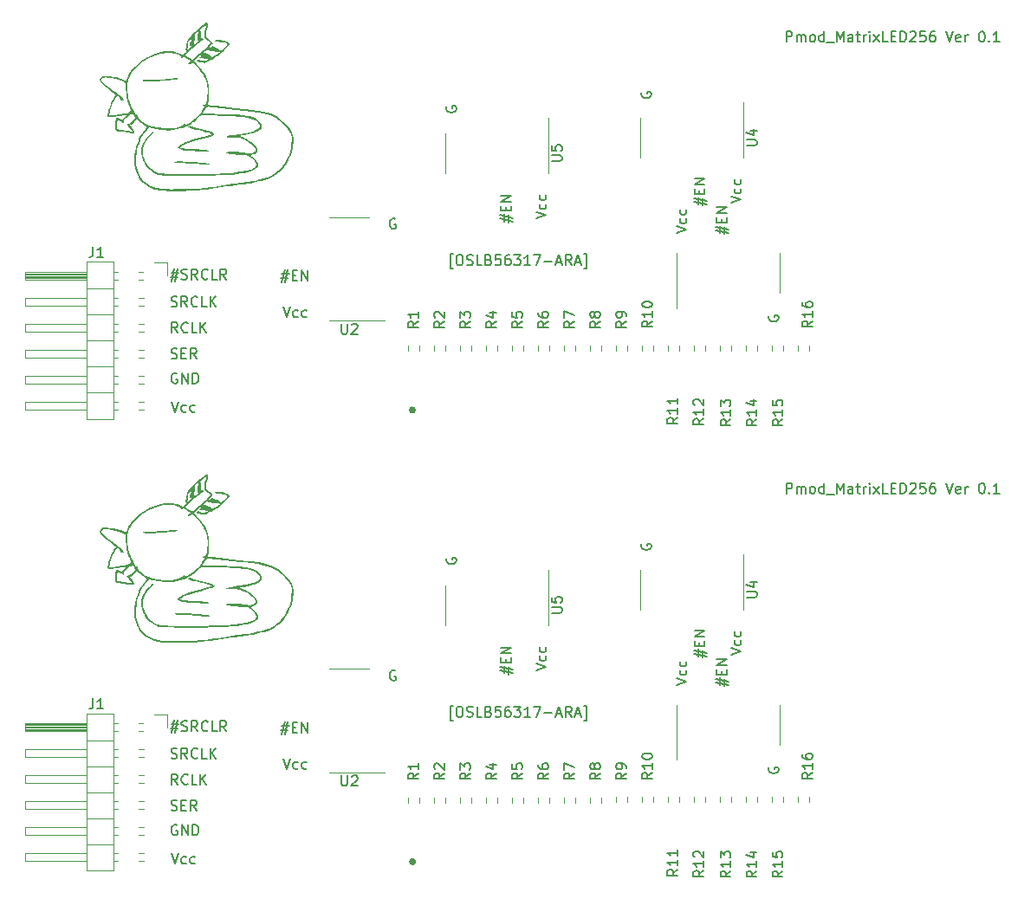
<source format=gbr>
%TF.GenerationSoftware,KiCad,Pcbnew,7.0.2*%
%TF.CreationDate,2023-08-12T01:48:42+09:00*%
%TF.ProjectId,Pmod_Matrix256,506d6f64-5f4d-4617-9472-69783235362e,rev?*%
%TF.SameCoordinates,Original*%
%TF.FileFunction,Legend,Top*%
%TF.FilePolarity,Positive*%
%FSLAX46Y46*%
G04 Gerber Fmt 4.6, Leading zero omitted, Abs format (unit mm)*
G04 Created by KiCad (PCBNEW 7.0.2) date 2023-08-12 01:48:42*
%MOMM*%
%LPD*%
G01*
G04 APERTURE LIST*
%ADD10C,0.150000*%
%ADD11C,0.120000*%
%ADD12C,0.366228*%
G04 APERTURE END LIST*
D10*
X132434404Y-40134238D02*
X132339166Y-40086619D01*
X132339166Y-40086619D02*
X132196309Y-40086619D01*
X132196309Y-40086619D02*
X132053452Y-40134238D01*
X132053452Y-40134238D02*
X131958214Y-40229476D01*
X131958214Y-40229476D02*
X131910595Y-40324714D01*
X131910595Y-40324714D02*
X131862976Y-40515190D01*
X131862976Y-40515190D02*
X131862976Y-40658047D01*
X131862976Y-40658047D02*
X131910595Y-40848523D01*
X131910595Y-40848523D02*
X131958214Y-40943761D01*
X131958214Y-40943761D02*
X132053452Y-41039000D01*
X132053452Y-41039000D02*
X132196309Y-41086619D01*
X132196309Y-41086619D02*
X132291547Y-41086619D01*
X132291547Y-41086619D02*
X132434404Y-41039000D01*
X132434404Y-41039000D02*
X132482023Y-40991380D01*
X132482023Y-40991380D02*
X132482023Y-40658047D01*
X132482023Y-40658047D02*
X132291547Y-40658047D01*
X156505738Y-71911095D02*
X156458119Y-72006333D01*
X156458119Y-72006333D02*
X156458119Y-72149190D01*
X156458119Y-72149190D02*
X156505738Y-72292047D01*
X156505738Y-72292047D02*
X156600976Y-72387285D01*
X156600976Y-72387285D02*
X156696214Y-72434904D01*
X156696214Y-72434904D02*
X156886690Y-72482523D01*
X156886690Y-72482523D02*
X157029547Y-72482523D01*
X157029547Y-72482523D02*
X157220023Y-72434904D01*
X157220023Y-72434904D02*
X157315261Y-72387285D01*
X157315261Y-72387285D02*
X157410500Y-72292047D01*
X157410500Y-72292047D02*
X157458119Y-72149190D01*
X157458119Y-72149190D02*
X157458119Y-72053952D01*
X157458119Y-72053952D02*
X157410500Y-71911095D01*
X157410500Y-71911095D02*
X157362880Y-71863476D01*
X157362880Y-71863476D02*
X157029547Y-71863476D01*
X157029547Y-71863476D02*
X157029547Y-72053952D01*
X110558738Y-57993619D02*
X110892071Y-58993619D01*
X110892071Y-58993619D02*
X111225404Y-57993619D01*
X111987309Y-58946000D02*
X111892071Y-58993619D01*
X111892071Y-58993619D02*
X111701595Y-58993619D01*
X111701595Y-58993619D02*
X111606357Y-58946000D01*
X111606357Y-58946000D02*
X111558738Y-58898380D01*
X111558738Y-58898380D02*
X111511119Y-58803142D01*
X111511119Y-58803142D02*
X111511119Y-58517428D01*
X111511119Y-58517428D02*
X111558738Y-58422190D01*
X111558738Y-58422190D02*
X111606357Y-58374571D01*
X111606357Y-58374571D02*
X111701595Y-58326952D01*
X111701595Y-58326952D02*
X111892071Y-58326952D01*
X111892071Y-58326952D02*
X111987309Y-58374571D01*
X112844452Y-58946000D02*
X112749214Y-58993619D01*
X112749214Y-58993619D02*
X112558738Y-58993619D01*
X112558738Y-58993619D02*
X112463500Y-58946000D01*
X112463500Y-58946000D02*
X112415881Y-58898380D01*
X112415881Y-58898380D02*
X112368262Y-58803142D01*
X112368262Y-58803142D02*
X112368262Y-58517428D01*
X112368262Y-58517428D02*
X112415881Y-58422190D01*
X112415881Y-58422190D02*
X112463500Y-58374571D01*
X112463500Y-58374571D02*
X112558738Y-58326952D01*
X112558738Y-58326952D02*
X112749214Y-58326952D01*
X112749214Y-58326952D02*
X112844452Y-58374571D01*
X111146023Y-95410619D02*
X110812690Y-94934428D01*
X110574595Y-95410619D02*
X110574595Y-94410619D01*
X110574595Y-94410619D02*
X110955547Y-94410619D01*
X110955547Y-94410619D02*
X111050785Y-94458238D01*
X111050785Y-94458238D02*
X111098404Y-94505857D01*
X111098404Y-94505857D02*
X111146023Y-94601095D01*
X111146023Y-94601095D02*
X111146023Y-94743952D01*
X111146023Y-94743952D02*
X111098404Y-94839190D01*
X111098404Y-94839190D02*
X111050785Y-94886809D01*
X111050785Y-94886809D02*
X110955547Y-94934428D01*
X110955547Y-94934428D02*
X110574595Y-94934428D01*
X112146023Y-95315380D02*
X112098404Y-95363000D01*
X112098404Y-95363000D02*
X111955547Y-95410619D01*
X111955547Y-95410619D02*
X111860309Y-95410619D01*
X111860309Y-95410619D02*
X111717452Y-95363000D01*
X111717452Y-95363000D02*
X111622214Y-95267761D01*
X111622214Y-95267761D02*
X111574595Y-95172523D01*
X111574595Y-95172523D02*
X111526976Y-94982047D01*
X111526976Y-94982047D02*
X111526976Y-94839190D01*
X111526976Y-94839190D02*
X111574595Y-94648714D01*
X111574595Y-94648714D02*
X111622214Y-94553476D01*
X111622214Y-94553476D02*
X111717452Y-94458238D01*
X111717452Y-94458238D02*
X111860309Y-94410619D01*
X111860309Y-94410619D02*
X111955547Y-94410619D01*
X111955547Y-94410619D02*
X112098404Y-94458238D01*
X112098404Y-94458238D02*
X112146023Y-94505857D01*
X113050785Y-95410619D02*
X112574595Y-95410619D01*
X112574595Y-95410619D02*
X112574595Y-94410619D01*
X113384119Y-95410619D02*
X113384119Y-94410619D01*
X113955547Y-95410619D02*
X113526976Y-94839190D01*
X113955547Y-94410619D02*
X113384119Y-94982047D01*
X143075452Y-84547523D02*
X143075452Y-83833238D01*
X142646880Y-84261809D02*
X143932595Y-84547523D01*
X143504023Y-83928476D02*
X143504023Y-84642761D01*
X143932595Y-84214190D02*
X142646880Y-83928476D01*
X143218309Y-83499904D02*
X143218309Y-83166571D01*
X143742119Y-83023714D02*
X143742119Y-83499904D01*
X143742119Y-83499904D02*
X142742119Y-83499904D01*
X142742119Y-83499904D02*
X142742119Y-83023714D01*
X143742119Y-82595142D02*
X142742119Y-82595142D01*
X142742119Y-82595142D02*
X143742119Y-82023714D01*
X143742119Y-82023714D02*
X142742119Y-82023714D01*
X137455738Y-73308095D02*
X137408119Y-73403333D01*
X137408119Y-73403333D02*
X137408119Y-73546190D01*
X137408119Y-73546190D02*
X137455738Y-73689047D01*
X137455738Y-73689047D02*
X137550976Y-73784285D01*
X137550976Y-73784285D02*
X137646214Y-73831904D01*
X137646214Y-73831904D02*
X137836690Y-73879523D01*
X137836690Y-73879523D02*
X137979547Y-73879523D01*
X137979547Y-73879523D02*
X138170023Y-73831904D01*
X138170023Y-73831904D02*
X138265261Y-73784285D01*
X138265261Y-73784285D02*
X138360500Y-73689047D01*
X138360500Y-73689047D02*
X138408119Y-73546190D01*
X138408119Y-73546190D02*
X138408119Y-73450952D01*
X138408119Y-73450952D02*
X138360500Y-73308095D01*
X138360500Y-73308095D02*
X138312880Y-73260476D01*
X138312880Y-73260476D02*
X137979547Y-73260476D01*
X137979547Y-73260476D02*
X137979547Y-73450952D01*
X110526976Y-45372952D02*
X111241261Y-45372952D01*
X110812690Y-44944380D02*
X110526976Y-46230095D01*
X111146023Y-45801523D02*
X110431738Y-45801523D01*
X110860309Y-46230095D02*
X111146023Y-44944380D01*
X111526976Y-45992000D02*
X111669833Y-46039619D01*
X111669833Y-46039619D02*
X111907928Y-46039619D01*
X111907928Y-46039619D02*
X112003166Y-45992000D01*
X112003166Y-45992000D02*
X112050785Y-45944380D01*
X112050785Y-45944380D02*
X112098404Y-45849142D01*
X112098404Y-45849142D02*
X112098404Y-45753904D01*
X112098404Y-45753904D02*
X112050785Y-45658666D01*
X112050785Y-45658666D02*
X112003166Y-45611047D01*
X112003166Y-45611047D02*
X111907928Y-45563428D01*
X111907928Y-45563428D02*
X111717452Y-45515809D01*
X111717452Y-45515809D02*
X111622214Y-45468190D01*
X111622214Y-45468190D02*
X111574595Y-45420571D01*
X111574595Y-45420571D02*
X111526976Y-45325333D01*
X111526976Y-45325333D02*
X111526976Y-45230095D01*
X111526976Y-45230095D02*
X111574595Y-45134857D01*
X111574595Y-45134857D02*
X111622214Y-45087238D01*
X111622214Y-45087238D02*
X111717452Y-45039619D01*
X111717452Y-45039619D02*
X111955547Y-45039619D01*
X111955547Y-45039619D02*
X112098404Y-45087238D01*
X113098404Y-46039619D02*
X112765071Y-45563428D01*
X112526976Y-46039619D02*
X112526976Y-45039619D01*
X112526976Y-45039619D02*
X112907928Y-45039619D01*
X112907928Y-45039619D02*
X113003166Y-45087238D01*
X113003166Y-45087238D02*
X113050785Y-45134857D01*
X113050785Y-45134857D02*
X113098404Y-45230095D01*
X113098404Y-45230095D02*
X113098404Y-45372952D01*
X113098404Y-45372952D02*
X113050785Y-45468190D01*
X113050785Y-45468190D02*
X113003166Y-45515809D01*
X113003166Y-45515809D02*
X112907928Y-45563428D01*
X112907928Y-45563428D02*
X112526976Y-45563428D01*
X114098404Y-45944380D02*
X114050785Y-45992000D01*
X114050785Y-45992000D02*
X113907928Y-46039619D01*
X113907928Y-46039619D02*
X113812690Y-46039619D01*
X113812690Y-46039619D02*
X113669833Y-45992000D01*
X113669833Y-45992000D02*
X113574595Y-45896761D01*
X113574595Y-45896761D02*
X113526976Y-45801523D01*
X113526976Y-45801523D02*
X113479357Y-45611047D01*
X113479357Y-45611047D02*
X113479357Y-45468190D01*
X113479357Y-45468190D02*
X113526976Y-45277714D01*
X113526976Y-45277714D02*
X113574595Y-45182476D01*
X113574595Y-45182476D02*
X113669833Y-45087238D01*
X113669833Y-45087238D02*
X113812690Y-45039619D01*
X113812690Y-45039619D02*
X113907928Y-45039619D01*
X113907928Y-45039619D02*
X114050785Y-45087238D01*
X114050785Y-45087238D02*
X114098404Y-45134857D01*
X115003166Y-46039619D02*
X114526976Y-46039619D01*
X114526976Y-46039619D02*
X114526976Y-45039619D01*
X115907928Y-46039619D02*
X115574595Y-45563428D01*
X115336500Y-46039619D02*
X115336500Y-45039619D01*
X115336500Y-45039619D02*
X115717452Y-45039619D01*
X115717452Y-45039619D02*
X115812690Y-45087238D01*
X115812690Y-45087238D02*
X115860309Y-45134857D01*
X115860309Y-45134857D02*
X115907928Y-45230095D01*
X115907928Y-45230095D02*
X115907928Y-45372952D01*
X115907928Y-45372952D02*
X115860309Y-45468190D01*
X115860309Y-45468190D02*
X115812690Y-45515809D01*
X115812690Y-45515809D02*
X115717452Y-45563428D01*
X115717452Y-45563428D02*
X115336500Y-45563428D01*
X165221119Y-82737761D02*
X166221119Y-82404428D01*
X166221119Y-82404428D02*
X165221119Y-82071095D01*
X166173500Y-81309190D02*
X166221119Y-81404428D01*
X166221119Y-81404428D02*
X166221119Y-81594904D01*
X166221119Y-81594904D02*
X166173500Y-81690142D01*
X166173500Y-81690142D02*
X166125880Y-81737761D01*
X166125880Y-81737761D02*
X166030642Y-81785380D01*
X166030642Y-81785380D02*
X165744928Y-81785380D01*
X165744928Y-81785380D02*
X165649690Y-81737761D01*
X165649690Y-81737761D02*
X165602071Y-81690142D01*
X165602071Y-81690142D02*
X165554452Y-81594904D01*
X165554452Y-81594904D02*
X165554452Y-81404428D01*
X165554452Y-81404428D02*
X165602071Y-81309190D01*
X166173500Y-80452047D02*
X166221119Y-80547285D01*
X166221119Y-80547285D02*
X166221119Y-80737761D01*
X166221119Y-80737761D02*
X166173500Y-80832999D01*
X166173500Y-80832999D02*
X166125880Y-80880618D01*
X166125880Y-80880618D02*
X166030642Y-80928237D01*
X166030642Y-80928237D02*
X165744928Y-80928237D01*
X165744928Y-80928237D02*
X165649690Y-80880618D01*
X165649690Y-80880618D02*
X165602071Y-80832999D01*
X165602071Y-80832999D02*
X165554452Y-80737761D01*
X165554452Y-80737761D02*
X165554452Y-80547285D01*
X165554452Y-80547285D02*
X165602071Y-80452047D01*
X121480738Y-48722619D02*
X121814071Y-49722619D01*
X121814071Y-49722619D02*
X122147404Y-48722619D01*
X122909309Y-49675000D02*
X122814071Y-49722619D01*
X122814071Y-49722619D02*
X122623595Y-49722619D01*
X122623595Y-49722619D02*
X122528357Y-49675000D01*
X122528357Y-49675000D02*
X122480738Y-49627380D01*
X122480738Y-49627380D02*
X122433119Y-49532142D01*
X122433119Y-49532142D02*
X122433119Y-49246428D01*
X122433119Y-49246428D02*
X122480738Y-49151190D01*
X122480738Y-49151190D02*
X122528357Y-49103571D01*
X122528357Y-49103571D02*
X122623595Y-49055952D01*
X122623595Y-49055952D02*
X122814071Y-49055952D01*
X122814071Y-49055952D02*
X122909309Y-49103571D01*
X123766452Y-49675000D02*
X123671214Y-49722619D01*
X123671214Y-49722619D02*
X123480738Y-49722619D01*
X123480738Y-49722619D02*
X123385500Y-49675000D01*
X123385500Y-49675000D02*
X123337881Y-49627380D01*
X123337881Y-49627380D02*
X123290262Y-49532142D01*
X123290262Y-49532142D02*
X123290262Y-49246428D01*
X123290262Y-49246428D02*
X123337881Y-49151190D01*
X123337881Y-49151190D02*
X123385500Y-49103571D01*
X123385500Y-49103571D02*
X123480738Y-49055952D01*
X123480738Y-49055952D02*
X123671214Y-49055952D01*
X123671214Y-49055952D02*
X123766452Y-49103571D01*
X111098404Y-55247238D02*
X111003166Y-55199619D01*
X111003166Y-55199619D02*
X110860309Y-55199619D01*
X110860309Y-55199619D02*
X110717452Y-55247238D01*
X110717452Y-55247238D02*
X110622214Y-55342476D01*
X110622214Y-55342476D02*
X110574595Y-55437714D01*
X110574595Y-55437714D02*
X110526976Y-55628190D01*
X110526976Y-55628190D02*
X110526976Y-55771047D01*
X110526976Y-55771047D02*
X110574595Y-55961523D01*
X110574595Y-55961523D02*
X110622214Y-56056761D01*
X110622214Y-56056761D02*
X110717452Y-56152000D01*
X110717452Y-56152000D02*
X110860309Y-56199619D01*
X110860309Y-56199619D02*
X110955547Y-56199619D01*
X110955547Y-56199619D02*
X111098404Y-56152000D01*
X111098404Y-56152000D02*
X111146023Y-56104380D01*
X111146023Y-56104380D02*
X111146023Y-55771047D01*
X111146023Y-55771047D02*
X110955547Y-55771047D01*
X111574595Y-56199619D02*
X111574595Y-55199619D01*
X111574595Y-55199619D02*
X112146023Y-56199619D01*
X112146023Y-56199619D02*
X112146023Y-55199619D01*
X112622214Y-56199619D02*
X112622214Y-55199619D01*
X112622214Y-55199619D02*
X112860309Y-55199619D01*
X112860309Y-55199619D02*
X113003166Y-55247238D01*
X113003166Y-55247238D02*
X113098404Y-55342476D01*
X113098404Y-55342476D02*
X113146023Y-55437714D01*
X113146023Y-55437714D02*
X113193642Y-55628190D01*
X113193642Y-55628190D02*
X113193642Y-55771047D01*
X113193642Y-55771047D02*
X113146023Y-55961523D01*
X113146023Y-55961523D02*
X113098404Y-56056761D01*
X113098404Y-56056761D02*
X113003166Y-56152000D01*
X113003166Y-56152000D02*
X112860309Y-56199619D01*
X112860309Y-56199619D02*
X112622214Y-56199619D01*
X110558738Y-102157619D02*
X110892071Y-103157619D01*
X110892071Y-103157619D02*
X111225404Y-102157619D01*
X111987309Y-103110000D02*
X111892071Y-103157619D01*
X111892071Y-103157619D02*
X111701595Y-103157619D01*
X111701595Y-103157619D02*
X111606357Y-103110000D01*
X111606357Y-103110000D02*
X111558738Y-103062380D01*
X111558738Y-103062380D02*
X111511119Y-102967142D01*
X111511119Y-102967142D02*
X111511119Y-102681428D01*
X111511119Y-102681428D02*
X111558738Y-102586190D01*
X111558738Y-102586190D02*
X111606357Y-102538571D01*
X111606357Y-102538571D02*
X111701595Y-102490952D01*
X111701595Y-102490952D02*
X111892071Y-102490952D01*
X111892071Y-102490952D02*
X111987309Y-102538571D01*
X112844452Y-103110000D02*
X112749214Y-103157619D01*
X112749214Y-103157619D02*
X112558738Y-103157619D01*
X112558738Y-103157619D02*
X112463500Y-103110000D01*
X112463500Y-103110000D02*
X112415881Y-103062380D01*
X112415881Y-103062380D02*
X112368262Y-102967142D01*
X112368262Y-102967142D02*
X112368262Y-102681428D01*
X112368262Y-102681428D02*
X112415881Y-102586190D01*
X112415881Y-102586190D02*
X112463500Y-102538571D01*
X112463500Y-102538571D02*
X112558738Y-102490952D01*
X112558738Y-102490952D02*
X112749214Y-102490952D01*
X112749214Y-102490952D02*
X112844452Y-102538571D01*
X110526976Y-48659000D02*
X110669833Y-48706619D01*
X110669833Y-48706619D02*
X110907928Y-48706619D01*
X110907928Y-48706619D02*
X111003166Y-48659000D01*
X111003166Y-48659000D02*
X111050785Y-48611380D01*
X111050785Y-48611380D02*
X111098404Y-48516142D01*
X111098404Y-48516142D02*
X111098404Y-48420904D01*
X111098404Y-48420904D02*
X111050785Y-48325666D01*
X111050785Y-48325666D02*
X111003166Y-48278047D01*
X111003166Y-48278047D02*
X110907928Y-48230428D01*
X110907928Y-48230428D02*
X110717452Y-48182809D01*
X110717452Y-48182809D02*
X110622214Y-48135190D01*
X110622214Y-48135190D02*
X110574595Y-48087571D01*
X110574595Y-48087571D02*
X110526976Y-47992333D01*
X110526976Y-47992333D02*
X110526976Y-47897095D01*
X110526976Y-47897095D02*
X110574595Y-47801857D01*
X110574595Y-47801857D02*
X110622214Y-47754238D01*
X110622214Y-47754238D02*
X110717452Y-47706619D01*
X110717452Y-47706619D02*
X110955547Y-47706619D01*
X110955547Y-47706619D02*
X111098404Y-47754238D01*
X112098404Y-48706619D02*
X111765071Y-48230428D01*
X111526976Y-48706619D02*
X111526976Y-47706619D01*
X111526976Y-47706619D02*
X111907928Y-47706619D01*
X111907928Y-47706619D02*
X112003166Y-47754238D01*
X112003166Y-47754238D02*
X112050785Y-47801857D01*
X112050785Y-47801857D02*
X112098404Y-47897095D01*
X112098404Y-47897095D02*
X112098404Y-48039952D01*
X112098404Y-48039952D02*
X112050785Y-48135190D01*
X112050785Y-48135190D02*
X112003166Y-48182809D01*
X112003166Y-48182809D02*
X111907928Y-48230428D01*
X111907928Y-48230428D02*
X111526976Y-48230428D01*
X113098404Y-48611380D02*
X113050785Y-48659000D01*
X113050785Y-48659000D02*
X112907928Y-48706619D01*
X112907928Y-48706619D02*
X112812690Y-48706619D01*
X112812690Y-48706619D02*
X112669833Y-48659000D01*
X112669833Y-48659000D02*
X112574595Y-48563761D01*
X112574595Y-48563761D02*
X112526976Y-48468523D01*
X112526976Y-48468523D02*
X112479357Y-48278047D01*
X112479357Y-48278047D02*
X112479357Y-48135190D01*
X112479357Y-48135190D02*
X112526976Y-47944714D01*
X112526976Y-47944714D02*
X112574595Y-47849476D01*
X112574595Y-47849476D02*
X112669833Y-47754238D01*
X112669833Y-47754238D02*
X112812690Y-47706619D01*
X112812690Y-47706619D02*
X112907928Y-47706619D01*
X112907928Y-47706619D02*
X113050785Y-47754238D01*
X113050785Y-47754238D02*
X113098404Y-47801857D01*
X114003166Y-48706619D02*
X113526976Y-48706619D01*
X113526976Y-48706619D02*
X113526976Y-47706619D01*
X114336500Y-48706619D02*
X114336500Y-47706619D01*
X114907928Y-48706619D02*
X114479357Y-48135190D01*
X114907928Y-47706619D02*
X114336500Y-48278047D01*
X146171119Y-84261761D02*
X147171119Y-83928428D01*
X147171119Y-83928428D02*
X146171119Y-83595095D01*
X147123500Y-82833190D02*
X147171119Y-82928428D01*
X147171119Y-82928428D02*
X147171119Y-83118904D01*
X147171119Y-83118904D02*
X147123500Y-83214142D01*
X147123500Y-83214142D02*
X147075880Y-83261761D01*
X147075880Y-83261761D02*
X146980642Y-83309380D01*
X146980642Y-83309380D02*
X146694928Y-83309380D01*
X146694928Y-83309380D02*
X146599690Y-83261761D01*
X146599690Y-83261761D02*
X146552071Y-83214142D01*
X146552071Y-83214142D02*
X146504452Y-83118904D01*
X146504452Y-83118904D02*
X146504452Y-82928428D01*
X146504452Y-82928428D02*
X146552071Y-82833190D01*
X147123500Y-81976047D02*
X147171119Y-82071285D01*
X147171119Y-82071285D02*
X147171119Y-82261761D01*
X147171119Y-82261761D02*
X147123500Y-82356999D01*
X147123500Y-82356999D02*
X147075880Y-82404618D01*
X147075880Y-82404618D02*
X146980642Y-82452237D01*
X146980642Y-82452237D02*
X146694928Y-82452237D01*
X146694928Y-82452237D02*
X146599690Y-82404618D01*
X146599690Y-82404618D02*
X146552071Y-82356999D01*
X146552071Y-82356999D02*
X146504452Y-82261761D01*
X146504452Y-82261761D02*
X146504452Y-82071285D01*
X146504452Y-82071285D02*
X146552071Y-81976047D01*
X121321976Y-89663952D02*
X122036261Y-89663952D01*
X121607690Y-89235380D02*
X121321976Y-90521095D01*
X121941023Y-90092523D02*
X121226738Y-90092523D01*
X121655309Y-90521095D02*
X121941023Y-89235380D01*
X122369595Y-89806809D02*
X122702928Y-89806809D01*
X122845785Y-90330619D02*
X122369595Y-90330619D01*
X122369595Y-90330619D02*
X122369595Y-89330619D01*
X122369595Y-89330619D02*
X122845785Y-89330619D01*
X123274357Y-90330619D02*
X123274357Y-89330619D01*
X123274357Y-89330619D02*
X123845785Y-90330619D01*
X123845785Y-90330619D02*
X123845785Y-89330619D01*
X146171119Y-40097761D02*
X147171119Y-39764428D01*
X147171119Y-39764428D02*
X146171119Y-39431095D01*
X147123500Y-38669190D02*
X147171119Y-38764428D01*
X147171119Y-38764428D02*
X147171119Y-38954904D01*
X147171119Y-38954904D02*
X147123500Y-39050142D01*
X147123500Y-39050142D02*
X147075880Y-39097761D01*
X147075880Y-39097761D02*
X146980642Y-39145380D01*
X146980642Y-39145380D02*
X146694928Y-39145380D01*
X146694928Y-39145380D02*
X146599690Y-39097761D01*
X146599690Y-39097761D02*
X146552071Y-39050142D01*
X146552071Y-39050142D02*
X146504452Y-38954904D01*
X146504452Y-38954904D02*
X146504452Y-38764428D01*
X146504452Y-38764428D02*
X146552071Y-38669190D01*
X147123500Y-37812047D02*
X147171119Y-37907285D01*
X147171119Y-37907285D02*
X147171119Y-38097761D01*
X147171119Y-38097761D02*
X147123500Y-38192999D01*
X147123500Y-38192999D02*
X147075880Y-38240618D01*
X147075880Y-38240618D02*
X146980642Y-38288237D01*
X146980642Y-38288237D02*
X146694928Y-38288237D01*
X146694928Y-38288237D02*
X146599690Y-38240618D01*
X146599690Y-38240618D02*
X146552071Y-38192999D01*
X146552071Y-38192999D02*
X146504452Y-38097761D01*
X146504452Y-38097761D02*
X146504452Y-37907285D01*
X146504452Y-37907285D02*
X146552071Y-37812047D01*
X110526976Y-92823000D02*
X110669833Y-92870619D01*
X110669833Y-92870619D02*
X110907928Y-92870619D01*
X110907928Y-92870619D02*
X111003166Y-92823000D01*
X111003166Y-92823000D02*
X111050785Y-92775380D01*
X111050785Y-92775380D02*
X111098404Y-92680142D01*
X111098404Y-92680142D02*
X111098404Y-92584904D01*
X111098404Y-92584904D02*
X111050785Y-92489666D01*
X111050785Y-92489666D02*
X111003166Y-92442047D01*
X111003166Y-92442047D02*
X110907928Y-92394428D01*
X110907928Y-92394428D02*
X110717452Y-92346809D01*
X110717452Y-92346809D02*
X110622214Y-92299190D01*
X110622214Y-92299190D02*
X110574595Y-92251571D01*
X110574595Y-92251571D02*
X110526976Y-92156333D01*
X110526976Y-92156333D02*
X110526976Y-92061095D01*
X110526976Y-92061095D02*
X110574595Y-91965857D01*
X110574595Y-91965857D02*
X110622214Y-91918238D01*
X110622214Y-91918238D02*
X110717452Y-91870619D01*
X110717452Y-91870619D02*
X110955547Y-91870619D01*
X110955547Y-91870619D02*
X111098404Y-91918238D01*
X112098404Y-92870619D02*
X111765071Y-92394428D01*
X111526976Y-92870619D02*
X111526976Y-91870619D01*
X111526976Y-91870619D02*
X111907928Y-91870619D01*
X111907928Y-91870619D02*
X112003166Y-91918238D01*
X112003166Y-91918238D02*
X112050785Y-91965857D01*
X112050785Y-91965857D02*
X112098404Y-92061095D01*
X112098404Y-92061095D02*
X112098404Y-92203952D01*
X112098404Y-92203952D02*
X112050785Y-92299190D01*
X112050785Y-92299190D02*
X112003166Y-92346809D01*
X112003166Y-92346809D02*
X111907928Y-92394428D01*
X111907928Y-92394428D02*
X111526976Y-92394428D01*
X113098404Y-92775380D02*
X113050785Y-92823000D01*
X113050785Y-92823000D02*
X112907928Y-92870619D01*
X112907928Y-92870619D02*
X112812690Y-92870619D01*
X112812690Y-92870619D02*
X112669833Y-92823000D01*
X112669833Y-92823000D02*
X112574595Y-92727761D01*
X112574595Y-92727761D02*
X112526976Y-92632523D01*
X112526976Y-92632523D02*
X112479357Y-92442047D01*
X112479357Y-92442047D02*
X112479357Y-92299190D01*
X112479357Y-92299190D02*
X112526976Y-92108714D01*
X112526976Y-92108714D02*
X112574595Y-92013476D01*
X112574595Y-92013476D02*
X112669833Y-91918238D01*
X112669833Y-91918238D02*
X112812690Y-91870619D01*
X112812690Y-91870619D02*
X112907928Y-91870619D01*
X112907928Y-91870619D02*
X113050785Y-91918238D01*
X113050785Y-91918238D02*
X113098404Y-91965857D01*
X114003166Y-92870619D02*
X113526976Y-92870619D01*
X113526976Y-92870619D02*
X113526976Y-91870619D01*
X114336500Y-92870619D02*
X114336500Y-91870619D01*
X114907928Y-92870619D02*
X114479357Y-92299190D01*
X114907928Y-91870619D02*
X114336500Y-92442047D01*
X110526976Y-97903000D02*
X110669833Y-97950619D01*
X110669833Y-97950619D02*
X110907928Y-97950619D01*
X110907928Y-97950619D02*
X111003166Y-97903000D01*
X111003166Y-97903000D02*
X111050785Y-97855380D01*
X111050785Y-97855380D02*
X111098404Y-97760142D01*
X111098404Y-97760142D02*
X111098404Y-97664904D01*
X111098404Y-97664904D02*
X111050785Y-97569666D01*
X111050785Y-97569666D02*
X111003166Y-97522047D01*
X111003166Y-97522047D02*
X110907928Y-97474428D01*
X110907928Y-97474428D02*
X110717452Y-97426809D01*
X110717452Y-97426809D02*
X110622214Y-97379190D01*
X110622214Y-97379190D02*
X110574595Y-97331571D01*
X110574595Y-97331571D02*
X110526976Y-97236333D01*
X110526976Y-97236333D02*
X110526976Y-97141095D01*
X110526976Y-97141095D02*
X110574595Y-97045857D01*
X110574595Y-97045857D02*
X110622214Y-96998238D01*
X110622214Y-96998238D02*
X110717452Y-96950619D01*
X110717452Y-96950619D02*
X110955547Y-96950619D01*
X110955547Y-96950619D02*
X111098404Y-96998238D01*
X111526976Y-97426809D02*
X111860309Y-97426809D01*
X112003166Y-97950619D02*
X111526976Y-97950619D01*
X111526976Y-97950619D02*
X111526976Y-96950619D01*
X111526976Y-96950619D02*
X112003166Y-96950619D01*
X113003166Y-97950619D02*
X112669833Y-97474428D01*
X112431738Y-97950619D02*
X112431738Y-96950619D01*
X112431738Y-96950619D02*
X112812690Y-96950619D01*
X112812690Y-96950619D02*
X112907928Y-96998238D01*
X112907928Y-96998238D02*
X112955547Y-97045857D01*
X112955547Y-97045857D02*
X113003166Y-97141095D01*
X113003166Y-97141095D02*
X113003166Y-97283952D01*
X113003166Y-97283952D02*
X112955547Y-97379190D01*
X112955547Y-97379190D02*
X112907928Y-97426809D01*
X112907928Y-97426809D02*
X112812690Y-97474428D01*
X112812690Y-97474428D02*
X112431738Y-97474428D01*
X168951738Y-93755095D02*
X168904119Y-93850333D01*
X168904119Y-93850333D02*
X168904119Y-93993190D01*
X168904119Y-93993190D02*
X168951738Y-94136047D01*
X168951738Y-94136047D02*
X169046976Y-94231285D01*
X169046976Y-94231285D02*
X169142214Y-94278904D01*
X169142214Y-94278904D02*
X169332690Y-94326523D01*
X169332690Y-94326523D02*
X169475547Y-94326523D01*
X169475547Y-94326523D02*
X169666023Y-94278904D01*
X169666023Y-94278904D02*
X169761261Y-94231285D01*
X169761261Y-94231285D02*
X169856500Y-94136047D01*
X169856500Y-94136047D02*
X169904119Y-93993190D01*
X169904119Y-93993190D02*
X169904119Y-93897952D01*
X169904119Y-93897952D02*
X169856500Y-93755095D01*
X169856500Y-93755095D02*
X169808880Y-93707476D01*
X169808880Y-93707476D02*
X169475547Y-93707476D01*
X169475547Y-93707476D02*
X169475547Y-93897952D01*
X111098404Y-99411238D02*
X111003166Y-99363619D01*
X111003166Y-99363619D02*
X110860309Y-99363619D01*
X110860309Y-99363619D02*
X110717452Y-99411238D01*
X110717452Y-99411238D02*
X110622214Y-99506476D01*
X110622214Y-99506476D02*
X110574595Y-99601714D01*
X110574595Y-99601714D02*
X110526976Y-99792190D01*
X110526976Y-99792190D02*
X110526976Y-99935047D01*
X110526976Y-99935047D02*
X110574595Y-100125523D01*
X110574595Y-100125523D02*
X110622214Y-100220761D01*
X110622214Y-100220761D02*
X110717452Y-100316000D01*
X110717452Y-100316000D02*
X110860309Y-100363619D01*
X110860309Y-100363619D02*
X110955547Y-100363619D01*
X110955547Y-100363619D02*
X111098404Y-100316000D01*
X111098404Y-100316000D02*
X111146023Y-100268380D01*
X111146023Y-100268380D02*
X111146023Y-99935047D01*
X111146023Y-99935047D02*
X110955547Y-99935047D01*
X111574595Y-100363619D02*
X111574595Y-99363619D01*
X111574595Y-99363619D02*
X112146023Y-100363619D01*
X112146023Y-100363619D02*
X112146023Y-99363619D01*
X112622214Y-100363619D02*
X112622214Y-99363619D01*
X112622214Y-99363619D02*
X112860309Y-99363619D01*
X112860309Y-99363619D02*
X113003166Y-99411238D01*
X113003166Y-99411238D02*
X113098404Y-99506476D01*
X113098404Y-99506476D02*
X113146023Y-99601714D01*
X113146023Y-99601714D02*
X113193642Y-99792190D01*
X113193642Y-99792190D02*
X113193642Y-99935047D01*
X113193642Y-99935047D02*
X113146023Y-100125523D01*
X113146023Y-100125523D02*
X113098404Y-100220761D01*
X113098404Y-100220761D02*
X113003166Y-100316000D01*
X113003166Y-100316000D02*
X112860309Y-100363619D01*
X112860309Y-100363619D02*
X112622214Y-100363619D01*
X170645595Y-66962619D02*
X170645595Y-65962619D01*
X170645595Y-65962619D02*
X171026547Y-65962619D01*
X171026547Y-65962619D02*
X171121785Y-66010238D01*
X171121785Y-66010238D02*
X171169404Y-66057857D01*
X171169404Y-66057857D02*
X171217023Y-66153095D01*
X171217023Y-66153095D02*
X171217023Y-66295952D01*
X171217023Y-66295952D02*
X171169404Y-66391190D01*
X171169404Y-66391190D02*
X171121785Y-66438809D01*
X171121785Y-66438809D02*
X171026547Y-66486428D01*
X171026547Y-66486428D02*
X170645595Y-66486428D01*
X171645595Y-66962619D02*
X171645595Y-66295952D01*
X171645595Y-66391190D02*
X171693214Y-66343571D01*
X171693214Y-66343571D02*
X171788452Y-66295952D01*
X171788452Y-66295952D02*
X171931309Y-66295952D01*
X171931309Y-66295952D02*
X172026547Y-66343571D01*
X172026547Y-66343571D02*
X172074166Y-66438809D01*
X172074166Y-66438809D02*
X172074166Y-66962619D01*
X172074166Y-66438809D02*
X172121785Y-66343571D01*
X172121785Y-66343571D02*
X172217023Y-66295952D01*
X172217023Y-66295952D02*
X172359880Y-66295952D01*
X172359880Y-66295952D02*
X172455119Y-66343571D01*
X172455119Y-66343571D02*
X172502738Y-66438809D01*
X172502738Y-66438809D02*
X172502738Y-66962619D01*
X173121785Y-66962619D02*
X173026547Y-66915000D01*
X173026547Y-66915000D02*
X172978928Y-66867380D01*
X172978928Y-66867380D02*
X172931309Y-66772142D01*
X172931309Y-66772142D02*
X172931309Y-66486428D01*
X172931309Y-66486428D02*
X172978928Y-66391190D01*
X172978928Y-66391190D02*
X173026547Y-66343571D01*
X173026547Y-66343571D02*
X173121785Y-66295952D01*
X173121785Y-66295952D02*
X173264642Y-66295952D01*
X173264642Y-66295952D02*
X173359880Y-66343571D01*
X173359880Y-66343571D02*
X173407499Y-66391190D01*
X173407499Y-66391190D02*
X173455118Y-66486428D01*
X173455118Y-66486428D02*
X173455118Y-66772142D01*
X173455118Y-66772142D02*
X173407499Y-66867380D01*
X173407499Y-66867380D02*
X173359880Y-66915000D01*
X173359880Y-66915000D02*
X173264642Y-66962619D01*
X173264642Y-66962619D02*
X173121785Y-66962619D01*
X174312261Y-66962619D02*
X174312261Y-65962619D01*
X174312261Y-66915000D02*
X174217023Y-66962619D01*
X174217023Y-66962619D02*
X174026547Y-66962619D01*
X174026547Y-66962619D02*
X173931309Y-66915000D01*
X173931309Y-66915000D02*
X173883690Y-66867380D01*
X173883690Y-66867380D02*
X173836071Y-66772142D01*
X173836071Y-66772142D02*
X173836071Y-66486428D01*
X173836071Y-66486428D02*
X173883690Y-66391190D01*
X173883690Y-66391190D02*
X173931309Y-66343571D01*
X173931309Y-66343571D02*
X174026547Y-66295952D01*
X174026547Y-66295952D02*
X174217023Y-66295952D01*
X174217023Y-66295952D02*
X174312261Y-66343571D01*
X174550357Y-67057857D02*
X175312261Y-67057857D01*
X175550357Y-66962619D02*
X175550357Y-65962619D01*
X175550357Y-65962619D02*
X175883690Y-66676904D01*
X175883690Y-66676904D02*
X176217023Y-65962619D01*
X176217023Y-65962619D02*
X176217023Y-66962619D01*
X177121785Y-66962619D02*
X177121785Y-66438809D01*
X177121785Y-66438809D02*
X177074166Y-66343571D01*
X177074166Y-66343571D02*
X176978928Y-66295952D01*
X176978928Y-66295952D02*
X176788452Y-66295952D01*
X176788452Y-66295952D02*
X176693214Y-66343571D01*
X177121785Y-66915000D02*
X177026547Y-66962619D01*
X177026547Y-66962619D02*
X176788452Y-66962619D01*
X176788452Y-66962619D02*
X176693214Y-66915000D01*
X176693214Y-66915000D02*
X176645595Y-66819761D01*
X176645595Y-66819761D02*
X176645595Y-66724523D01*
X176645595Y-66724523D02*
X176693214Y-66629285D01*
X176693214Y-66629285D02*
X176788452Y-66581666D01*
X176788452Y-66581666D02*
X177026547Y-66581666D01*
X177026547Y-66581666D02*
X177121785Y-66534047D01*
X177455119Y-66295952D02*
X177836071Y-66295952D01*
X177597976Y-65962619D02*
X177597976Y-66819761D01*
X177597976Y-66819761D02*
X177645595Y-66915000D01*
X177645595Y-66915000D02*
X177740833Y-66962619D01*
X177740833Y-66962619D02*
X177836071Y-66962619D01*
X178169405Y-66962619D02*
X178169405Y-66295952D01*
X178169405Y-66486428D02*
X178217024Y-66391190D01*
X178217024Y-66391190D02*
X178264643Y-66343571D01*
X178264643Y-66343571D02*
X178359881Y-66295952D01*
X178359881Y-66295952D02*
X178455119Y-66295952D01*
X178788453Y-66962619D02*
X178788453Y-66295952D01*
X178788453Y-65962619D02*
X178740834Y-66010238D01*
X178740834Y-66010238D02*
X178788453Y-66057857D01*
X178788453Y-66057857D02*
X178836072Y-66010238D01*
X178836072Y-66010238D02*
X178788453Y-65962619D01*
X178788453Y-65962619D02*
X178788453Y-66057857D01*
X179169405Y-66962619D02*
X179693214Y-66295952D01*
X179169405Y-66295952D02*
X179693214Y-66962619D01*
X180550357Y-66962619D02*
X180074167Y-66962619D01*
X180074167Y-66962619D02*
X180074167Y-65962619D01*
X180883691Y-66438809D02*
X181217024Y-66438809D01*
X181359881Y-66962619D02*
X180883691Y-66962619D01*
X180883691Y-66962619D02*
X180883691Y-65962619D01*
X180883691Y-65962619D02*
X181359881Y-65962619D01*
X181788453Y-66962619D02*
X181788453Y-65962619D01*
X181788453Y-65962619D02*
X182026548Y-65962619D01*
X182026548Y-65962619D02*
X182169405Y-66010238D01*
X182169405Y-66010238D02*
X182264643Y-66105476D01*
X182264643Y-66105476D02*
X182312262Y-66200714D01*
X182312262Y-66200714D02*
X182359881Y-66391190D01*
X182359881Y-66391190D02*
X182359881Y-66534047D01*
X182359881Y-66534047D02*
X182312262Y-66724523D01*
X182312262Y-66724523D02*
X182264643Y-66819761D01*
X182264643Y-66819761D02*
X182169405Y-66915000D01*
X182169405Y-66915000D02*
X182026548Y-66962619D01*
X182026548Y-66962619D02*
X181788453Y-66962619D01*
X182740834Y-66057857D02*
X182788453Y-66010238D01*
X182788453Y-66010238D02*
X182883691Y-65962619D01*
X182883691Y-65962619D02*
X183121786Y-65962619D01*
X183121786Y-65962619D02*
X183217024Y-66010238D01*
X183217024Y-66010238D02*
X183264643Y-66057857D01*
X183264643Y-66057857D02*
X183312262Y-66153095D01*
X183312262Y-66153095D02*
X183312262Y-66248333D01*
X183312262Y-66248333D02*
X183264643Y-66391190D01*
X183264643Y-66391190D02*
X182693215Y-66962619D01*
X182693215Y-66962619D02*
X183312262Y-66962619D01*
X184217024Y-65962619D02*
X183740834Y-65962619D01*
X183740834Y-65962619D02*
X183693215Y-66438809D01*
X183693215Y-66438809D02*
X183740834Y-66391190D01*
X183740834Y-66391190D02*
X183836072Y-66343571D01*
X183836072Y-66343571D02*
X184074167Y-66343571D01*
X184074167Y-66343571D02*
X184169405Y-66391190D01*
X184169405Y-66391190D02*
X184217024Y-66438809D01*
X184217024Y-66438809D02*
X184264643Y-66534047D01*
X184264643Y-66534047D02*
X184264643Y-66772142D01*
X184264643Y-66772142D02*
X184217024Y-66867380D01*
X184217024Y-66867380D02*
X184169405Y-66915000D01*
X184169405Y-66915000D02*
X184074167Y-66962619D01*
X184074167Y-66962619D02*
X183836072Y-66962619D01*
X183836072Y-66962619D02*
X183740834Y-66915000D01*
X183740834Y-66915000D02*
X183693215Y-66867380D01*
X185121786Y-65962619D02*
X184931310Y-65962619D01*
X184931310Y-65962619D02*
X184836072Y-66010238D01*
X184836072Y-66010238D02*
X184788453Y-66057857D01*
X184788453Y-66057857D02*
X184693215Y-66200714D01*
X184693215Y-66200714D02*
X184645596Y-66391190D01*
X184645596Y-66391190D02*
X184645596Y-66772142D01*
X184645596Y-66772142D02*
X184693215Y-66867380D01*
X184693215Y-66867380D02*
X184740834Y-66915000D01*
X184740834Y-66915000D02*
X184836072Y-66962619D01*
X184836072Y-66962619D02*
X185026548Y-66962619D01*
X185026548Y-66962619D02*
X185121786Y-66915000D01*
X185121786Y-66915000D02*
X185169405Y-66867380D01*
X185169405Y-66867380D02*
X185217024Y-66772142D01*
X185217024Y-66772142D02*
X185217024Y-66534047D01*
X185217024Y-66534047D02*
X185169405Y-66438809D01*
X185169405Y-66438809D02*
X185121786Y-66391190D01*
X185121786Y-66391190D02*
X185026548Y-66343571D01*
X185026548Y-66343571D02*
X184836072Y-66343571D01*
X184836072Y-66343571D02*
X184740834Y-66391190D01*
X184740834Y-66391190D02*
X184693215Y-66438809D01*
X184693215Y-66438809D02*
X184645596Y-66534047D01*
X186264644Y-65962619D02*
X186597977Y-66962619D01*
X186597977Y-66962619D02*
X186931310Y-65962619D01*
X187645596Y-66915000D02*
X187550358Y-66962619D01*
X187550358Y-66962619D02*
X187359882Y-66962619D01*
X187359882Y-66962619D02*
X187264644Y-66915000D01*
X187264644Y-66915000D02*
X187217025Y-66819761D01*
X187217025Y-66819761D02*
X187217025Y-66438809D01*
X187217025Y-66438809D02*
X187264644Y-66343571D01*
X187264644Y-66343571D02*
X187359882Y-66295952D01*
X187359882Y-66295952D02*
X187550358Y-66295952D01*
X187550358Y-66295952D02*
X187645596Y-66343571D01*
X187645596Y-66343571D02*
X187693215Y-66438809D01*
X187693215Y-66438809D02*
X187693215Y-66534047D01*
X187693215Y-66534047D02*
X187217025Y-66629285D01*
X188121787Y-66962619D02*
X188121787Y-66295952D01*
X188121787Y-66486428D02*
X188169406Y-66391190D01*
X188169406Y-66391190D02*
X188217025Y-66343571D01*
X188217025Y-66343571D02*
X188312263Y-66295952D01*
X188312263Y-66295952D02*
X188407501Y-66295952D01*
X189693216Y-65962619D02*
X189788454Y-65962619D01*
X189788454Y-65962619D02*
X189883692Y-66010238D01*
X189883692Y-66010238D02*
X189931311Y-66057857D01*
X189931311Y-66057857D02*
X189978930Y-66153095D01*
X189978930Y-66153095D02*
X190026549Y-66343571D01*
X190026549Y-66343571D02*
X190026549Y-66581666D01*
X190026549Y-66581666D02*
X189978930Y-66772142D01*
X189978930Y-66772142D02*
X189931311Y-66867380D01*
X189931311Y-66867380D02*
X189883692Y-66915000D01*
X189883692Y-66915000D02*
X189788454Y-66962619D01*
X189788454Y-66962619D02*
X189693216Y-66962619D01*
X189693216Y-66962619D02*
X189597978Y-66915000D01*
X189597978Y-66915000D02*
X189550359Y-66867380D01*
X189550359Y-66867380D02*
X189502740Y-66772142D01*
X189502740Y-66772142D02*
X189455121Y-66581666D01*
X189455121Y-66581666D02*
X189455121Y-66343571D01*
X189455121Y-66343571D02*
X189502740Y-66153095D01*
X189502740Y-66153095D02*
X189550359Y-66057857D01*
X189550359Y-66057857D02*
X189597978Y-66010238D01*
X189597978Y-66010238D02*
X189693216Y-65962619D01*
X190455121Y-66867380D02*
X190502740Y-66915000D01*
X190502740Y-66915000D02*
X190455121Y-66962619D01*
X190455121Y-66962619D02*
X190407502Y-66915000D01*
X190407502Y-66915000D02*
X190455121Y-66867380D01*
X190455121Y-66867380D02*
X190455121Y-66962619D01*
X191455120Y-66962619D02*
X190883692Y-66962619D01*
X191169406Y-66962619D02*
X191169406Y-65962619D01*
X191169406Y-65962619D02*
X191074168Y-66105476D01*
X191074168Y-66105476D02*
X190978930Y-66200714D01*
X190978930Y-66200714D02*
X190883692Y-66248333D01*
X111146023Y-51246619D02*
X110812690Y-50770428D01*
X110574595Y-51246619D02*
X110574595Y-50246619D01*
X110574595Y-50246619D02*
X110955547Y-50246619D01*
X110955547Y-50246619D02*
X111050785Y-50294238D01*
X111050785Y-50294238D02*
X111098404Y-50341857D01*
X111098404Y-50341857D02*
X111146023Y-50437095D01*
X111146023Y-50437095D02*
X111146023Y-50579952D01*
X111146023Y-50579952D02*
X111098404Y-50675190D01*
X111098404Y-50675190D02*
X111050785Y-50722809D01*
X111050785Y-50722809D02*
X110955547Y-50770428D01*
X110955547Y-50770428D02*
X110574595Y-50770428D01*
X112146023Y-51151380D02*
X112098404Y-51199000D01*
X112098404Y-51199000D02*
X111955547Y-51246619D01*
X111955547Y-51246619D02*
X111860309Y-51246619D01*
X111860309Y-51246619D02*
X111717452Y-51199000D01*
X111717452Y-51199000D02*
X111622214Y-51103761D01*
X111622214Y-51103761D02*
X111574595Y-51008523D01*
X111574595Y-51008523D02*
X111526976Y-50818047D01*
X111526976Y-50818047D02*
X111526976Y-50675190D01*
X111526976Y-50675190D02*
X111574595Y-50484714D01*
X111574595Y-50484714D02*
X111622214Y-50389476D01*
X111622214Y-50389476D02*
X111717452Y-50294238D01*
X111717452Y-50294238D02*
X111860309Y-50246619D01*
X111860309Y-50246619D02*
X111955547Y-50246619D01*
X111955547Y-50246619D02*
X112098404Y-50294238D01*
X112098404Y-50294238D02*
X112146023Y-50341857D01*
X113050785Y-51246619D02*
X112574595Y-51246619D01*
X112574595Y-51246619D02*
X112574595Y-50246619D01*
X113384119Y-51246619D02*
X113384119Y-50246619D01*
X113955547Y-51246619D02*
X113526976Y-50675190D01*
X113955547Y-50246619D02*
X113384119Y-50818047D01*
X161998452Y-82896523D02*
X161998452Y-82182238D01*
X161569880Y-82610809D02*
X162855595Y-82896523D01*
X162427023Y-82277476D02*
X162427023Y-82991761D01*
X162855595Y-82563190D02*
X161569880Y-82277476D01*
X162141309Y-81848904D02*
X162141309Y-81515571D01*
X162665119Y-81372714D02*
X162665119Y-81848904D01*
X162665119Y-81848904D02*
X161665119Y-81848904D01*
X161665119Y-81848904D02*
X161665119Y-81372714D01*
X162665119Y-80944142D02*
X161665119Y-80944142D01*
X161665119Y-80944142D02*
X162665119Y-80372714D01*
X162665119Y-80372714D02*
X161665119Y-80372714D01*
X121480738Y-92886619D02*
X121814071Y-93886619D01*
X121814071Y-93886619D02*
X122147404Y-92886619D01*
X122909309Y-93839000D02*
X122814071Y-93886619D01*
X122814071Y-93886619D02*
X122623595Y-93886619D01*
X122623595Y-93886619D02*
X122528357Y-93839000D01*
X122528357Y-93839000D02*
X122480738Y-93791380D01*
X122480738Y-93791380D02*
X122433119Y-93696142D01*
X122433119Y-93696142D02*
X122433119Y-93410428D01*
X122433119Y-93410428D02*
X122480738Y-93315190D01*
X122480738Y-93315190D02*
X122528357Y-93267571D01*
X122528357Y-93267571D02*
X122623595Y-93219952D01*
X122623595Y-93219952D02*
X122814071Y-93219952D01*
X122814071Y-93219952D02*
X122909309Y-93267571D01*
X123766452Y-93839000D02*
X123671214Y-93886619D01*
X123671214Y-93886619D02*
X123480738Y-93886619D01*
X123480738Y-93886619D02*
X123385500Y-93839000D01*
X123385500Y-93839000D02*
X123337881Y-93791380D01*
X123337881Y-93791380D02*
X123290262Y-93696142D01*
X123290262Y-93696142D02*
X123290262Y-93410428D01*
X123290262Y-93410428D02*
X123337881Y-93315190D01*
X123337881Y-93315190D02*
X123385500Y-93267571D01*
X123385500Y-93267571D02*
X123480738Y-93219952D01*
X123480738Y-93219952D02*
X123671214Y-93219952D01*
X123671214Y-93219952D02*
X123766452Y-93267571D01*
X165221119Y-38573761D02*
X166221119Y-38240428D01*
X166221119Y-38240428D02*
X165221119Y-37907095D01*
X166173500Y-37145190D02*
X166221119Y-37240428D01*
X166221119Y-37240428D02*
X166221119Y-37430904D01*
X166221119Y-37430904D02*
X166173500Y-37526142D01*
X166173500Y-37526142D02*
X166125880Y-37573761D01*
X166125880Y-37573761D02*
X166030642Y-37621380D01*
X166030642Y-37621380D02*
X165744928Y-37621380D01*
X165744928Y-37621380D02*
X165649690Y-37573761D01*
X165649690Y-37573761D02*
X165602071Y-37526142D01*
X165602071Y-37526142D02*
X165554452Y-37430904D01*
X165554452Y-37430904D02*
X165554452Y-37240428D01*
X165554452Y-37240428D02*
X165602071Y-37145190D01*
X166173500Y-36288047D02*
X166221119Y-36383285D01*
X166221119Y-36383285D02*
X166221119Y-36573761D01*
X166221119Y-36573761D02*
X166173500Y-36668999D01*
X166173500Y-36668999D02*
X166125880Y-36716618D01*
X166125880Y-36716618D02*
X166030642Y-36764237D01*
X166030642Y-36764237D02*
X165744928Y-36764237D01*
X165744928Y-36764237D02*
X165649690Y-36716618D01*
X165649690Y-36716618D02*
X165602071Y-36668999D01*
X165602071Y-36668999D02*
X165554452Y-36573761D01*
X165554452Y-36573761D02*
X165554452Y-36383285D01*
X165554452Y-36383285D02*
X165602071Y-36288047D01*
X159887119Y-85658761D02*
X160887119Y-85325428D01*
X160887119Y-85325428D02*
X159887119Y-84992095D01*
X160839500Y-84230190D02*
X160887119Y-84325428D01*
X160887119Y-84325428D02*
X160887119Y-84515904D01*
X160887119Y-84515904D02*
X160839500Y-84611142D01*
X160839500Y-84611142D02*
X160791880Y-84658761D01*
X160791880Y-84658761D02*
X160696642Y-84706380D01*
X160696642Y-84706380D02*
X160410928Y-84706380D01*
X160410928Y-84706380D02*
X160315690Y-84658761D01*
X160315690Y-84658761D02*
X160268071Y-84611142D01*
X160268071Y-84611142D02*
X160220452Y-84515904D01*
X160220452Y-84515904D02*
X160220452Y-84325428D01*
X160220452Y-84325428D02*
X160268071Y-84230190D01*
X160839500Y-83373047D02*
X160887119Y-83468285D01*
X160887119Y-83468285D02*
X160887119Y-83658761D01*
X160887119Y-83658761D02*
X160839500Y-83753999D01*
X160839500Y-83753999D02*
X160791880Y-83801618D01*
X160791880Y-83801618D02*
X160696642Y-83849237D01*
X160696642Y-83849237D02*
X160410928Y-83849237D01*
X160410928Y-83849237D02*
X160315690Y-83801618D01*
X160315690Y-83801618D02*
X160268071Y-83753999D01*
X160268071Y-83753999D02*
X160220452Y-83658761D01*
X160220452Y-83658761D02*
X160220452Y-83468285D01*
X160220452Y-83468285D02*
X160268071Y-83373047D01*
X159887119Y-41494761D02*
X160887119Y-41161428D01*
X160887119Y-41161428D02*
X159887119Y-40828095D01*
X160839500Y-40066190D02*
X160887119Y-40161428D01*
X160887119Y-40161428D02*
X160887119Y-40351904D01*
X160887119Y-40351904D02*
X160839500Y-40447142D01*
X160839500Y-40447142D02*
X160791880Y-40494761D01*
X160791880Y-40494761D02*
X160696642Y-40542380D01*
X160696642Y-40542380D02*
X160410928Y-40542380D01*
X160410928Y-40542380D02*
X160315690Y-40494761D01*
X160315690Y-40494761D02*
X160268071Y-40447142D01*
X160268071Y-40447142D02*
X160220452Y-40351904D01*
X160220452Y-40351904D02*
X160220452Y-40161428D01*
X160220452Y-40161428D02*
X160268071Y-40066190D01*
X160839500Y-39209047D02*
X160887119Y-39304285D01*
X160887119Y-39304285D02*
X160887119Y-39494761D01*
X160887119Y-39494761D02*
X160839500Y-39589999D01*
X160839500Y-39589999D02*
X160791880Y-39637618D01*
X160791880Y-39637618D02*
X160696642Y-39685237D01*
X160696642Y-39685237D02*
X160410928Y-39685237D01*
X160410928Y-39685237D02*
X160315690Y-39637618D01*
X160315690Y-39637618D02*
X160268071Y-39589999D01*
X160268071Y-39589999D02*
X160220452Y-39494761D01*
X160220452Y-39494761D02*
X160220452Y-39304285D01*
X160220452Y-39304285D02*
X160268071Y-39209047D01*
X164157452Y-85690523D02*
X164157452Y-84976238D01*
X163728880Y-85404809D02*
X165014595Y-85690523D01*
X164586023Y-85071476D02*
X164586023Y-85785761D01*
X165014595Y-85357190D02*
X163728880Y-85071476D01*
X164300309Y-84642904D02*
X164300309Y-84309571D01*
X164824119Y-84166714D02*
X164824119Y-84642904D01*
X164824119Y-84642904D02*
X163824119Y-84642904D01*
X163824119Y-84642904D02*
X163824119Y-84166714D01*
X164824119Y-83738142D02*
X163824119Y-83738142D01*
X163824119Y-83738142D02*
X164824119Y-83166714D01*
X164824119Y-83166714D02*
X163824119Y-83166714D01*
X110526976Y-89536952D02*
X111241261Y-89536952D01*
X110812690Y-89108380D02*
X110526976Y-90394095D01*
X111146023Y-89965523D02*
X110431738Y-89965523D01*
X110860309Y-90394095D02*
X111146023Y-89108380D01*
X111526976Y-90156000D02*
X111669833Y-90203619D01*
X111669833Y-90203619D02*
X111907928Y-90203619D01*
X111907928Y-90203619D02*
X112003166Y-90156000D01*
X112003166Y-90156000D02*
X112050785Y-90108380D01*
X112050785Y-90108380D02*
X112098404Y-90013142D01*
X112098404Y-90013142D02*
X112098404Y-89917904D01*
X112098404Y-89917904D02*
X112050785Y-89822666D01*
X112050785Y-89822666D02*
X112003166Y-89775047D01*
X112003166Y-89775047D02*
X111907928Y-89727428D01*
X111907928Y-89727428D02*
X111717452Y-89679809D01*
X111717452Y-89679809D02*
X111622214Y-89632190D01*
X111622214Y-89632190D02*
X111574595Y-89584571D01*
X111574595Y-89584571D02*
X111526976Y-89489333D01*
X111526976Y-89489333D02*
X111526976Y-89394095D01*
X111526976Y-89394095D02*
X111574595Y-89298857D01*
X111574595Y-89298857D02*
X111622214Y-89251238D01*
X111622214Y-89251238D02*
X111717452Y-89203619D01*
X111717452Y-89203619D02*
X111955547Y-89203619D01*
X111955547Y-89203619D02*
X112098404Y-89251238D01*
X113098404Y-90203619D02*
X112765071Y-89727428D01*
X112526976Y-90203619D02*
X112526976Y-89203619D01*
X112526976Y-89203619D02*
X112907928Y-89203619D01*
X112907928Y-89203619D02*
X113003166Y-89251238D01*
X113003166Y-89251238D02*
X113050785Y-89298857D01*
X113050785Y-89298857D02*
X113098404Y-89394095D01*
X113098404Y-89394095D02*
X113098404Y-89536952D01*
X113098404Y-89536952D02*
X113050785Y-89632190D01*
X113050785Y-89632190D02*
X113003166Y-89679809D01*
X113003166Y-89679809D02*
X112907928Y-89727428D01*
X112907928Y-89727428D02*
X112526976Y-89727428D01*
X114098404Y-90108380D02*
X114050785Y-90156000D01*
X114050785Y-90156000D02*
X113907928Y-90203619D01*
X113907928Y-90203619D02*
X113812690Y-90203619D01*
X113812690Y-90203619D02*
X113669833Y-90156000D01*
X113669833Y-90156000D02*
X113574595Y-90060761D01*
X113574595Y-90060761D02*
X113526976Y-89965523D01*
X113526976Y-89965523D02*
X113479357Y-89775047D01*
X113479357Y-89775047D02*
X113479357Y-89632190D01*
X113479357Y-89632190D02*
X113526976Y-89441714D01*
X113526976Y-89441714D02*
X113574595Y-89346476D01*
X113574595Y-89346476D02*
X113669833Y-89251238D01*
X113669833Y-89251238D02*
X113812690Y-89203619D01*
X113812690Y-89203619D02*
X113907928Y-89203619D01*
X113907928Y-89203619D02*
X114050785Y-89251238D01*
X114050785Y-89251238D02*
X114098404Y-89298857D01*
X115003166Y-90203619D02*
X114526976Y-90203619D01*
X114526976Y-90203619D02*
X114526976Y-89203619D01*
X115907928Y-90203619D02*
X115574595Y-89727428D01*
X115336500Y-90203619D02*
X115336500Y-89203619D01*
X115336500Y-89203619D02*
X115717452Y-89203619D01*
X115717452Y-89203619D02*
X115812690Y-89251238D01*
X115812690Y-89251238D02*
X115860309Y-89298857D01*
X115860309Y-89298857D02*
X115907928Y-89394095D01*
X115907928Y-89394095D02*
X115907928Y-89536952D01*
X115907928Y-89536952D02*
X115860309Y-89632190D01*
X115860309Y-89632190D02*
X115812690Y-89679809D01*
X115812690Y-89679809D02*
X115717452Y-89727428D01*
X115717452Y-89727428D02*
X115336500Y-89727428D01*
X168951738Y-49591095D02*
X168904119Y-49686333D01*
X168904119Y-49686333D02*
X168904119Y-49829190D01*
X168904119Y-49829190D02*
X168951738Y-49972047D01*
X168951738Y-49972047D02*
X169046976Y-50067285D01*
X169046976Y-50067285D02*
X169142214Y-50114904D01*
X169142214Y-50114904D02*
X169332690Y-50162523D01*
X169332690Y-50162523D02*
X169475547Y-50162523D01*
X169475547Y-50162523D02*
X169666023Y-50114904D01*
X169666023Y-50114904D02*
X169761261Y-50067285D01*
X169761261Y-50067285D02*
X169856500Y-49972047D01*
X169856500Y-49972047D02*
X169904119Y-49829190D01*
X169904119Y-49829190D02*
X169904119Y-49733952D01*
X169904119Y-49733952D02*
X169856500Y-49591095D01*
X169856500Y-49591095D02*
X169808880Y-49543476D01*
X169808880Y-49543476D02*
X169475547Y-49543476D01*
X169475547Y-49543476D02*
X169475547Y-49733952D01*
X161998452Y-38732523D02*
X161998452Y-38018238D01*
X161569880Y-38446809D02*
X162855595Y-38732523D01*
X162427023Y-38113476D02*
X162427023Y-38827761D01*
X162855595Y-38399190D02*
X161569880Y-38113476D01*
X162141309Y-37684904D02*
X162141309Y-37351571D01*
X162665119Y-37208714D02*
X162665119Y-37684904D01*
X162665119Y-37684904D02*
X161665119Y-37684904D01*
X161665119Y-37684904D02*
X161665119Y-37208714D01*
X162665119Y-36780142D02*
X161665119Y-36780142D01*
X161665119Y-36780142D02*
X162665119Y-36208714D01*
X162665119Y-36208714D02*
X161665119Y-36208714D01*
X143075452Y-40383523D02*
X143075452Y-39669238D01*
X142646880Y-40097809D02*
X143932595Y-40383523D01*
X143504023Y-39764476D02*
X143504023Y-40478761D01*
X143932595Y-40050190D02*
X142646880Y-39764476D01*
X143218309Y-39335904D02*
X143218309Y-39002571D01*
X143742119Y-38859714D02*
X143742119Y-39335904D01*
X143742119Y-39335904D02*
X142742119Y-39335904D01*
X142742119Y-39335904D02*
X142742119Y-38859714D01*
X143742119Y-38431142D02*
X142742119Y-38431142D01*
X142742119Y-38431142D02*
X143742119Y-37859714D01*
X143742119Y-37859714D02*
X142742119Y-37859714D01*
X170645595Y-22798619D02*
X170645595Y-21798619D01*
X170645595Y-21798619D02*
X171026547Y-21798619D01*
X171026547Y-21798619D02*
X171121785Y-21846238D01*
X171121785Y-21846238D02*
X171169404Y-21893857D01*
X171169404Y-21893857D02*
X171217023Y-21989095D01*
X171217023Y-21989095D02*
X171217023Y-22131952D01*
X171217023Y-22131952D02*
X171169404Y-22227190D01*
X171169404Y-22227190D02*
X171121785Y-22274809D01*
X171121785Y-22274809D02*
X171026547Y-22322428D01*
X171026547Y-22322428D02*
X170645595Y-22322428D01*
X171645595Y-22798619D02*
X171645595Y-22131952D01*
X171645595Y-22227190D02*
X171693214Y-22179571D01*
X171693214Y-22179571D02*
X171788452Y-22131952D01*
X171788452Y-22131952D02*
X171931309Y-22131952D01*
X171931309Y-22131952D02*
X172026547Y-22179571D01*
X172026547Y-22179571D02*
X172074166Y-22274809D01*
X172074166Y-22274809D02*
X172074166Y-22798619D01*
X172074166Y-22274809D02*
X172121785Y-22179571D01*
X172121785Y-22179571D02*
X172217023Y-22131952D01*
X172217023Y-22131952D02*
X172359880Y-22131952D01*
X172359880Y-22131952D02*
X172455119Y-22179571D01*
X172455119Y-22179571D02*
X172502738Y-22274809D01*
X172502738Y-22274809D02*
X172502738Y-22798619D01*
X173121785Y-22798619D02*
X173026547Y-22751000D01*
X173026547Y-22751000D02*
X172978928Y-22703380D01*
X172978928Y-22703380D02*
X172931309Y-22608142D01*
X172931309Y-22608142D02*
X172931309Y-22322428D01*
X172931309Y-22322428D02*
X172978928Y-22227190D01*
X172978928Y-22227190D02*
X173026547Y-22179571D01*
X173026547Y-22179571D02*
X173121785Y-22131952D01*
X173121785Y-22131952D02*
X173264642Y-22131952D01*
X173264642Y-22131952D02*
X173359880Y-22179571D01*
X173359880Y-22179571D02*
X173407499Y-22227190D01*
X173407499Y-22227190D02*
X173455118Y-22322428D01*
X173455118Y-22322428D02*
X173455118Y-22608142D01*
X173455118Y-22608142D02*
X173407499Y-22703380D01*
X173407499Y-22703380D02*
X173359880Y-22751000D01*
X173359880Y-22751000D02*
X173264642Y-22798619D01*
X173264642Y-22798619D02*
X173121785Y-22798619D01*
X174312261Y-22798619D02*
X174312261Y-21798619D01*
X174312261Y-22751000D02*
X174217023Y-22798619D01*
X174217023Y-22798619D02*
X174026547Y-22798619D01*
X174026547Y-22798619D02*
X173931309Y-22751000D01*
X173931309Y-22751000D02*
X173883690Y-22703380D01*
X173883690Y-22703380D02*
X173836071Y-22608142D01*
X173836071Y-22608142D02*
X173836071Y-22322428D01*
X173836071Y-22322428D02*
X173883690Y-22227190D01*
X173883690Y-22227190D02*
X173931309Y-22179571D01*
X173931309Y-22179571D02*
X174026547Y-22131952D01*
X174026547Y-22131952D02*
X174217023Y-22131952D01*
X174217023Y-22131952D02*
X174312261Y-22179571D01*
X174550357Y-22893857D02*
X175312261Y-22893857D01*
X175550357Y-22798619D02*
X175550357Y-21798619D01*
X175550357Y-21798619D02*
X175883690Y-22512904D01*
X175883690Y-22512904D02*
X176217023Y-21798619D01*
X176217023Y-21798619D02*
X176217023Y-22798619D01*
X177121785Y-22798619D02*
X177121785Y-22274809D01*
X177121785Y-22274809D02*
X177074166Y-22179571D01*
X177074166Y-22179571D02*
X176978928Y-22131952D01*
X176978928Y-22131952D02*
X176788452Y-22131952D01*
X176788452Y-22131952D02*
X176693214Y-22179571D01*
X177121785Y-22751000D02*
X177026547Y-22798619D01*
X177026547Y-22798619D02*
X176788452Y-22798619D01*
X176788452Y-22798619D02*
X176693214Y-22751000D01*
X176693214Y-22751000D02*
X176645595Y-22655761D01*
X176645595Y-22655761D02*
X176645595Y-22560523D01*
X176645595Y-22560523D02*
X176693214Y-22465285D01*
X176693214Y-22465285D02*
X176788452Y-22417666D01*
X176788452Y-22417666D02*
X177026547Y-22417666D01*
X177026547Y-22417666D02*
X177121785Y-22370047D01*
X177455119Y-22131952D02*
X177836071Y-22131952D01*
X177597976Y-21798619D02*
X177597976Y-22655761D01*
X177597976Y-22655761D02*
X177645595Y-22751000D01*
X177645595Y-22751000D02*
X177740833Y-22798619D01*
X177740833Y-22798619D02*
X177836071Y-22798619D01*
X178169405Y-22798619D02*
X178169405Y-22131952D01*
X178169405Y-22322428D02*
X178217024Y-22227190D01*
X178217024Y-22227190D02*
X178264643Y-22179571D01*
X178264643Y-22179571D02*
X178359881Y-22131952D01*
X178359881Y-22131952D02*
X178455119Y-22131952D01*
X178788453Y-22798619D02*
X178788453Y-22131952D01*
X178788453Y-21798619D02*
X178740834Y-21846238D01*
X178740834Y-21846238D02*
X178788453Y-21893857D01*
X178788453Y-21893857D02*
X178836072Y-21846238D01*
X178836072Y-21846238D02*
X178788453Y-21798619D01*
X178788453Y-21798619D02*
X178788453Y-21893857D01*
X179169405Y-22798619D02*
X179693214Y-22131952D01*
X179169405Y-22131952D02*
X179693214Y-22798619D01*
X180550357Y-22798619D02*
X180074167Y-22798619D01*
X180074167Y-22798619D02*
X180074167Y-21798619D01*
X180883691Y-22274809D02*
X181217024Y-22274809D01*
X181359881Y-22798619D02*
X180883691Y-22798619D01*
X180883691Y-22798619D02*
X180883691Y-21798619D01*
X180883691Y-21798619D02*
X181359881Y-21798619D01*
X181788453Y-22798619D02*
X181788453Y-21798619D01*
X181788453Y-21798619D02*
X182026548Y-21798619D01*
X182026548Y-21798619D02*
X182169405Y-21846238D01*
X182169405Y-21846238D02*
X182264643Y-21941476D01*
X182264643Y-21941476D02*
X182312262Y-22036714D01*
X182312262Y-22036714D02*
X182359881Y-22227190D01*
X182359881Y-22227190D02*
X182359881Y-22370047D01*
X182359881Y-22370047D02*
X182312262Y-22560523D01*
X182312262Y-22560523D02*
X182264643Y-22655761D01*
X182264643Y-22655761D02*
X182169405Y-22751000D01*
X182169405Y-22751000D02*
X182026548Y-22798619D01*
X182026548Y-22798619D02*
X181788453Y-22798619D01*
X182740834Y-21893857D02*
X182788453Y-21846238D01*
X182788453Y-21846238D02*
X182883691Y-21798619D01*
X182883691Y-21798619D02*
X183121786Y-21798619D01*
X183121786Y-21798619D02*
X183217024Y-21846238D01*
X183217024Y-21846238D02*
X183264643Y-21893857D01*
X183264643Y-21893857D02*
X183312262Y-21989095D01*
X183312262Y-21989095D02*
X183312262Y-22084333D01*
X183312262Y-22084333D02*
X183264643Y-22227190D01*
X183264643Y-22227190D02*
X182693215Y-22798619D01*
X182693215Y-22798619D02*
X183312262Y-22798619D01*
X184217024Y-21798619D02*
X183740834Y-21798619D01*
X183740834Y-21798619D02*
X183693215Y-22274809D01*
X183693215Y-22274809D02*
X183740834Y-22227190D01*
X183740834Y-22227190D02*
X183836072Y-22179571D01*
X183836072Y-22179571D02*
X184074167Y-22179571D01*
X184074167Y-22179571D02*
X184169405Y-22227190D01*
X184169405Y-22227190D02*
X184217024Y-22274809D01*
X184217024Y-22274809D02*
X184264643Y-22370047D01*
X184264643Y-22370047D02*
X184264643Y-22608142D01*
X184264643Y-22608142D02*
X184217024Y-22703380D01*
X184217024Y-22703380D02*
X184169405Y-22751000D01*
X184169405Y-22751000D02*
X184074167Y-22798619D01*
X184074167Y-22798619D02*
X183836072Y-22798619D01*
X183836072Y-22798619D02*
X183740834Y-22751000D01*
X183740834Y-22751000D02*
X183693215Y-22703380D01*
X185121786Y-21798619D02*
X184931310Y-21798619D01*
X184931310Y-21798619D02*
X184836072Y-21846238D01*
X184836072Y-21846238D02*
X184788453Y-21893857D01*
X184788453Y-21893857D02*
X184693215Y-22036714D01*
X184693215Y-22036714D02*
X184645596Y-22227190D01*
X184645596Y-22227190D02*
X184645596Y-22608142D01*
X184645596Y-22608142D02*
X184693215Y-22703380D01*
X184693215Y-22703380D02*
X184740834Y-22751000D01*
X184740834Y-22751000D02*
X184836072Y-22798619D01*
X184836072Y-22798619D02*
X185026548Y-22798619D01*
X185026548Y-22798619D02*
X185121786Y-22751000D01*
X185121786Y-22751000D02*
X185169405Y-22703380D01*
X185169405Y-22703380D02*
X185217024Y-22608142D01*
X185217024Y-22608142D02*
X185217024Y-22370047D01*
X185217024Y-22370047D02*
X185169405Y-22274809D01*
X185169405Y-22274809D02*
X185121786Y-22227190D01*
X185121786Y-22227190D02*
X185026548Y-22179571D01*
X185026548Y-22179571D02*
X184836072Y-22179571D01*
X184836072Y-22179571D02*
X184740834Y-22227190D01*
X184740834Y-22227190D02*
X184693215Y-22274809D01*
X184693215Y-22274809D02*
X184645596Y-22370047D01*
X186264644Y-21798619D02*
X186597977Y-22798619D01*
X186597977Y-22798619D02*
X186931310Y-21798619D01*
X187645596Y-22751000D02*
X187550358Y-22798619D01*
X187550358Y-22798619D02*
X187359882Y-22798619D01*
X187359882Y-22798619D02*
X187264644Y-22751000D01*
X187264644Y-22751000D02*
X187217025Y-22655761D01*
X187217025Y-22655761D02*
X187217025Y-22274809D01*
X187217025Y-22274809D02*
X187264644Y-22179571D01*
X187264644Y-22179571D02*
X187359882Y-22131952D01*
X187359882Y-22131952D02*
X187550358Y-22131952D01*
X187550358Y-22131952D02*
X187645596Y-22179571D01*
X187645596Y-22179571D02*
X187693215Y-22274809D01*
X187693215Y-22274809D02*
X187693215Y-22370047D01*
X187693215Y-22370047D02*
X187217025Y-22465285D01*
X188121787Y-22798619D02*
X188121787Y-22131952D01*
X188121787Y-22322428D02*
X188169406Y-22227190D01*
X188169406Y-22227190D02*
X188217025Y-22179571D01*
X188217025Y-22179571D02*
X188312263Y-22131952D01*
X188312263Y-22131952D02*
X188407501Y-22131952D01*
X189693216Y-21798619D02*
X189788454Y-21798619D01*
X189788454Y-21798619D02*
X189883692Y-21846238D01*
X189883692Y-21846238D02*
X189931311Y-21893857D01*
X189931311Y-21893857D02*
X189978930Y-21989095D01*
X189978930Y-21989095D02*
X190026549Y-22179571D01*
X190026549Y-22179571D02*
X190026549Y-22417666D01*
X190026549Y-22417666D02*
X189978930Y-22608142D01*
X189978930Y-22608142D02*
X189931311Y-22703380D01*
X189931311Y-22703380D02*
X189883692Y-22751000D01*
X189883692Y-22751000D02*
X189788454Y-22798619D01*
X189788454Y-22798619D02*
X189693216Y-22798619D01*
X189693216Y-22798619D02*
X189597978Y-22751000D01*
X189597978Y-22751000D02*
X189550359Y-22703380D01*
X189550359Y-22703380D02*
X189502740Y-22608142D01*
X189502740Y-22608142D02*
X189455121Y-22417666D01*
X189455121Y-22417666D02*
X189455121Y-22179571D01*
X189455121Y-22179571D02*
X189502740Y-21989095D01*
X189502740Y-21989095D02*
X189550359Y-21893857D01*
X189550359Y-21893857D02*
X189597978Y-21846238D01*
X189597978Y-21846238D02*
X189693216Y-21798619D01*
X190455121Y-22703380D02*
X190502740Y-22751000D01*
X190502740Y-22751000D02*
X190455121Y-22798619D01*
X190455121Y-22798619D02*
X190407502Y-22751000D01*
X190407502Y-22751000D02*
X190455121Y-22703380D01*
X190455121Y-22703380D02*
X190455121Y-22798619D01*
X191455120Y-22798619D02*
X190883692Y-22798619D01*
X191169406Y-22798619D02*
X191169406Y-21798619D01*
X191169406Y-21798619D02*
X191074168Y-21941476D01*
X191074168Y-21941476D02*
X190978930Y-22036714D01*
X190978930Y-22036714D02*
X190883692Y-22084333D01*
X132434404Y-84298238D02*
X132339166Y-84250619D01*
X132339166Y-84250619D02*
X132196309Y-84250619D01*
X132196309Y-84250619D02*
X132053452Y-84298238D01*
X132053452Y-84298238D02*
X131958214Y-84393476D01*
X131958214Y-84393476D02*
X131910595Y-84488714D01*
X131910595Y-84488714D02*
X131862976Y-84679190D01*
X131862976Y-84679190D02*
X131862976Y-84822047D01*
X131862976Y-84822047D02*
X131910595Y-85012523D01*
X131910595Y-85012523D02*
X131958214Y-85107761D01*
X131958214Y-85107761D02*
X132053452Y-85203000D01*
X132053452Y-85203000D02*
X132196309Y-85250619D01*
X132196309Y-85250619D02*
X132291547Y-85250619D01*
X132291547Y-85250619D02*
X132434404Y-85203000D01*
X132434404Y-85203000D02*
X132482023Y-85155380D01*
X132482023Y-85155380D02*
X132482023Y-84822047D01*
X132482023Y-84822047D02*
X132291547Y-84822047D01*
X164157452Y-41526523D02*
X164157452Y-40812238D01*
X163728880Y-41240809D02*
X165014595Y-41526523D01*
X164586023Y-40907476D02*
X164586023Y-41621761D01*
X165014595Y-41193190D02*
X163728880Y-40907476D01*
X164300309Y-40478904D02*
X164300309Y-40145571D01*
X164824119Y-40002714D02*
X164824119Y-40478904D01*
X164824119Y-40478904D02*
X163824119Y-40478904D01*
X163824119Y-40478904D02*
X163824119Y-40002714D01*
X164824119Y-39574142D02*
X163824119Y-39574142D01*
X163824119Y-39574142D02*
X164824119Y-39002714D01*
X164824119Y-39002714D02*
X163824119Y-39002714D01*
X156505738Y-27747095D02*
X156458119Y-27842333D01*
X156458119Y-27842333D02*
X156458119Y-27985190D01*
X156458119Y-27985190D02*
X156505738Y-28128047D01*
X156505738Y-28128047D02*
X156600976Y-28223285D01*
X156600976Y-28223285D02*
X156696214Y-28270904D01*
X156696214Y-28270904D02*
X156886690Y-28318523D01*
X156886690Y-28318523D02*
X157029547Y-28318523D01*
X157029547Y-28318523D02*
X157220023Y-28270904D01*
X157220023Y-28270904D02*
X157315261Y-28223285D01*
X157315261Y-28223285D02*
X157410500Y-28128047D01*
X157410500Y-28128047D02*
X157458119Y-27985190D01*
X157458119Y-27985190D02*
X157458119Y-27889952D01*
X157458119Y-27889952D02*
X157410500Y-27747095D01*
X157410500Y-27747095D02*
X157362880Y-27699476D01*
X157362880Y-27699476D02*
X157029547Y-27699476D01*
X157029547Y-27699476D02*
X157029547Y-27889952D01*
X137455738Y-29144095D02*
X137408119Y-29239333D01*
X137408119Y-29239333D02*
X137408119Y-29382190D01*
X137408119Y-29382190D02*
X137455738Y-29525047D01*
X137455738Y-29525047D02*
X137550976Y-29620285D01*
X137550976Y-29620285D02*
X137646214Y-29667904D01*
X137646214Y-29667904D02*
X137836690Y-29715523D01*
X137836690Y-29715523D02*
X137979547Y-29715523D01*
X137979547Y-29715523D02*
X138170023Y-29667904D01*
X138170023Y-29667904D02*
X138265261Y-29620285D01*
X138265261Y-29620285D02*
X138360500Y-29525047D01*
X138360500Y-29525047D02*
X138408119Y-29382190D01*
X138408119Y-29382190D02*
X138408119Y-29286952D01*
X138408119Y-29286952D02*
X138360500Y-29144095D01*
X138360500Y-29144095D02*
X138312880Y-29096476D01*
X138312880Y-29096476D02*
X137979547Y-29096476D01*
X137979547Y-29096476D02*
X137979547Y-29286952D01*
X138038309Y-44975952D02*
X137800214Y-44975952D01*
X137800214Y-44975952D02*
X137800214Y-43547380D01*
X137800214Y-43547380D02*
X138038309Y-43547380D01*
X138609738Y-43642619D02*
X138800214Y-43642619D01*
X138800214Y-43642619D02*
X138895452Y-43690238D01*
X138895452Y-43690238D02*
X138990690Y-43785476D01*
X138990690Y-43785476D02*
X139038309Y-43975952D01*
X139038309Y-43975952D02*
X139038309Y-44309285D01*
X139038309Y-44309285D02*
X138990690Y-44499761D01*
X138990690Y-44499761D02*
X138895452Y-44595000D01*
X138895452Y-44595000D02*
X138800214Y-44642619D01*
X138800214Y-44642619D02*
X138609738Y-44642619D01*
X138609738Y-44642619D02*
X138514500Y-44595000D01*
X138514500Y-44595000D02*
X138419262Y-44499761D01*
X138419262Y-44499761D02*
X138371643Y-44309285D01*
X138371643Y-44309285D02*
X138371643Y-43975952D01*
X138371643Y-43975952D02*
X138419262Y-43785476D01*
X138419262Y-43785476D02*
X138514500Y-43690238D01*
X138514500Y-43690238D02*
X138609738Y-43642619D01*
X139419262Y-44595000D02*
X139562119Y-44642619D01*
X139562119Y-44642619D02*
X139800214Y-44642619D01*
X139800214Y-44642619D02*
X139895452Y-44595000D01*
X139895452Y-44595000D02*
X139943071Y-44547380D01*
X139943071Y-44547380D02*
X139990690Y-44452142D01*
X139990690Y-44452142D02*
X139990690Y-44356904D01*
X139990690Y-44356904D02*
X139943071Y-44261666D01*
X139943071Y-44261666D02*
X139895452Y-44214047D01*
X139895452Y-44214047D02*
X139800214Y-44166428D01*
X139800214Y-44166428D02*
X139609738Y-44118809D01*
X139609738Y-44118809D02*
X139514500Y-44071190D01*
X139514500Y-44071190D02*
X139466881Y-44023571D01*
X139466881Y-44023571D02*
X139419262Y-43928333D01*
X139419262Y-43928333D02*
X139419262Y-43833095D01*
X139419262Y-43833095D02*
X139466881Y-43737857D01*
X139466881Y-43737857D02*
X139514500Y-43690238D01*
X139514500Y-43690238D02*
X139609738Y-43642619D01*
X139609738Y-43642619D02*
X139847833Y-43642619D01*
X139847833Y-43642619D02*
X139990690Y-43690238D01*
X140895452Y-44642619D02*
X140419262Y-44642619D01*
X140419262Y-44642619D02*
X140419262Y-43642619D01*
X141562119Y-44118809D02*
X141704976Y-44166428D01*
X141704976Y-44166428D02*
X141752595Y-44214047D01*
X141752595Y-44214047D02*
X141800214Y-44309285D01*
X141800214Y-44309285D02*
X141800214Y-44452142D01*
X141800214Y-44452142D02*
X141752595Y-44547380D01*
X141752595Y-44547380D02*
X141704976Y-44595000D01*
X141704976Y-44595000D02*
X141609738Y-44642619D01*
X141609738Y-44642619D02*
X141228786Y-44642619D01*
X141228786Y-44642619D02*
X141228786Y-43642619D01*
X141228786Y-43642619D02*
X141562119Y-43642619D01*
X141562119Y-43642619D02*
X141657357Y-43690238D01*
X141657357Y-43690238D02*
X141704976Y-43737857D01*
X141704976Y-43737857D02*
X141752595Y-43833095D01*
X141752595Y-43833095D02*
X141752595Y-43928333D01*
X141752595Y-43928333D02*
X141704976Y-44023571D01*
X141704976Y-44023571D02*
X141657357Y-44071190D01*
X141657357Y-44071190D02*
X141562119Y-44118809D01*
X141562119Y-44118809D02*
X141228786Y-44118809D01*
X142704976Y-43642619D02*
X142228786Y-43642619D01*
X142228786Y-43642619D02*
X142181167Y-44118809D01*
X142181167Y-44118809D02*
X142228786Y-44071190D01*
X142228786Y-44071190D02*
X142324024Y-44023571D01*
X142324024Y-44023571D02*
X142562119Y-44023571D01*
X142562119Y-44023571D02*
X142657357Y-44071190D01*
X142657357Y-44071190D02*
X142704976Y-44118809D01*
X142704976Y-44118809D02*
X142752595Y-44214047D01*
X142752595Y-44214047D02*
X142752595Y-44452142D01*
X142752595Y-44452142D02*
X142704976Y-44547380D01*
X142704976Y-44547380D02*
X142657357Y-44595000D01*
X142657357Y-44595000D02*
X142562119Y-44642619D01*
X142562119Y-44642619D02*
X142324024Y-44642619D01*
X142324024Y-44642619D02*
X142228786Y-44595000D01*
X142228786Y-44595000D02*
X142181167Y-44547380D01*
X143609738Y-43642619D02*
X143419262Y-43642619D01*
X143419262Y-43642619D02*
X143324024Y-43690238D01*
X143324024Y-43690238D02*
X143276405Y-43737857D01*
X143276405Y-43737857D02*
X143181167Y-43880714D01*
X143181167Y-43880714D02*
X143133548Y-44071190D01*
X143133548Y-44071190D02*
X143133548Y-44452142D01*
X143133548Y-44452142D02*
X143181167Y-44547380D01*
X143181167Y-44547380D02*
X143228786Y-44595000D01*
X143228786Y-44595000D02*
X143324024Y-44642619D01*
X143324024Y-44642619D02*
X143514500Y-44642619D01*
X143514500Y-44642619D02*
X143609738Y-44595000D01*
X143609738Y-44595000D02*
X143657357Y-44547380D01*
X143657357Y-44547380D02*
X143704976Y-44452142D01*
X143704976Y-44452142D02*
X143704976Y-44214047D01*
X143704976Y-44214047D02*
X143657357Y-44118809D01*
X143657357Y-44118809D02*
X143609738Y-44071190D01*
X143609738Y-44071190D02*
X143514500Y-44023571D01*
X143514500Y-44023571D02*
X143324024Y-44023571D01*
X143324024Y-44023571D02*
X143228786Y-44071190D01*
X143228786Y-44071190D02*
X143181167Y-44118809D01*
X143181167Y-44118809D02*
X143133548Y-44214047D01*
X144038310Y-43642619D02*
X144657357Y-43642619D01*
X144657357Y-43642619D02*
X144324024Y-44023571D01*
X144324024Y-44023571D02*
X144466881Y-44023571D01*
X144466881Y-44023571D02*
X144562119Y-44071190D01*
X144562119Y-44071190D02*
X144609738Y-44118809D01*
X144609738Y-44118809D02*
X144657357Y-44214047D01*
X144657357Y-44214047D02*
X144657357Y-44452142D01*
X144657357Y-44452142D02*
X144609738Y-44547380D01*
X144609738Y-44547380D02*
X144562119Y-44595000D01*
X144562119Y-44595000D02*
X144466881Y-44642619D01*
X144466881Y-44642619D02*
X144181167Y-44642619D01*
X144181167Y-44642619D02*
X144085929Y-44595000D01*
X144085929Y-44595000D02*
X144038310Y-44547380D01*
X145609738Y-44642619D02*
X145038310Y-44642619D01*
X145324024Y-44642619D02*
X145324024Y-43642619D01*
X145324024Y-43642619D02*
X145228786Y-43785476D01*
X145228786Y-43785476D02*
X145133548Y-43880714D01*
X145133548Y-43880714D02*
X145038310Y-43928333D01*
X145943072Y-43642619D02*
X146609738Y-43642619D01*
X146609738Y-43642619D02*
X146181167Y-44642619D01*
X146990691Y-44261666D02*
X147752596Y-44261666D01*
X148181167Y-44356904D02*
X148657357Y-44356904D01*
X148085929Y-44642619D02*
X148419262Y-43642619D01*
X148419262Y-43642619D02*
X148752595Y-44642619D01*
X149657357Y-44642619D02*
X149324024Y-44166428D01*
X149085929Y-44642619D02*
X149085929Y-43642619D01*
X149085929Y-43642619D02*
X149466881Y-43642619D01*
X149466881Y-43642619D02*
X149562119Y-43690238D01*
X149562119Y-43690238D02*
X149609738Y-43737857D01*
X149609738Y-43737857D02*
X149657357Y-43833095D01*
X149657357Y-43833095D02*
X149657357Y-43975952D01*
X149657357Y-43975952D02*
X149609738Y-44071190D01*
X149609738Y-44071190D02*
X149562119Y-44118809D01*
X149562119Y-44118809D02*
X149466881Y-44166428D01*
X149466881Y-44166428D02*
X149085929Y-44166428D01*
X150038310Y-44356904D02*
X150514500Y-44356904D01*
X149943072Y-44642619D02*
X150276405Y-43642619D01*
X150276405Y-43642619D02*
X150609738Y-44642619D01*
X150847834Y-44975952D02*
X151085929Y-44975952D01*
X151085929Y-44975952D02*
X151085929Y-43547380D01*
X151085929Y-43547380D02*
X150847834Y-43547380D01*
X121321976Y-45499952D02*
X122036261Y-45499952D01*
X121607690Y-45071380D02*
X121321976Y-46357095D01*
X121941023Y-45928523D02*
X121226738Y-45928523D01*
X121655309Y-46357095D02*
X121941023Y-45071380D01*
X122369595Y-45642809D02*
X122702928Y-45642809D01*
X122845785Y-46166619D02*
X122369595Y-46166619D01*
X122369595Y-46166619D02*
X122369595Y-45166619D01*
X122369595Y-45166619D02*
X122845785Y-45166619D01*
X123274357Y-46166619D02*
X123274357Y-45166619D01*
X123274357Y-45166619D02*
X123845785Y-46166619D01*
X123845785Y-46166619D02*
X123845785Y-45166619D01*
X110526976Y-53739000D02*
X110669833Y-53786619D01*
X110669833Y-53786619D02*
X110907928Y-53786619D01*
X110907928Y-53786619D02*
X111003166Y-53739000D01*
X111003166Y-53739000D02*
X111050785Y-53691380D01*
X111050785Y-53691380D02*
X111098404Y-53596142D01*
X111098404Y-53596142D02*
X111098404Y-53500904D01*
X111098404Y-53500904D02*
X111050785Y-53405666D01*
X111050785Y-53405666D02*
X111003166Y-53358047D01*
X111003166Y-53358047D02*
X110907928Y-53310428D01*
X110907928Y-53310428D02*
X110717452Y-53262809D01*
X110717452Y-53262809D02*
X110622214Y-53215190D01*
X110622214Y-53215190D02*
X110574595Y-53167571D01*
X110574595Y-53167571D02*
X110526976Y-53072333D01*
X110526976Y-53072333D02*
X110526976Y-52977095D01*
X110526976Y-52977095D02*
X110574595Y-52881857D01*
X110574595Y-52881857D02*
X110622214Y-52834238D01*
X110622214Y-52834238D02*
X110717452Y-52786619D01*
X110717452Y-52786619D02*
X110955547Y-52786619D01*
X110955547Y-52786619D02*
X111098404Y-52834238D01*
X111526976Y-53262809D02*
X111860309Y-53262809D01*
X112003166Y-53786619D02*
X111526976Y-53786619D01*
X111526976Y-53786619D02*
X111526976Y-52786619D01*
X111526976Y-52786619D02*
X112003166Y-52786619D01*
X113003166Y-53786619D02*
X112669833Y-53310428D01*
X112431738Y-53786619D02*
X112431738Y-52786619D01*
X112431738Y-52786619D02*
X112812690Y-52786619D01*
X112812690Y-52786619D02*
X112907928Y-52834238D01*
X112907928Y-52834238D02*
X112955547Y-52881857D01*
X112955547Y-52881857D02*
X113003166Y-52977095D01*
X113003166Y-52977095D02*
X113003166Y-53119952D01*
X113003166Y-53119952D02*
X112955547Y-53215190D01*
X112955547Y-53215190D02*
X112907928Y-53262809D01*
X112907928Y-53262809D02*
X112812690Y-53310428D01*
X112812690Y-53310428D02*
X112431738Y-53310428D01*
X138038309Y-89139952D02*
X137800214Y-89139952D01*
X137800214Y-89139952D02*
X137800214Y-87711380D01*
X137800214Y-87711380D02*
X138038309Y-87711380D01*
X138609738Y-87806619D02*
X138800214Y-87806619D01*
X138800214Y-87806619D02*
X138895452Y-87854238D01*
X138895452Y-87854238D02*
X138990690Y-87949476D01*
X138990690Y-87949476D02*
X139038309Y-88139952D01*
X139038309Y-88139952D02*
X139038309Y-88473285D01*
X139038309Y-88473285D02*
X138990690Y-88663761D01*
X138990690Y-88663761D02*
X138895452Y-88759000D01*
X138895452Y-88759000D02*
X138800214Y-88806619D01*
X138800214Y-88806619D02*
X138609738Y-88806619D01*
X138609738Y-88806619D02*
X138514500Y-88759000D01*
X138514500Y-88759000D02*
X138419262Y-88663761D01*
X138419262Y-88663761D02*
X138371643Y-88473285D01*
X138371643Y-88473285D02*
X138371643Y-88139952D01*
X138371643Y-88139952D02*
X138419262Y-87949476D01*
X138419262Y-87949476D02*
X138514500Y-87854238D01*
X138514500Y-87854238D02*
X138609738Y-87806619D01*
X139419262Y-88759000D02*
X139562119Y-88806619D01*
X139562119Y-88806619D02*
X139800214Y-88806619D01*
X139800214Y-88806619D02*
X139895452Y-88759000D01*
X139895452Y-88759000D02*
X139943071Y-88711380D01*
X139943071Y-88711380D02*
X139990690Y-88616142D01*
X139990690Y-88616142D02*
X139990690Y-88520904D01*
X139990690Y-88520904D02*
X139943071Y-88425666D01*
X139943071Y-88425666D02*
X139895452Y-88378047D01*
X139895452Y-88378047D02*
X139800214Y-88330428D01*
X139800214Y-88330428D02*
X139609738Y-88282809D01*
X139609738Y-88282809D02*
X139514500Y-88235190D01*
X139514500Y-88235190D02*
X139466881Y-88187571D01*
X139466881Y-88187571D02*
X139419262Y-88092333D01*
X139419262Y-88092333D02*
X139419262Y-87997095D01*
X139419262Y-87997095D02*
X139466881Y-87901857D01*
X139466881Y-87901857D02*
X139514500Y-87854238D01*
X139514500Y-87854238D02*
X139609738Y-87806619D01*
X139609738Y-87806619D02*
X139847833Y-87806619D01*
X139847833Y-87806619D02*
X139990690Y-87854238D01*
X140895452Y-88806619D02*
X140419262Y-88806619D01*
X140419262Y-88806619D02*
X140419262Y-87806619D01*
X141562119Y-88282809D02*
X141704976Y-88330428D01*
X141704976Y-88330428D02*
X141752595Y-88378047D01*
X141752595Y-88378047D02*
X141800214Y-88473285D01*
X141800214Y-88473285D02*
X141800214Y-88616142D01*
X141800214Y-88616142D02*
X141752595Y-88711380D01*
X141752595Y-88711380D02*
X141704976Y-88759000D01*
X141704976Y-88759000D02*
X141609738Y-88806619D01*
X141609738Y-88806619D02*
X141228786Y-88806619D01*
X141228786Y-88806619D02*
X141228786Y-87806619D01*
X141228786Y-87806619D02*
X141562119Y-87806619D01*
X141562119Y-87806619D02*
X141657357Y-87854238D01*
X141657357Y-87854238D02*
X141704976Y-87901857D01*
X141704976Y-87901857D02*
X141752595Y-87997095D01*
X141752595Y-87997095D02*
X141752595Y-88092333D01*
X141752595Y-88092333D02*
X141704976Y-88187571D01*
X141704976Y-88187571D02*
X141657357Y-88235190D01*
X141657357Y-88235190D02*
X141562119Y-88282809D01*
X141562119Y-88282809D02*
X141228786Y-88282809D01*
X142704976Y-87806619D02*
X142228786Y-87806619D01*
X142228786Y-87806619D02*
X142181167Y-88282809D01*
X142181167Y-88282809D02*
X142228786Y-88235190D01*
X142228786Y-88235190D02*
X142324024Y-88187571D01*
X142324024Y-88187571D02*
X142562119Y-88187571D01*
X142562119Y-88187571D02*
X142657357Y-88235190D01*
X142657357Y-88235190D02*
X142704976Y-88282809D01*
X142704976Y-88282809D02*
X142752595Y-88378047D01*
X142752595Y-88378047D02*
X142752595Y-88616142D01*
X142752595Y-88616142D02*
X142704976Y-88711380D01*
X142704976Y-88711380D02*
X142657357Y-88759000D01*
X142657357Y-88759000D02*
X142562119Y-88806619D01*
X142562119Y-88806619D02*
X142324024Y-88806619D01*
X142324024Y-88806619D02*
X142228786Y-88759000D01*
X142228786Y-88759000D02*
X142181167Y-88711380D01*
X143609738Y-87806619D02*
X143419262Y-87806619D01*
X143419262Y-87806619D02*
X143324024Y-87854238D01*
X143324024Y-87854238D02*
X143276405Y-87901857D01*
X143276405Y-87901857D02*
X143181167Y-88044714D01*
X143181167Y-88044714D02*
X143133548Y-88235190D01*
X143133548Y-88235190D02*
X143133548Y-88616142D01*
X143133548Y-88616142D02*
X143181167Y-88711380D01*
X143181167Y-88711380D02*
X143228786Y-88759000D01*
X143228786Y-88759000D02*
X143324024Y-88806619D01*
X143324024Y-88806619D02*
X143514500Y-88806619D01*
X143514500Y-88806619D02*
X143609738Y-88759000D01*
X143609738Y-88759000D02*
X143657357Y-88711380D01*
X143657357Y-88711380D02*
X143704976Y-88616142D01*
X143704976Y-88616142D02*
X143704976Y-88378047D01*
X143704976Y-88378047D02*
X143657357Y-88282809D01*
X143657357Y-88282809D02*
X143609738Y-88235190D01*
X143609738Y-88235190D02*
X143514500Y-88187571D01*
X143514500Y-88187571D02*
X143324024Y-88187571D01*
X143324024Y-88187571D02*
X143228786Y-88235190D01*
X143228786Y-88235190D02*
X143181167Y-88282809D01*
X143181167Y-88282809D02*
X143133548Y-88378047D01*
X144038310Y-87806619D02*
X144657357Y-87806619D01*
X144657357Y-87806619D02*
X144324024Y-88187571D01*
X144324024Y-88187571D02*
X144466881Y-88187571D01*
X144466881Y-88187571D02*
X144562119Y-88235190D01*
X144562119Y-88235190D02*
X144609738Y-88282809D01*
X144609738Y-88282809D02*
X144657357Y-88378047D01*
X144657357Y-88378047D02*
X144657357Y-88616142D01*
X144657357Y-88616142D02*
X144609738Y-88711380D01*
X144609738Y-88711380D02*
X144562119Y-88759000D01*
X144562119Y-88759000D02*
X144466881Y-88806619D01*
X144466881Y-88806619D02*
X144181167Y-88806619D01*
X144181167Y-88806619D02*
X144085929Y-88759000D01*
X144085929Y-88759000D02*
X144038310Y-88711380D01*
X145609738Y-88806619D02*
X145038310Y-88806619D01*
X145324024Y-88806619D02*
X145324024Y-87806619D01*
X145324024Y-87806619D02*
X145228786Y-87949476D01*
X145228786Y-87949476D02*
X145133548Y-88044714D01*
X145133548Y-88044714D02*
X145038310Y-88092333D01*
X145943072Y-87806619D02*
X146609738Y-87806619D01*
X146609738Y-87806619D02*
X146181167Y-88806619D01*
X146990691Y-88425666D02*
X147752596Y-88425666D01*
X148181167Y-88520904D02*
X148657357Y-88520904D01*
X148085929Y-88806619D02*
X148419262Y-87806619D01*
X148419262Y-87806619D02*
X148752595Y-88806619D01*
X149657357Y-88806619D02*
X149324024Y-88330428D01*
X149085929Y-88806619D02*
X149085929Y-87806619D01*
X149085929Y-87806619D02*
X149466881Y-87806619D01*
X149466881Y-87806619D02*
X149562119Y-87854238D01*
X149562119Y-87854238D02*
X149609738Y-87901857D01*
X149609738Y-87901857D02*
X149657357Y-87997095D01*
X149657357Y-87997095D02*
X149657357Y-88139952D01*
X149657357Y-88139952D02*
X149609738Y-88235190D01*
X149609738Y-88235190D02*
X149562119Y-88282809D01*
X149562119Y-88282809D02*
X149466881Y-88330428D01*
X149466881Y-88330428D02*
X149085929Y-88330428D01*
X150038310Y-88520904D02*
X150514500Y-88520904D01*
X149943072Y-88806619D02*
X150276405Y-87806619D01*
X150276405Y-87806619D02*
X150609738Y-88806619D01*
X150847834Y-89139952D02*
X151085929Y-89139952D01*
X151085929Y-89139952D02*
X151085929Y-87711380D01*
X151085929Y-87711380D02*
X150847834Y-87711380D01*
%TO.C,U2*%
X127165595Y-94545619D02*
X127165595Y-95355142D01*
X127165595Y-95355142D02*
X127213214Y-95450380D01*
X127213214Y-95450380D02*
X127260833Y-95498000D01*
X127260833Y-95498000D02*
X127356071Y-95545619D01*
X127356071Y-95545619D02*
X127546547Y-95545619D01*
X127546547Y-95545619D02*
X127641785Y-95498000D01*
X127641785Y-95498000D02*
X127689404Y-95450380D01*
X127689404Y-95450380D02*
X127737023Y-95355142D01*
X127737023Y-95355142D02*
X127737023Y-94545619D01*
X128165595Y-94640857D02*
X128213214Y-94593238D01*
X128213214Y-94593238D02*
X128308452Y-94545619D01*
X128308452Y-94545619D02*
X128546547Y-94545619D01*
X128546547Y-94545619D02*
X128641785Y-94593238D01*
X128641785Y-94593238D02*
X128689404Y-94640857D01*
X128689404Y-94640857D02*
X128737023Y-94736095D01*
X128737023Y-94736095D02*
X128737023Y-94831333D01*
X128737023Y-94831333D02*
X128689404Y-94974190D01*
X128689404Y-94974190D02*
X128117976Y-95545619D01*
X128117976Y-95545619D02*
X128737023Y-95545619D01*
%TO.C,R7*%
X149915119Y-50138666D02*
X149438928Y-50471999D01*
X149915119Y-50710094D02*
X148915119Y-50710094D01*
X148915119Y-50710094D02*
X148915119Y-50329142D01*
X148915119Y-50329142D02*
X148962738Y-50233904D01*
X148962738Y-50233904D02*
X149010357Y-50186285D01*
X149010357Y-50186285D02*
X149105595Y-50138666D01*
X149105595Y-50138666D02*
X149248452Y-50138666D01*
X149248452Y-50138666D02*
X149343690Y-50186285D01*
X149343690Y-50186285D02*
X149391309Y-50233904D01*
X149391309Y-50233904D02*
X149438928Y-50329142D01*
X149438928Y-50329142D02*
X149438928Y-50710094D01*
X148915119Y-49805332D02*
X148915119Y-49138666D01*
X148915119Y-49138666D02*
X149915119Y-49567237D01*
%TO.C,R8*%
X152455119Y-94302666D02*
X151978928Y-94635999D01*
X152455119Y-94874094D02*
X151455119Y-94874094D01*
X151455119Y-94874094D02*
X151455119Y-94493142D01*
X151455119Y-94493142D02*
X151502738Y-94397904D01*
X151502738Y-94397904D02*
X151550357Y-94350285D01*
X151550357Y-94350285D02*
X151645595Y-94302666D01*
X151645595Y-94302666D02*
X151788452Y-94302666D01*
X151788452Y-94302666D02*
X151883690Y-94350285D01*
X151883690Y-94350285D02*
X151931309Y-94397904D01*
X151931309Y-94397904D02*
X151978928Y-94493142D01*
X151978928Y-94493142D02*
X151978928Y-94874094D01*
X151883690Y-93731237D02*
X151836071Y-93826475D01*
X151836071Y-93826475D02*
X151788452Y-93874094D01*
X151788452Y-93874094D02*
X151693214Y-93921713D01*
X151693214Y-93921713D02*
X151645595Y-93921713D01*
X151645595Y-93921713D02*
X151550357Y-93874094D01*
X151550357Y-93874094D02*
X151502738Y-93826475D01*
X151502738Y-93826475D02*
X151455119Y-93731237D01*
X151455119Y-93731237D02*
X151455119Y-93540761D01*
X151455119Y-93540761D02*
X151502738Y-93445523D01*
X151502738Y-93445523D02*
X151550357Y-93397904D01*
X151550357Y-93397904D02*
X151645595Y-93350285D01*
X151645595Y-93350285D02*
X151693214Y-93350285D01*
X151693214Y-93350285D02*
X151788452Y-93397904D01*
X151788452Y-93397904D02*
X151836071Y-93445523D01*
X151836071Y-93445523D02*
X151883690Y-93540761D01*
X151883690Y-93540761D02*
X151883690Y-93731237D01*
X151883690Y-93731237D02*
X151931309Y-93826475D01*
X151931309Y-93826475D02*
X151978928Y-93874094D01*
X151978928Y-93874094D02*
X152074166Y-93921713D01*
X152074166Y-93921713D02*
X152264642Y-93921713D01*
X152264642Y-93921713D02*
X152359880Y-93874094D01*
X152359880Y-93874094D02*
X152407500Y-93826475D01*
X152407500Y-93826475D02*
X152455119Y-93731237D01*
X152455119Y-93731237D02*
X152455119Y-93540761D01*
X152455119Y-93540761D02*
X152407500Y-93445523D01*
X152407500Y-93445523D02*
X152359880Y-93397904D01*
X152359880Y-93397904D02*
X152264642Y-93350285D01*
X152264642Y-93350285D02*
X152074166Y-93350285D01*
X152074166Y-93350285D02*
X151978928Y-93397904D01*
X151978928Y-93397904D02*
X151931309Y-93445523D01*
X151931309Y-93445523D02*
X151883690Y-93540761D01*
%TO.C,R2*%
X137215119Y-94302666D02*
X136738928Y-94635999D01*
X137215119Y-94874094D02*
X136215119Y-94874094D01*
X136215119Y-94874094D02*
X136215119Y-94493142D01*
X136215119Y-94493142D02*
X136262738Y-94397904D01*
X136262738Y-94397904D02*
X136310357Y-94350285D01*
X136310357Y-94350285D02*
X136405595Y-94302666D01*
X136405595Y-94302666D02*
X136548452Y-94302666D01*
X136548452Y-94302666D02*
X136643690Y-94350285D01*
X136643690Y-94350285D02*
X136691309Y-94397904D01*
X136691309Y-94397904D02*
X136738928Y-94493142D01*
X136738928Y-94493142D02*
X136738928Y-94874094D01*
X136310357Y-93921713D02*
X136262738Y-93874094D01*
X136262738Y-93874094D02*
X136215119Y-93778856D01*
X136215119Y-93778856D02*
X136215119Y-93540761D01*
X136215119Y-93540761D02*
X136262738Y-93445523D01*
X136262738Y-93445523D02*
X136310357Y-93397904D01*
X136310357Y-93397904D02*
X136405595Y-93350285D01*
X136405595Y-93350285D02*
X136500833Y-93350285D01*
X136500833Y-93350285D02*
X136643690Y-93397904D01*
X136643690Y-93397904D02*
X137215119Y-93969332D01*
X137215119Y-93969332D02*
X137215119Y-93350285D01*
%TO.C,J1*%
X102886166Y-87010619D02*
X102886166Y-87724904D01*
X102886166Y-87724904D02*
X102838547Y-87867761D01*
X102838547Y-87867761D02*
X102743309Y-87963000D01*
X102743309Y-87963000D02*
X102600452Y-88010619D01*
X102600452Y-88010619D02*
X102505214Y-88010619D01*
X103886166Y-88010619D02*
X103314738Y-88010619D01*
X103600452Y-88010619D02*
X103600452Y-87010619D01*
X103600452Y-87010619D02*
X103505214Y-87153476D01*
X103505214Y-87153476D02*
X103409976Y-87248714D01*
X103409976Y-87248714D02*
X103314738Y-87296333D01*
%TO.C,R6*%
X147375119Y-94302666D02*
X146898928Y-94635999D01*
X147375119Y-94874094D02*
X146375119Y-94874094D01*
X146375119Y-94874094D02*
X146375119Y-94493142D01*
X146375119Y-94493142D02*
X146422738Y-94397904D01*
X146422738Y-94397904D02*
X146470357Y-94350285D01*
X146470357Y-94350285D02*
X146565595Y-94302666D01*
X146565595Y-94302666D02*
X146708452Y-94302666D01*
X146708452Y-94302666D02*
X146803690Y-94350285D01*
X146803690Y-94350285D02*
X146851309Y-94397904D01*
X146851309Y-94397904D02*
X146898928Y-94493142D01*
X146898928Y-94493142D02*
X146898928Y-94874094D01*
X146375119Y-93445523D02*
X146375119Y-93635999D01*
X146375119Y-93635999D02*
X146422738Y-93731237D01*
X146422738Y-93731237D02*
X146470357Y-93778856D01*
X146470357Y-93778856D02*
X146613214Y-93874094D01*
X146613214Y-93874094D02*
X146803690Y-93921713D01*
X146803690Y-93921713D02*
X147184642Y-93921713D01*
X147184642Y-93921713D02*
X147279880Y-93874094D01*
X147279880Y-93874094D02*
X147327500Y-93826475D01*
X147327500Y-93826475D02*
X147375119Y-93731237D01*
X147375119Y-93731237D02*
X147375119Y-93540761D01*
X147375119Y-93540761D02*
X147327500Y-93445523D01*
X147327500Y-93445523D02*
X147279880Y-93397904D01*
X147279880Y-93397904D02*
X147184642Y-93350285D01*
X147184642Y-93350285D02*
X146946547Y-93350285D01*
X146946547Y-93350285D02*
X146851309Y-93397904D01*
X146851309Y-93397904D02*
X146803690Y-93445523D01*
X146803690Y-93445523D02*
X146756071Y-93540761D01*
X146756071Y-93540761D02*
X146756071Y-93731237D01*
X146756071Y-93731237D02*
X146803690Y-93826475D01*
X146803690Y-93826475D02*
X146851309Y-93874094D01*
X146851309Y-93874094D02*
X146946547Y-93921713D01*
%TO.C,R1*%
X134675119Y-94302666D02*
X134198928Y-94635999D01*
X134675119Y-94874094D02*
X133675119Y-94874094D01*
X133675119Y-94874094D02*
X133675119Y-94493142D01*
X133675119Y-94493142D02*
X133722738Y-94397904D01*
X133722738Y-94397904D02*
X133770357Y-94350285D01*
X133770357Y-94350285D02*
X133865595Y-94302666D01*
X133865595Y-94302666D02*
X134008452Y-94302666D01*
X134008452Y-94302666D02*
X134103690Y-94350285D01*
X134103690Y-94350285D02*
X134151309Y-94397904D01*
X134151309Y-94397904D02*
X134198928Y-94493142D01*
X134198928Y-94493142D02*
X134198928Y-94874094D01*
X134675119Y-93350285D02*
X134675119Y-93921713D01*
X134675119Y-93635999D02*
X133675119Y-93635999D01*
X133675119Y-93635999D02*
X133817976Y-93731237D01*
X133817976Y-93731237D02*
X133913214Y-93826475D01*
X133913214Y-93826475D02*
X133960833Y-93921713D01*
X134675119Y-50138666D02*
X134198928Y-50471999D01*
X134675119Y-50710094D02*
X133675119Y-50710094D01*
X133675119Y-50710094D02*
X133675119Y-50329142D01*
X133675119Y-50329142D02*
X133722738Y-50233904D01*
X133722738Y-50233904D02*
X133770357Y-50186285D01*
X133770357Y-50186285D02*
X133865595Y-50138666D01*
X133865595Y-50138666D02*
X134008452Y-50138666D01*
X134008452Y-50138666D02*
X134103690Y-50186285D01*
X134103690Y-50186285D02*
X134151309Y-50233904D01*
X134151309Y-50233904D02*
X134198928Y-50329142D01*
X134198928Y-50329142D02*
X134198928Y-50710094D01*
X134675119Y-49186285D02*
X134675119Y-49757713D01*
X134675119Y-49471999D02*
X133675119Y-49471999D01*
X133675119Y-49471999D02*
X133817976Y-49567237D01*
X133817976Y-49567237D02*
X133913214Y-49662475D01*
X133913214Y-49662475D02*
X133960833Y-49757713D01*
%TO.C,R8*%
X152455119Y-50138666D02*
X151978928Y-50471999D01*
X152455119Y-50710094D02*
X151455119Y-50710094D01*
X151455119Y-50710094D02*
X151455119Y-50329142D01*
X151455119Y-50329142D02*
X151502738Y-50233904D01*
X151502738Y-50233904D02*
X151550357Y-50186285D01*
X151550357Y-50186285D02*
X151645595Y-50138666D01*
X151645595Y-50138666D02*
X151788452Y-50138666D01*
X151788452Y-50138666D02*
X151883690Y-50186285D01*
X151883690Y-50186285D02*
X151931309Y-50233904D01*
X151931309Y-50233904D02*
X151978928Y-50329142D01*
X151978928Y-50329142D02*
X151978928Y-50710094D01*
X151883690Y-49567237D02*
X151836071Y-49662475D01*
X151836071Y-49662475D02*
X151788452Y-49710094D01*
X151788452Y-49710094D02*
X151693214Y-49757713D01*
X151693214Y-49757713D02*
X151645595Y-49757713D01*
X151645595Y-49757713D02*
X151550357Y-49710094D01*
X151550357Y-49710094D02*
X151502738Y-49662475D01*
X151502738Y-49662475D02*
X151455119Y-49567237D01*
X151455119Y-49567237D02*
X151455119Y-49376761D01*
X151455119Y-49376761D02*
X151502738Y-49281523D01*
X151502738Y-49281523D02*
X151550357Y-49233904D01*
X151550357Y-49233904D02*
X151645595Y-49186285D01*
X151645595Y-49186285D02*
X151693214Y-49186285D01*
X151693214Y-49186285D02*
X151788452Y-49233904D01*
X151788452Y-49233904D02*
X151836071Y-49281523D01*
X151836071Y-49281523D02*
X151883690Y-49376761D01*
X151883690Y-49376761D02*
X151883690Y-49567237D01*
X151883690Y-49567237D02*
X151931309Y-49662475D01*
X151931309Y-49662475D02*
X151978928Y-49710094D01*
X151978928Y-49710094D02*
X152074166Y-49757713D01*
X152074166Y-49757713D02*
X152264642Y-49757713D01*
X152264642Y-49757713D02*
X152359880Y-49710094D01*
X152359880Y-49710094D02*
X152407500Y-49662475D01*
X152407500Y-49662475D02*
X152455119Y-49567237D01*
X152455119Y-49567237D02*
X152455119Y-49376761D01*
X152455119Y-49376761D02*
X152407500Y-49281523D01*
X152407500Y-49281523D02*
X152359880Y-49233904D01*
X152359880Y-49233904D02*
X152264642Y-49186285D01*
X152264642Y-49186285D02*
X152074166Y-49186285D01*
X152074166Y-49186285D02*
X151978928Y-49233904D01*
X151978928Y-49233904D02*
X151931309Y-49281523D01*
X151931309Y-49281523D02*
X151883690Y-49376761D01*
%TO.C,R2*%
X137215119Y-50138666D02*
X136738928Y-50471999D01*
X137215119Y-50710094D02*
X136215119Y-50710094D01*
X136215119Y-50710094D02*
X136215119Y-50329142D01*
X136215119Y-50329142D02*
X136262738Y-50233904D01*
X136262738Y-50233904D02*
X136310357Y-50186285D01*
X136310357Y-50186285D02*
X136405595Y-50138666D01*
X136405595Y-50138666D02*
X136548452Y-50138666D01*
X136548452Y-50138666D02*
X136643690Y-50186285D01*
X136643690Y-50186285D02*
X136691309Y-50233904D01*
X136691309Y-50233904D02*
X136738928Y-50329142D01*
X136738928Y-50329142D02*
X136738928Y-50710094D01*
X136310357Y-49757713D02*
X136262738Y-49710094D01*
X136262738Y-49710094D02*
X136215119Y-49614856D01*
X136215119Y-49614856D02*
X136215119Y-49376761D01*
X136215119Y-49376761D02*
X136262738Y-49281523D01*
X136262738Y-49281523D02*
X136310357Y-49233904D01*
X136310357Y-49233904D02*
X136405595Y-49186285D01*
X136405595Y-49186285D02*
X136500833Y-49186285D01*
X136500833Y-49186285D02*
X136643690Y-49233904D01*
X136643690Y-49233904D02*
X137215119Y-49805332D01*
X137215119Y-49805332D02*
X137215119Y-49186285D01*
%TO.C,U5*%
X147703119Y-78641904D02*
X148512642Y-78641904D01*
X148512642Y-78641904D02*
X148607880Y-78594285D01*
X148607880Y-78594285D02*
X148655500Y-78546666D01*
X148655500Y-78546666D02*
X148703119Y-78451428D01*
X148703119Y-78451428D02*
X148703119Y-78260952D01*
X148703119Y-78260952D02*
X148655500Y-78165714D01*
X148655500Y-78165714D02*
X148607880Y-78118095D01*
X148607880Y-78118095D02*
X148512642Y-78070476D01*
X148512642Y-78070476D02*
X147703119Y-78070476D01*
X147703119Y-77118095D02*
X147703119Y-77594285D01*
X147703119Y-77594285D02*
X148179309Y-77641904D01*
X148179309Y-77641904D02*
X148131690Y-77594285D01*
X148131690Y-77594285D02*
X148084071Y-77499047D01*
X148084071Y-77499047D02*
X148084071Y-77260952D01*
X148084071Y-77260952D02*
X148131690Y-77165714D01*
X148131690Y-77165714D02*
X148179309Y-77118095D01*
X148179309Y-77118095D02*
X148274547Y-77070476D01*
X148274547Y-77070476D02*
X148512642Y-77070476D01*
X148512642Y-77070476D02*
X148607880Y-77118095D01*
X148607880Y-77118095D02*
X148655500Y-77165714D01*
X148655500Y-77165714D02*
X148703119Y-77260952D01*
X148703119Y-77260952D02*
X148703119Y-77499047D01*
X148703119Y-77499047D02*
X148655500Y-77594285D01*
X148655500Y-77594285D02*
X148607880Y-77641904D01*
%TO.C,R11*%
X160024319Y-103719657D02*
X159548128Y-104052990D01*
X160024319Y-104291085D02*
X159024319Y-104291085D01*
X159024319Y-104291085D02*
X159024319Y-103910133D01*
X159024319Y-103910133D02*
X159071938Y-103814895D01*
X159071938Y-103814895D02*
X159119557Y-103767276D01*
X159119557Y-103767276D02*
X159214795Y-103719657D01*
X159214795Y-103719657D02*
X159357652Y-103719657D01*
X159357652Y-103719657D02*
X159452890Y-103767276D01*
X159452890Y-103767276D02*
X159500509Y-103814895D01*
X159500509Y-103814895D02*
X159548128Y-103910133D01*
X159548128Y-103910133D02*
X159548128Y-104291085D01*
X160024319Y-102767276D02*
X160024319Y-103338704D01*
X160024319Y-103052990D02*
X159024319Y-103052990D01*
X159024319Y-103052990D02*
X159167176Y-103148228D01*
X159167176Y-103148228D02*
X159262414Y-103243466D01*
X159262414Y-103243466D02*
X159310033Y-103338704D01*
X160024319Y-101814895D02*
X160024319Y-102386323D01*
X160024319Y-102100609D02*
X159024319Y-102100609D01*
X159024319Y-102100609D02*
X159167176Y-102195847D01*
X159167176Y-102195847D02*
X159262414Y-102291085D01*
X159262414Y-102291085D02*
X159310033Y-102386323D01*
%TO.C,R4*%
X142295119Y-94302666D02*
X141818928Y-94635999D01*
X142295119Y-94874094D02*
X141295119Y-94874094D01*
X141295119Y-94874094D02*
X141295119Y-94493142D01*
X141295119Y-94493142D02*
X141342738Y-94397904D01*
X141342738Y-94397904D02*
X141390357Y-94350285D01*
X141390357Y-94350285D02*
X141485595Y-94302666D01*
X141485595Y-94302666D02*
X141628452Y-94302666D01*
X141628452Y-94302666D02*
X141723690Y-94350285D01*
X141723690Y-94350285D02*
X141771309Y-94397904D01*
X141771309Y-94397904D02*
X141818928Y-94493142D01*
X141818928Y-94493142D02*
X141818928Y-94874094D01*
X141628452Y-93445523D02*
X142295119Y-93445523D01*
X141247500Y-93683618D02*
X141961785Y-93921713D01*
X141961785Y-93921713D02*
X141961785Y-93302666D01*
%TO.C,U2*%
X127165595Y-50381619D02*
X127165595Y-51191142D01*
X127165595Y-51191142D02*
X127213214Y-51286380D01*
X127213214Y-51286380D02*
X127260833Y-51334000D01*
X127260833Y-51334000D02*
X127356071Y-51381619D01*
X127356071Y-51381619D02*
X127546547Y-51381619D01*
X127546547Y-51381619D02*
X127641785Y-51334000D01*
X127641785Y-51334000D02*
X127689404Y-51286380D01*
X127689404Y-51286380D02*
X127737023Y-51191142D01*
X127737023Y-51191142D02*
X127737023Y-50381619D01*
X128165595Y-50476857D02*
X128213214Y-50429238D01*
X128213214Y-50429238D02*
X128308452Y-50381619D01*
X128308452Y-50381619D02*
X128546547Y-50381619D01*
X128546547Y-50381619D02*
X128641785Y-50429238D01*
X128641785Y-50429238D02*
X128689404Y-50476857D01*
X128689404Y-50476857D02*
X128737023Y-50572095D01*
X128737023Y-50572095D02*
X128737023Y-50667333D01*
X128737023Y-50667333D02*
X128689404Y-50810190D01*
X128689404Y-50810190D02*
X128117976Y-51381619D01*
X128117976Y-51381619D02*
X128737023Y-51381619D01*
%TO.C,R15*%
X170285919Y-59708057D02*
X169809728Y-60041390D01*
X170285919Y-60279485D02*
X169285919Y-60279485D01*
X169285919Y-60279485D02*
X169285919Y-59898533D01*
X169285919Y-59898533D02*
X169333538Y-59803295D01*
X169333538Y-59803295D02*
X169381157Y-59755676D01*
X169381157Y-59755676D02*
X169476395Y-59708057D01*
X169476395Y-59708057D02*
X169619252Y-59708057D01*
X169619252Y-59708057D02*
X169714490Y-59755676D01*
X169714490Y-59755676D02*
X169762109Y-59803295D01*
X169762109Y-59803295D02*
X169809728Y-59898533D01*
X169809728Y-59898533D02*
X169809728Y-60279485D01*
X170285919Y-58755676D02*
X170285919Y-59327104D01*
X170285919Y-59041390D02*
X169285919Y-59041390D01*
X169285919Y-59041390D02*
X169428776Y-59136628D01*
X169428776Y-59136628D02*
X169524014Y-59231866D01*
X169524014Y-59231866D02*
X169571633Y-59327104D01*
X169285919Y-57850914D02*
X169285919Y-58327104D01*
X169285919Y-58327104D02*
X169762109Y-58374723D01*
X169762109Y-58374723D02*
X169714490Y-58327104D01*
X169714490Y-58327104D02*
X169666871Y-58231866D01*
X169666871Y-58231866D02*
X169666871Y-57993771D01*
X169666871Y-57993771D02*
X169714490Y-57898533D01*
X169714490Y-57898533D02*
X169762109Y-57850914D01*
X169762109Y-57850914D02*
X169857347Y-57803295D01*
X169857347Y-57803295D02*
X170095442Y-57803295D01*
X170095442Y-57803295D02*
X170190680Y-57850914D01*
X170190680Y-57850914D02*
X170238300Y-57898533D01*
X170238300Y-57898533D02*
X170285919Y-57993771D01*
X170285919Y-57993771D02*
X170285919Y-58231866D01*
X170285919Y-58231866D02*
X170238300Y-58327104D01*
X170238300Y-58327104D02*
X170190680Y-58374723D01*
%TO.C,U5*%
X147703119Y-34477904D02*
X148512642Y-34477904D01*
X148512642Y-34477904D02*
X148607880Y-34430285D01*
X148607880Y-34430285D02*
X148655500Y-34382666D01*
X148655500Y-34382666D02*
X148703119Y-34287428D01*
X148703119Y-34287428D02*
X148703119Y-34096952D01*
X148703119Y-34096952D02*
X148655500Y-34001714D01*
X148655500Y-34001714D02*
X148607880Y-33954095D01*
X148607880Y-33954095D02*
X148512642Y-33906476D01*
X148512642Y-33906476D02*
X147703119Y-33906476D01*
X147703119Y-32954095D02*
X147703119Y-33430285D01*
X147703119Y-33430285D02*
X148179309Y-33477904D01*
X148179309Y-33477904D02*
X148131690Y-33430285D01*
X148131690Y-33430285D02*
X148084071Y-33335047D01*
X148084071Y-33335047D02*
X148084071Y-33096952D01*
X148084071Y-33096952D02*
X148131690Y-33001714D01*
X148131690Y-33001714D02*
X148179309Y-32954095D01*
X148179309Y-32954095D02*
X148274547Y-32906476D01*
X148274547Y-32906476D02*
X148512642Y-32906476D01*
X148512642Y-32906476D02*
X148607880Y-32954095D01*
X148607880Y-32954095D02*
X148655500Y-33001714D01*
X148655500Y-33001714D02*
X148703119Y-33096952D01*
X148703119Y-33096952D02*
X148703119Y-33335047D01*
X148703119Y-33335047D02*
X148655500Y-33430285D01*
X148655500Y-33430285D02*
X148607880Y-33477904D01*
%TO.C,U4*%
X166753119Y-32953904D02*
X167562642Y-32953904D01*
X167562642Y-32953904D02*
X167657880Y-32906285D01*
X167657880Y-32906285D02*
X167705500Y-32858666D01*
X167705500Y-32858666D02*
X167753119Y-32763428D01*
X167753119Y-32763428D02*
X167753119Y-32572952D01*
X167753119Y-32572952D02*
X167705500Y-32477714D01*
X167705500Y-32477714D02*
X167657880Y-32430095D01*
X167657880Y-32430095D02*
X167562642Y-32382476D01*
X167562642Y-32382476D02*
X166753119Y-32382476D01*
X167086452Y-31477714D02*
X167753119Y-31477714D01*
X166705500Y-31715809D02*
X167419785Y-31953904D01*
X167419785Y-31953904D02*
X167419785Y-31334857D01*
%TO.C,R11*%
X160024319Y-59555657D02*
X159548128Y-59888990D01*
X160024319Y-60127085D02*
X159024319Y-60127085D01*
X159024319Y-60127085D02*
X159024319Y-59746133D01*
X159024319Y-59746133D02*
X159071938Y-59650895D01*
X159071938Y-59650895D02*
X159119557Y-59603276D01*
X159119557Y-59603276D02*
X159214795Y-59555657D01*
X159214795Y-59555657D02*
X159357652Y-59555657D01*
X159357652Y-59555657D02*
X159452890Y-59603276D01*
X159452890Y-59603276D02*
X159500509Y-59650895D01*
X159500509Y-59650895D02*
X159548128Y-59746133D01*
X159548128Y-59746133D02*
X159548128Y-60127085D01*
X160024319Y-58603276D02*
X160024319Y-59174704D01*
X160024319Y-58888990D02*
X159024319Y-58888990D01*
X159024319Y-58888990D02*
X159167176Y-58984228D01*
X159167176Y-58984228D02*
X159262414Y-59079466D01*
X159262414Y-59079466D02*
X159310033Y-59174704D01*
X160024319Y-57650895D02*
X160024319Y-58222323D01*
X160024319Y-57936609D02*
X159024319Y-57936609D01*
X159024319Y-57936609D02*
X159167176Y-58031847D01*
X159167176Y-58031847D02*
X159262414Y-58127085D01*
X159262414Y-58127085D02*
X159310033Y-58222323D01*
%TO.C,R16*%
X173181519Y-94270857D02*
X172705328Y-94604190D01*
X173181519Y-94842285D02*
X172181519Y-94842285D01*
X172181519Y-94842285D02*
X172181519Y-94461333D01*
X172181519Y-94461333D02*
X172229138Y-94366095D01*
X172229138Y-94366095D02*
X172276757Y-94318476D01*
X172276757Y-94318476D02*
X172371995Y-94270857D01*
X172371995Y-94270857D02*
X172514852Y-94270857D01*
X172514852Y-94270857D02*
X172610090Y-94318476D01*
X172610090Y-94318476D02*
X172657709Y-94366095D01*
X172657709Y-94366095D02*
X172705328Y-94461333D01*
X172705328Y-94461333D02*
X172705328Y-94842285D01*
X173181519Y-93318476D02*
X173181519Y-93889904D01*
X173181519Y-93604190D02*
X172181519Y-93604190D01*
X172181519Y-93604190D02*
X172324376Y-93699428D01*
X172324376Y-93699428D02*
X172419614Y-93794666D01*
X172419614Y-93794666D02*
X172467233Y-93889904D01*
X172181519Y-92461333D02*
X172181519Y-92651809D01*
X172181519Y-92651809D02*
X172229138Y-92747047D01*
X172229138Y-92747047D02*
X172276757Y-92794666D01*
X172276757Y-92794666D02*
X172419614Y-92889904D01*
X172419614Y-92889904D02*
X172610090Y-92937523D01*
X172610090Y-92937523D02*
X172991042Y-92937523D01*
X172991042Y-92937523D02*
X173086280Y-92889904D01*
X173086280Y-92889904D02*
X173133900Y-92842285D01*
X173133900Y-92842285D02*
X173181519Y-92747047D01*
X173181519Y-92747047D02*
X173181519Y-92556571D01*
X173181519Y-92556571D02*
X173133900Y-92461333D01*
X173133900Y-92461333D02*
X173086280Y-92413714D01*
X173086280Y-92413714D02*
X172991042Y-92366095D01*
X172991042Y-92366095D02*
X172752947Y-92366095D01*
X172752947Y-92366095D02*
X172657709Y-92413714D01*
X172657709Y-92413714D02*
X172610090Y-92461333D01*
X172610090Y-92461333D02*
X172562471Y-92556571D01*
X172562471Y-92556571D02*
X172562471Y-92747047D01*
X172562471Y-92747047D02*
X172610090Y-92842285D01*
X172610090Y-92842285D02*
X172657709Y-92889904D01*
X172657709Y-92889904D02*
X172752947Y-92937523D01*
%TO.C,R12*%
X162564319Y-59657257D02*
X162088128Y-59990590D01*
X162564319Y-60228685D02*
X161564319Y-60228685D01*
X161564319Y-60228685D02*
X161564319Y-59847733D01*
X161564319Y-59847733D02*
X161611938Y-59752495D01*
X161611938Y-59752495D02*
X161659557Y-59704876D01*
X161659557Y-59704876D02*
X161754795Y-59657257D01*
X161754795Y-59657257D02*
X161897652Y-59657257D01*
X161897652Y-59657257D02*
X161992890Y-59704876D01*
X161992890Y-59704876D02*
X162040509Y-59752495D01*
X162040509Y-59752495D02*
X162088128Y-59847733D01*
X162088128Y-59847733D02*
X162088128Y-60228685D01*
X162564319Y-58704876D02*
X162564319Y-59276304D01*
X162564319Y-58990590D02*
X161564319Y-58990590D01*
X161564319Y-58990590D02*
X161707176Y-59085828D01*
X161707176Y-59085828D02*
X161802414Y-59181066D01*
X161802414Y-59181066D02*
X161850033Y-59276304D01*
X161659557Y-58323923D02*
X161611938Y-58276304D01*
X161611938Y-58276304D02*
X161564319Y-58181066D01*
X161564319Y-58181066D02*
X161564319Y-57942971D01*
X161564319Y-57942971D02*
X161611938Y-57847733D01*
X161611938Y-57847733D02*
X161659557Y-57800114D01*
X161659557Y-57800114D02*
X161754795Y-57752495D01*
X161754795Y-57752495D02*
X161850033Y-57752495D01*
X161850033Y-57752495D02*
X161992890Y-57800114D01*
X161992890Y-57800114D02*
X162564319Y-58371542D01*
X162564319Y-58371542D02*
X162564319Y-57752495D01*
%TO.C,R7*%
X149915119Y-94302666D02*
X149438928Y-94635999D01*
X149915119Y-94874094D02*
X148915119Y-94874094D01*
X148915119Y-94874094D02*
X148915119Y-94493142D01*
X148915119Y-94493142D02*
X148962738Y-94397904D01*
X148962738Y-94397904D02*
X149010357Y-94350285D01*
X149010357Y-94350285D02*
X149105595Y-94302666D01*
X149105595Y-94302666D02*
X149248452Y-94302666D01*
X149248452Y-94302666D02*
X149343690Y-94350285D01*
X149343690Y-94350285D02*
X149391309Y-94397904D01*
X149391309Y-94397904D02*
X149438928Y-94493142D01*
X149438928Y-94493142D02*
X149438928Y-94874094D01*
X148915119Y-93969332D02*
X148915119Y-93302666D01*
X148915119Y-93302666D02*
X149915119Y-93731237D01*
%TO.C,R4*%
X142295119Y-50138666D02*
X141818928Y-50471999D01*
X142295119Y-50710094D02*
X141295119Y-50710094D01*
X141295119Y-50710094D02*
X141295119Y-50329142D01*
X141295119Y-50329142D02*
X141342738Y-50233904D01*
X141342738Y-50233904D02*
X141390357Y-50186285D01*
X141390357Y-50186285D02*
X141485595Y-50138666D01*
X141485595Y-50138666D02*
X141628452Y-50138666D01*
X141628452Y-50138666D02*
X141723690Y-50186285D01*
X141723690Y-50186285D02*
X141771309Y-50233904D01*
X141771309Y-50233904D02*
X141818928Y-50329142D01*
X141818928Y-50329142D02*
X141818928Y-50710094D01*
X141628452Y-49281523D02*
X142295119Y-49281523D01*
X141247500Y-49519618D02*
X141961785Y-49757713D01*
X141961785Y-49757713D02*
X141961785Y-49138666D01*
%TO.C,R14*%
X167745919Y-103872057D02*
X167269728Y-104205390D01*
X167745919Y-104443485D02*
X166745919Y-104443485D01*
X166745919Y-104443485D02*
X166745919Y-104062533D01*
X166745919Y-104062533D02*
X166793538Y-103967295D01*
X166793538Y-103967295D02*
X166841157Y-103919676D01*
X166841157Y-103919676D02*
X166936395Y-103872057D01*
X166936395Y-103872057D02*
X167079252Y-103872057D01*
X167079252Y-103872057D02*
X167174490Y-103919676D01*
X167174490Y-103919676D02*
X167222109Y-103967295D01*
X167222109Y-103967295D02*
X167269728Y-104062533D01*
X167269728Y-104062533D02*
X167269728Y-104443485D01*
X167745919Y-102919676D02*
X167745919Y-103491104D01*
X167745919Y-103205390D02*
X166745919Y-103205390D01*
X166745919Y-103205390D02*
X166888776Y-103300628D01*
X166888776Y-103300628D02*
X166984014Y-103395866D01*
X166984014Y-103395866D02*
X167031633Y-103491104D01*
X167079252Y-102062533D02*
X167745919Y-102062533D01*
X166698300Y-102300628D02*
X167412585Y-102538723D01*
X167412585Y-102538723D02*
X167412585Y-101919676D01*
%TO.C,R9*%
X154995119Y-94302666D02*
X154518928Y-94635999D01*
X154995119Y-94874094D02*
X153995119Y-94874094D01*
X153995119Y-94874094D02*
X153995119Y-94493142D01*
X153995119Y-94493142D02*
X154042738Y-94397904D01*
X154042738Y-94397904D02*
X154090357Y-94350285D01*
X154090357Y-94350285D02*
X154185595Y-94302666D01*
X154185595Y-94302666D02*
X154328452Y-94302666D01*
X154328452Y-94302666D02*
X154423690Y-94350285D01*
X154423690Y-94350285D02*
X154471309Y-94397904D01*
X154471309Y-94397904D02*
X154518928Y-94493142D01*
X154518928Y-94493142D02*
X154518928Y-94874094D01*
X154995119Y-93826475D02*
X154995119Y-93635999D01*
X154995119Y-93635999D02*
X154947500Y-93540761D01*
X154947500Y-93540761D02*
X154899880Y-93493142D01*
X154899880Y-93493142D02*
X154757023Y-93397904D01*
X154757023Y-93397904D02*
X154566547Y-93350285D01*
X154566547Y-93350285D02*
X154185595Y-93350285D01*
X154185595Y-93350285D02*
X154090357Y-93397904D01*
X154090357Y-93397904D02*
X154042738Y-93445523D01*
X154042738Y-93445523D02*
X153995119Y-93540761D01*
X153995119Y-93540761D02*
X153995119Y-93731237D01*
X153995119Y-93731237D02*
X154042738Y-93826475D01*
X154042738Y-93826475D02*
X154090357Y-93874094D01*
X154090357Y-93874094D02*
X154185595Y-93921713D01*
X154185595Y-93921713D02*
X154423690Y-93921713D01*
X154423690Y-93921713D02*
X154518928Y-93874094D01*
X154518928Y-93874094D02*
X154566547Y-93826475D01*
X154566547Y-93826475D02*
X154614166Y-93731237D01*
X154614166Y-93731237D02*
X154614166Y-93540761D01*
X154614166Y-93540761D02*
X154566547Y-93445523D01*
X154566547Y-93445523D02*
X154518928Y-93397904D01*
X154518928Y-93397904D02*
X154423690Y-93350285D01*
%TO.C,R14*%
X167745919Y-59708057D02*
X167269728Y-60041390D01*
X167745919Y-60279485D02*
X166745919Y-60279485D01*
X166745919Y-60279485D02*
X166745919Y-59898533D01*
X166745919Y-59898533D02*
X166793538Y-59803295D01*
X166793538Y-59803295D02*
X166841157Y-59755676D01*
X166841157Y-59755676D02*
X166936395Y-59708057D01*
X166936395Y-59708057D02*
X167079252Y-59708057D01*
X167079252Y-59708057D02*
X167174490Y-59755676D01*
X167174490Y-59755676D02*
X167222109Y-59803295D01*
X167222109Y-59803295D02*
X167269728Y-59898533D01*
X167269728Y-59898533D02*
X167269728Y-60279485D01*
X167745919Y-58755676D02*
X167745919Y-59327104D01*
X167745919Y-59041390D02*
X166745919Y-59041390D01*
X166745919Y-59041390D02*
X166888776Y-59136628D01*
X166888776Y-59136628D02*
X166984014Y-59231866D01*
X166984014Y-59231866D02*
X167031633Y-59327104D01*
X167079252Y-57898533D02*
X167745919Y-57898533D01*
X166698300Y-58136628D02*
X167412585Y-58374723D01*
X167412585Y-58374723D02*
X167412585Y-57755676D01*
%TO.C,R6*%
X147375119Y-50138666D02*
X146898928Y-50471999D01*
X147375119Y-50710094D02*
X146375119Y-50710094D01*
X146375119Y-50710094D02*
X146375119Y-50329142D01*
X146375119Y-50329142D02*
X146422738Y-50233904D01*
X146422738Y-50233904D02*
X146470357Y-50186285D01*
X146470357Y-50186285D02*
X146565595Y-50138666D01*
X146565595Y-50138666D02*
X146708452Y-50138666D01*
X146708452Y-50138666D02*
X146803690Y-50186285D01*
X146803690Y-50186285D02*
X146851309Y-50233904D01*
X146851309Y-50233904D02*
X146898928Y-50329142D01*
X146898928Y-50329142D02*
X146898928Y-50710094D01*
X146375119Y-49281523D02*
X146375119Y-49471999D01*
X146375119Y-49471999D02*
X146422738Y-49567237D01*
X146422738Y-49567237D02*
X146470357Y-49614856D01*
X146470357Y-49614856D02*
X146613214Y-49710094D01*
X146613214Y-49710094D02*
X146803690Y-49757713D01*
X146803690Y-49757713D02*
X147184642Y-49757713D01*
X147184642Y-49757713D02*
X147279880Y-49710094D01*
X147279880Y-49710094D02*
X147327500Y-49662475D01*
X147327500Y-49662475D02*
X147375119Y-49567237D01*
X147375119Y-49567237D02*
X147375119Y-49376761D01*
X147375119Y-49376761D02*
X147327500Y-49281523D01*
X147327500Y-49281523D02*
X147279880Y-49233904D01*
X147279880Y-49233904D02*
X147184642Y-49186285D01*
X147184642Y-49186285D02*
X146946547Y-49186285D01*
X146946547Y-49186285D02*
X146851309Y-49233904D01*
X146851309Y-49233904D02*
X146803690Y-49281523D01*
X146803690Y-49281523D02*
X146756071Y-49376761D01*
X146756071Y-49376761D02*
X146756071Y-49567237D01*
X146756071Y-49567237D02*
X146803690Y-49662475D01*
X146803690Y-49662475D02*
X146851309Y-49710094D01*
X146851309Y-49710094D02*
X146946547Y-49757713D01*
%TO.C,R3*%
X139755119Y-50138666D02*
X139278928Y-50471999D01*
X139755119Y-50710094D02*
X138755119Y-50710094D01*
X138755119Y-50710094D02*
X138755119Y-50329142D01*
X138755119Y-50329142D02*
X138802738Y-50233904D01*
X138802738Y-50233904D02*
X138850357Y-50186285D01*
X138850357Y-50186285D02*
X138945595Y-50138666D01*
X138945595Y-50138666D02*
X139088452Y-50138666D01*
X139088452Y-50138666D02*
X139183690Y-50186285D01*
X139183690Y-50186285D02*
X139231309Y-50233904D01*
X139231309Y-50233904D02*
X139278928Y-50329142D01*
X139278928Y-50329142D02*
X139278928Y-50710094D01*
X138755119Y-49805332D02*
X138755119Y-49186285D01*
X138755119Y-49186285D02*
X139136071Y-49519618D01*
X139136071Y-49519618D02*
X139136071Y-49376761D01*
X139136071Y-49376761D02*
X139183690Y-49281523D01*
X139183690Y-49281523D02*
X139231309Y-49233904D01*
X139231309Y-49233904D02*
X139326547Y-49186285D01*
X139326547Y-49186285D02*
X139564642Y-49186285D01*
X139564642Y-49186285D02*
X139659880Y-49233904D01*
X139659880Y-49233904D02*
X139707500Y-49281523D01*
X139707500Y-49281523D02*
X139755119Y-49376761D01*
X139755119Y-49376761D02*
X139755119Y-49662475D01*
X139755119Y-49662475D02*
X139707500Y-49757713D01*
X139707500Y-49757713D02*
X139659880Y-49805332D01*
%TO.C,R10*%
X157535119Y-94270857D02*
X157058928Y-94604190D01*
X157535119Y-94842285D02*
X156535119Y-94842285D01*
X156535119Y-94842285D02*
X156535119Y-94461333D01*
X156535119Y-94461333D02*
X156582738Y-94366095D01*
X156582738Y-94366095D02*
X156630357Y-94318476D01*
X156630357Y-94318476D02*
X156725595Y-94270857D01*
X156725595Y-94270857D02*
X156868452Y-94270857D01*
X156868452Y-94270857D02*
X156963690Y-94318476D01*
X156963690Y-94318476D02*
X157011309Y-94366095D01*
X157011309Y-94366095D02*
X157058928Y-94461333D01*
X157058928Y-94461333D02*
X157058928Y-94842285D01*
X157535119Y-93318476D02*
X157535119Y-93889904D01*
X157535119Y-93604190D02*
X156535119Y-93604190D01*
X156535119Y-93604190D02*
X156677976Y-93699428D01*
X156677976Y-93699428D02*
X156773214Y-93794666D01*
X156773214Y-93794666D02*
X156820833Y-93889904D01*
X156535119Y-92699428D02*
X156535119Y-92604190D01*
X156535119Y-92604190D02*
X156582738Y-92508952D01*
X156582738Y-92508952D02*
X156630357Y-92461333D01*
X156630357Y-92461333D02*
X156725595Y-92413714D01*
X156725595Y-92413714D02*
X156916071Y-92366095D01*
X156916071Y-92366095D02*
X157154166Y-92366095D01*
X157154166Y-92366095D02*
X157344642Y-92413714D01*
X157344642Y-92413714D02*
X157439880Y-92461333D01*
X157439880Y-92461333D02*
X157487500Y-92508952D01*
X157487500Y-92508952D02*
X157535119Y-92604190D01*
X157535119Y-92604190D02*
X157535119Y-92699428D01*
X157535119Y-92699428D02*
X157487500Y-92794666D01*
X157487500Y-92794666D02*
X157439880Y-92842285D01*
X157439880Y-92842285D02*
X157344642Y-92889904D01*
X157344642Y-92889904D02*
X157154166Y-92937523D01*
X157154166Y-92937523D02*
X156916071Y-92937523D01*
X156916071Y-92937523D02*
X156725595Y-92889904D01*
X156725595Y-92889904D02*
X156630357Y-92842285D01*
X156630357Y-92842285D02*
X156582738Y-92794666D01*
X156582738Y-92794666D02*
X156535119Y-92699428D01*
X157535119Y-50106857D02*
X157058928Y-50440190D01*
X157535119Y-50678285D02*
X156535119Y-50678285D01*
X156535119Y-50678285D02*
X156535119Y-50297333D01*
X156535119Y-50297333D02*
X156582738Y-50202095D01*
X156582738Y-50202095D02*
X156630357Y-50154476D01*
X156630357Y-50154476D02*
X156725595Y-50106857D01*
X156725595Y-50106857D02*
X156868452Y-50106857D01*
X156868452Y-50106857D02*
X156963690Y-50154476D01*
X156963690Y-50154476D02*
X157011309Y-50202095D01*
X157011309Y-50202095D02*
X157058928Y-50297333D01*
X157058928Y-50297333D02*
X157058928Y-50678285D01*
X157535119Y-49154476D02*
X157535119Y-49725904D01*
X157535119Y-49440190D02*
X156535119Y-49440190D01*
X156535119Y-49440190D02*
X156677976Y-49535428D01*
X156677976Y-49535428D02*
X156773214Y-49630666D01*
X156773214Y-49630666D02*
X156820833Y-49725904D01*
X156535119Y-48535428D02*
X156535119Y-48440190D01*
X156535119Y-48440190D02*
X156582738Y-48344952D01*
X156582738Y-48344952D02*
X156630357Y-48297333D01*
X156630357Y-48297333D02*
X156725595Y-48249714D01*
X156725595Y-48249714D02*
X156916071Y-48202095D01*
X156916071Y-48202095D02*
X157154166Y-48202095D01*
X157154166Y-48202095D02*
X157344642Y-48249714D01*
X157344642Y-48249714D02*
X157439880Y-48297333D01*
X157439880Y-48297333D02*
X157487500Y-48344952D01*
X157487500Y-48344952D02*
X157535119Y-48440190D01*
X157535119Y-48440190D02*
X157535119Y-48535428D01*
X157535119Y-48535428D02*
X157487500Y-48630666D01*
X157487500Y-48630666D02*
X157439880Y-48678285D01*
X157439880Y-48678285D02*
X157344642Y-48725904D01*
X157344642Y-48725904D02*
X157154166Y-48773523D01*
X157154166Y-48773523D02*
X156916071Y-48773523D01*
X156916071Y-48773523D02*
X156725595Y-48725904D01*
X156725595Y-48725904D02*
X156630357Y-48678285D01*
X156630357Y-48678285D02*
X156582738Y-48630666D01*
X156582738Y-48630666D02*
X156535119Y-48535428D01*
%TO.C,R9*%
X154995119Y-50138666D02*
X154518928Y-50471999D01*
X154995119Y-50710094D02*
X153995119Y-50710094D01*
X153995119Y-50710094D02*
X153995119Y-50329142D01*
X153995119Y-50329142D02*
X154042738Y-50233904D01*
X154042738Y-50233904D02*
X154090357Y-50186285D01*
X154090357Y-50186285D02*
X154185595Y-50138666D01*
X154185595Y-50138666D02*
X154328452Y-50138666D01*
X154328452Y-50138666D02*
X154423690Y-50186285D01*
X154423690Y-50186285D02*
X154471309Y-50233904D01*
X154471309Y-50233904D02*
X154518928Y-50329142D01*
X154518928Y-50329142D02*
X154518928Y-50710094D01*
X154995119Y-49662475D02*
X154995119Y-49471999D01*
X154995119Y-49471999D02*
X154947500Y-49376761D01*
X154947500Y-49376761D02*
X154899880Y-49329142D01*
X154899880Y-49329142D02*
X154757023Y-49233904D01*
X154757023Y-49233904D02*
X154566547Y-49186285D01*
X154566547Y-49186285D02*
X154185595Y-49186285D01*
X154185595Y-49186285D02*
X154090357Y-49233904D01*
X154090357Y-49233904D02*
X154042738Y-49281523D01*
X154042738Y-49281523D02*
X153995119Y-49376761D01*
X153995119Y-49376761D02*
X153995119Y-49567237D01*
X153995119Y-49567237D02*
X154042738Y-49662475D01*
X154042738Y-49662475D02*
X154090357Y-49710094D01*
X154090357Y-49710094D02*
X154185595Y-49757713D01*
X154185595Y-49757713D02*
X154423690Y-49757713D01*
X154423690Y-49757713D02*
X154518928Y-49710094D01*
X154518928Y-49710094D02*
X154566547Y-49662475D01*
X154566547Y-49662475D02*
X154614166Y-49567237D01*
X154614166Y-49567237D02*
X154614166Y-49376761D01*
X154614166Y-49376761D02*
X154566547Y-49281523D01*
X154566547Y-49281523D02*
X154518928Y-49233904D01*
X154518928Y-49233904D02*
X154423690Y-49186285D01*
%TO.C,R13*%
X165205919Y-103872057D02*
X164729728Y-104205390D01*
X165205919Y-104443485D02*
X164205919Y-104443485D01*
X164205919Y-104443485D02*
X164205919Y-104062533D01*
X164205919Y-104062533D02*
X164253538Y-103967295D01*
X164253538Y-103967295D02*
X164301157Y-103919676D01*
X164301157Y-103919676D02*
X164396395Y-103872057D01*
X164396395Y-103872057D02*
X164539252Y-103872057D01*
X164539252Y-103872057D02*
X164634490Y-103919676D01*
X164634490Y-103919676D02*
X164682109Y-103967295D01*
X164682109Y-103967295D02*
X164729728Y-104062533D01*
X164729728Y-104062533D02*
X164729728Y-104443485D01*
X165205919Y-102919676D02*
X165205919Y-103491104D01*
X165205919Y-103205390D02*
X164205919Y-103205390D01*
X164205919Y-103205390D02*
X164348776Y-103300628D01*
X164348776Y-103300628D02*
X164444014Y-103395866D01*
X164444014Y-103395866D02*
X164491633Y-103491104D01*
X164205919Y-102586342D02*
X164205919Y-101967295D01*
X164205919Y-101967295D02*
X164586871Y-102300628D01*
X164586871Y-102300628D02*
X164586871Y-102157771D01*
X164586871Y-102157771D02*
X164634490Y-102062533D01*
X164634490Y-102062533D02*
X164682109Y-102014914D01*
X164682109Y-102014914D02*
X164777347Y-101967295D01*
X164777347Y-101967295D02*
X165015442Y-101967295D01*
X165015442Y-101967295D02*
X165110680Y-102014914D01*
X165110680Y-102014914D02*
X165158300Y-102062533D01*
X165158300Y-102062533D02*
X165205919Y-102157771D01*
X165205919Y-102157771D02*
X165205919Y-102443485D01*
X165205919Y-102443485D02*
X165158300Y-102538723D01*
X165158300Y-102538723D02*
X165110680Y-102586342D01*
%TO.C,J1*%
X102886166Y-42846619D02*
X102886166Y-43560904D01*
X102886166Y-43560904D02*
X102838547Y-43703761D01*
X102838547Y-43703761D02*
X102743309Y-43799000D01*
X102743309Y-43799000D02*
X102600452Y-43846619D01*
X102600452Y-43846619D02*
X102505214Y-43846619D01*
X103886166Y-43846619D02*
X103314738Y-43846619D01*
X103600452Y-43846619D02*
X103600452Y-42846619D01*
X103600452Y-42846619D02*
X103505214Y-42989476D01*
X103505214Y-42989476D02*
X103409976Y-43084714D01*
X103409976Y-43084714D02*
X103314738Y-43132333D01*
%TO.C,R5*%
X144835119Y-50138666D02*
X144358928Y-50471999D01*
X144835119Y-50710094D02*
X143835119Y-50710094D01*
X143835119Y-50710094D02*
X143835119Y-50329142D01*
X143835119Y-50329142D02*
X143882738Y-50233904D01*
X143882738Y-50233904D02*
X143930357Y-50186285D01*
X143930357Y-50186285D02*
X144025595Y-50138666D01*
X144025595Y-50138666D02*
X144168452Y-50138666D01*
X144168452Y-50138666D02*
X144263690Y-50186285D01*
X144263690Y-50186285D02*
X144311309Y-50233904D01*
X144311309Y-50233904D02*
X144358928Y-50329142D01*
X144358928Y-50329142D02*
X144358928Y-50710094D01*
X143835119Y-49233904D02*
X143835119Y-49710094D01*
X143835119Y-49710094D02*
X144311309Y-49757713D01*
X144311309Y-49757713D02*
X144263690Y-49710094D01*
X144263690Y-49710094D02*
X144216071Y-49614856D01*
X144216071Y-49614856D02*
X144216071Y-49376761D01*
X144216071Y-49376761D02*
X144263690Y-49281523D01*
X144263690Y-49281523D02*
X144311309Y-49233904D01*
X144311309Y-49233904D02*
X144406547Y-49186285D01*
X144406547Y-49186285D02*
X144644642Y-49186285D01*
X144644642Y-49186285D02*
X144739880Y-49233904D01*
X144739880Y-49233904D02*
X144787500Y-49281523D01*
X144787500Y-49281523D02*
X144835119Y-49376761D01*
X144835119Y-49376761D02*
X144835119Y-49614856D01*
X144835119Y-49614856D02*
X144787500Y-49710094D01*
X144787500Y-49710094D02*
X144739880Y-49757713D01*
X144835119Y-94302666D02*
X144358928Y-94635999D01*
X144835119Y-94874094D02*
X143835119Y-94874094D01*
X143835119Y-94874094D02*
X143835119Y-94493142D01*
X143835119Y-94493142D02*
X143882738Y-94397904D01*
X143882738Y-94397904D02*
X143930357Y-94350285D01*
X143930357Y-94350285D02*
X144025595Y-94302666D01*
X144025595Y-94302666D02*
X144168452Y-94302666D01*
X144168452Y-94302666D02*
X144263690Y-94350285D01*
X144263690Y-94350285D02*
X144311309Y-94397904D01*
X144311309Y-94397904D02*
X144358928Y-94493142D01*
X144358928Y-94493142D02*
X144358928Y-94874094D01*
X143835119Y-93397904D02*
X143835119Y-93874094D01*
X143835119Y-93874094D02*
X144311309Y-93921713D01*
X144311309Y-93921713D02*
X144263690Y-93874094D01*
X144263690Y-93874094D02*
X144216071Y-93778856D01*
X144216071Y-93778856D02*
X144216071Y-93540761D01*
X144216071Y-93540761D02*
X144263690Y-93445523D01*
X144263690Y-93445523D02*
X144311309Y-93397904D01*
X144311309Y-93397904D02*
X144406547Y-93350285D01*
X144406547Y-93350285D02*
X144644642Y-93350285D01*
X144644642Y-93350285D02*
X144739880Y-93397904D01*
X144739880Y-93397904D02*
X144787500Y-93445523D01*
X144787500Y-93445523D02*
X144835119Y-93540761D01*
X144835119Y-93540761D02*
X144835119Y-93778856D01*
X144835119Y-93778856D02*
X144787500Y-93874094D01*
X144787500Y-93874094D02*
X144739880Y-93921713D01*
%TO.C,R15*%
X170285919Y-103872057D02*
X169809728Y-104205390D01*
X170285919Y-104443485D02*
X169285919Y-104443485D01*
X169285919Y-104443485D02*
X169285919Y-104062533D01*
X169285919Y-104062533D02*
X169333538Y-103967295D01*
X169333538Y-103967295D02*
X169381157Y-103919676D01*
X169381157Y-103919676D02*
X169476395Y-103872057D01*
X169476395Y-103872057D02*
X169619252Y-103872057D01*
X169619252Y-103872057D02*
X169714490Y-103919676D01*
X169714490Y-103919676D02*
X169762109Y-103967295D01*
X169762109Y-103967295D02*
X169809728Y-104062533D01*
X169809728Y-104062533D02*
X169809728Y-104443485D01*
X170285919Y-102919676D02*
X170285919Y-103491104D01*
X170285919Y-103205390D02*
X169285919Y-103205390D01*
X169285919Y-103205390D02*
X169428776Y-103300628D01*
X169428776Y-103300628D02*
X169524014Y-103395866D01*
X169524014Y-103395866D02*
X169571633Y-103491104D01*
X169285919Y-102014914D02*
X169285919Y-102491104D01*
X169285919Y-102491104D02*
X169762109Y-102538723D01*
X169762109Y-102538723D02*
X169714490Y-102491104D01*
X169714490Y-102491104D02*
X169666871Y-102395866D01*
X169666871Y-102395866D02*
X169666871Y-102157771D01*
X169666871Y-102157771D02*
X169714490Y-102062533D01*
X169714490Y-102062533D02*
X169762109Y-102014914D01*
X169762109Y-102014914D02*
X169857347Y-101967295D01*
X169857347Y-101967295D02*
X170095442Y-101967295D01*
X170095442Y-101967295D02*
X170190680Y-102014914D01*
X170190680Y-102014914D02*
X170238300Y-102062533D01*
X170238300Y-102062533D02*
X170285919Y-102157771D01*
X170285919Y-102157771D02*
X170285919Y-102395866D01*
X170285919Y-102395866D02*
X170238300Y-102491104D01*
X170238300Y-102491104D02*
X170190680Y-102538723D01*
%TO.C,R13*%
X165205919Y-59708057D02*
X164729728Y-60041390D01*
X165205919Y-60279485D02*
X164205919Y-60279485D01*
X164205919Y-60279485D02*
X164205919Y-59898533D01*
X164205919Y-59898533D02*
X164253538Y-59803295D01*
X164253538Y-59803295D02*
X164301157Y-59755676D01*
X164301157Y-59755676D02*
X164396395Y-59708057D01*
X164396395Y-59708057D02*
X164539252Y-59708057D01*
X164539252Y-59708057D02*
X164634490Y-59755676D01*
X164634490Y-59755676D02*
X164682109Y-59803295D01*
X164682109Y-59803295D02*
X164729728Y-59898533D01*
X164729728Y-59898533D02*
X164729728Y-60279485D01*
X165205919Y-58755676D02*
X165205919Y-59327104D01*
X165205919Y-59041390D02*
X164205919Y-59041390D01*
X164205919Y-59041390D02*
X164348776Y-59136628D01*
X164348776Y-59136628D02*
X164444014Y-59231866D01*
X164444014Y-59231866D02*
X164491633Y-59327104D01*
X164205919Y-58422342D02*
X164205919Y-57803295D01*
X164205919Y-57803295D02*
X164586871Y-58136628D01*
X164586871Y-58136628D02*
X164586871Y-57993771D01*
X164586871Y-57993771D02*
X164634490Y-57898533D01*
X164634490Y-57898533D02*
X164682109Y-57850914D01*
X164682109Y-57850914D02*
X164777347Y-57803295D01*
X164777347Y-57803295D02*
X165015442Y-57803295D01*
X165015442Y-57803295D02*
X165110680Y-57850914D01*
X165110680Y-57850914D02*
X165158300Y-57898533D01*
X165158300Y-57898533D02*
X165205919Y-57993771D01*
X165205919Y-57993771D02*
X165205919Y-58279485D01*
X165205919Y-58279485D02*
X165158300Y-58374723D01*
X165158300Y-58374723D02*
X165110680Y-58422342D01*
%TO.C,R12*%
X162564319Y-103821257D02*
X162088128Y-104154590D01*
X162564319Y-104392685D02*
X161564319Y-104392685D01*
X161564319Y-104392685D02*
X161564319Y-104011733D01*
X161564319Y-104011733D02*
X161611938Y-103916495D01*
X161611938Y-103916495D02*
X161659557Y-103868876D01*
X161659557Y-103868876D02*
X161754795Y-103821257D01*
X161754795Y-103821257D02*
X161897652Y-103821257D01*
X161897652Y-103821257D02*
X161992890Y-103868876D01*
X161992890Y-103868876D02*
X162040509Y-103916495D01*
X162040509Y-103916495D02*
X162088128Y-104011733D01*
X162088128Y-104011733D02*
X162088128Y-104392685D01*
X162564319Y-102868876D02*
X162564319Y-103440304D01*
X162564319Y-103154590D02*
X161564319Y-103154590D01*
X161564319Y-103154590D02*
X161707176Y-103249828D01*
X161707176Y-103249828D02*
X161802414Y-103345066D01*
X161802414Y-103345066D02*
X161850033Y-103440304D01*
X161659557Y-102487923D02*
X161611938Y-102440304D01*
X161611938Y-102440304D02*
X161564319Y-102345066D01*
X161564319Y-102345066D02*
X161564319Y-102106971D01*
X161564319Y-102106971D02*
X161611938Y-102011733D01*
X161611938Y-102011733D02*
X161659557Y-101964114D01*
X161659557Y-101964114D02*
X161754795Y-101916495D01*
X161754795Y-101916495D02*
X161850033Y-101916495D01*
X161850033Y-101916495D02*
X161992890Y-101964114D01*
X161992890Y-101964114D02*
X162564319Y-102535542D01*
X162564319Y-102535542D02*
X162564319Y-101916495D01*
%TO.C,R3*%
X139755119Y-94302666D02*
X139278928Y-94635999D01*
X139755119Y-94874094D02*
X138755119Y-94874094D01*
X138755119Y-94874094D02*
X138755119Y-94493142D01*
X138755119Y-94493142D02*
X138802738Y-94397904D01*
X138802738Y-94397904D02*
X138850357Y-94350285D01*
X138850357Y-94350285D02*
X138945595Y-94302666D01*
X138945595Y-94302666D02*
X139088452Y-94302666D01*
X139088452Y-94302666D02*
X139183690Y-94350285D01*
X139183690Y-94350285D02*
X139231309Y-94397904D01*
X139231309Y-94397904D02*
X139278928Y-94493142D01*
X139278928Y-94493142D02*
X139278928Y-94874094D01*
X138755119Y-93969332D02*
X138755119Y-93350285D01*
X138755119Y-93350285D02*
X139136071Y-93683618D01*
X139136071Y-93683618D02*
X139136071Y-93540761D01*
X139136071Y-93540761D02*
X139183690Y-93445523D01*
X139183690Y-93445523D02*
X139231309Y-93397904D01*
X139231309Y-93397904D02*
X139326547Y-93350285D01*
X139326547Y-93350285D02*
X139564642Y-93350285D01*
X139564642Y-93350285D02*
X139659880Y-93397904D01*
X139659880Y-93397904D02*
X139707500Y-93445523D01*
X139707500Y-93445523D02*
X139755119Y-93540761D01*
X139755119Y-93540761D02*
X139755119Y-93826475D01*
X139755119Y-93826475D02*
X139707500Y-93921713D01*
X139707500Y-93921713D02*
X139659880Y-93969332D01*
%TO.C,R16*%
X173181519Y-50106857D02*
X172705328Y-50440190D01*
X173181519Y-50678285D02*
X172181519Y-50678285D01*
X172181519Y-50678285D02*
X172181519Y-50297333D01*
X172181519Y-50297333D02*
X172229138Y-50202095D01*
X172229138Y-50202095D02*
X172276757Y-50154476D01*
X172276757Y-50154476D02*
X172371995Y-50106857D01*
X172371995Y-50106857D02*
X172514852Y-50106857D01*
X172514852Y-50106857D02*
X172610090Y-50154476D01*
X172610090Y-50154476D02*
X172657709Y-50202095D01*
X172657709Y-50202095D02*
X172705328Y-50297333D01*
X172705328Y-50297333D02*
X172705328Y-50678285D01*
X173181519Y-49154476D02*
X173181519Y-49725904D01*
X173181519Y-49440190D02*
X172181519Y-49440190D01*
X172181519Y-49440190D02*
X172324376Y-49535428D01*
X172324376Y-49535428D02*
X172419614Y-49630666D01*
X172419614Y-49630666D02*
X172467233Y-49725904D01*
X172181519Y-48297333D02*
X172181519Y-48487809D01*
X172181519Y-48487809D02*
X172229138Y-48583047D01*
X172229138Y-48583047D02*
X172276757Y-48630666D01*
X172276757Y-48630666D02*
X172419614Y-48725904D01*
X172419614Y-48725904D02*
X172610090Y-48773523D01*
X172610090Y-48773523D02*
X172991042Y-48773523D01*
X172991042Y-48773523D02*
X173086280Y-48725904D01*
X173086280Y-48725904D02*
X173133900Y-48678285D01*
X173133900Y-48678285D02*
X173181519Y-48583047D01*
X173181519Y-48583047D02*
X173181519Y-48392571D01*
X173181519Y-48392571D02*
X173133900Y-48297333D01*
X173133900Y-48297333D02*
X173086280Y-48249714D01*
X173086280Y-48249714D02*
X172991042Y-48202095D01*
X172991042Y-48202095D02*
X172752947Y-48202095D01*
X172752947Y-48202095D02*
X172657709Y-48249714D01*
X172657709Y-48249714D02*
X172610090Y-48297333D01*
X172610090Y-48297333D02*
X172562471Y-48392571D01*
X172562471Y-48392571D02*
X172562471Y-48583047D01*
X172562471Y-48583047D02*
X172610090Y-48678285D01*
X172610090Y-48678285D02*
X172657709Y-48725904D01*
X172657709Y-48725904D02*
X172752947Y-48773523D01*
%TO.C,U4*%
X166753119Y-77117904D02*
X167562642Y-77117904D01*
X167562642Y-77117904D02*
X167657880Y-77070285D01*
X167657880Y-77070285D02*
X167705500Y-77022666D01*
X167705500Y-77022666D02*
X167753119Y-76927428D01*
X167753119Y-76927428D02*
X167753119Y-76736952D01*
X167753119Y-76736952D02*
X167705500Y-76641714D01*
X167705500Y-76641714D02*
X167657880Y-76594095D01*
X167657880Y-76594095D02*
X167562642Y-76546476D01*
X167562642Y-76546476D02*
X166753119Y-76546476D01*
X167086452Y-75641714D02*
X167753119Y-75641714D01*
X166705500Y-75879809D02*
X167419785Y-76117904D01*
X167419785Y-76117904D02*
X167419785Y-75498857D01*
D11*
%TO.C,U2*%
X127927500Y-94243000D02*
X131377500Y-94243000D01*
X127927500Y-94243000D02*
X125977500Y-94243000D01*
X127927500Y-84123000D02*
X129877500Y-84123000D01*
X127927500Y-84123000D02*
X125977500Y-84123000D01*
%TO.C,R7*%
X148930000Y-53020724D02*
X148930000Y-52511276D01*
X149975000Y-53020724D02*
X149975000Y-52511276D01*
%TO.C,R8*%
X151470000Y-97184724D02*
X151470000Y-96675276D01*
X152515000Y-97184724D02*
X152515000Y-96675276D01*
%TO.C,G\u002A\u002A\u002A*%
G36*
X111159638Y-26377959D02*
G01*
X111180044Y-26425747D01*
X111159194Y-26452775D01*
X111073599Y-26486824D01*
X110895392Y-26521267D01*
X110641909Y-26555076D01*
X110330485Y-26587225D01*
X109978454Y-26616688D01*
X109603154Y-26642437D01*
X109221919Y-26663446D01*
X108852085Y-26678688D01*
X108510988Y-26687137D01*
X108215962Y-26687766D01*
X107984343Y-26679548D01*
X107833467Y-26661457D01*
X107800678Y-26651682D01*
X107726739Y-26610869D01*
X107725006Y-26578272D01*
X107802221Y-26552953D01*
X107965124Y-26533972D01*
X108220455Y-26520392D01*
X108574953Y-26511273D01*
X108835591Y-26507581D01*
X109310614Y-26496883D01*
X109759394Y-26476580D01*
X110155426Y-26448252D01*
X110472204Y-26413479D01*
X110512431Y-26407625D01*
X110821666Y-26368607D01*
X111038790Y-26358816D01*
X111159638Y-26377959D01*
G37*
G36*
X111878585Y-34523049D02*
G01*
X112304082Y-34542122D01*
X112765446Y-34571721D01*
X112958968Y-34586643D01*
X113367393Y-34619902D01*
X113679224Y-34646408D01*
X113907482Y-34668074D01*
X114065186Y-34686812D01*
X114165359Y-34704536D01*
X114221020Y-34723159D01*
X114245190Y-34744593D01*
X114250890Y-34770751D01*
X114250959Y-34776456D01*
X114200035Y-34805754D01*
X114061840Y-34821803D01*
X113858239Y-34824764D01*
X113611097Y-34814796D01*
X113342280Y-34792059D01*
X113151392Y-34768415D01*
X112979590Y-34749925D01*
X112723376Y-34729966D01*
X112408253Y-34710163D01*
X112059722Y-34692137D01*
X111749444Y-34679174D01*
X111368474Y-34662333D01*
X111067518Y-34643085D01*
X110854756Y-34622172D01*
X110738367Y-34600333D01*
X110718320Y-34585757D01*
X110780530Y-34552123D01*
X110939926Y-34529040D01*
X111184243Y-34516504D01*
X111501217Y-34514508D01*
X111878585Y-34523049D01*
G37*
G36*
X112513367Y-31055566D02*
G01*
X112569458Y-31087090D01*
X112635995Y-31127182D01*
X112772423Y-31175998D01*
X112861339Y-31200690D01*
X113096771Y-31259774D01*
X113410660Y-31338194D01*
X113774720Y-31428894D01*
X114160666Y-31524821D01*
X114223470Y-31540409D01*
X114471242Y-31618288D01*
X114648104Y-31707958D01*
X114737862Y-31800301D01*
X114745764Y-31834505D01*
X114721993Y-31888135D01*
X114644331Y-31945744D01*
X114503252Y-32010859D01*
X114289233Y-32087006D01*
X113992750Y-32177711D01*
X113604279Y-32286500D01*
X113316327Y-32363710D01*
X112895793Y-32481464D01*
X112500473Y-32604126D01*
X112144870Y-32726238D01*
X111843489Y-32842340D01*
X111610833Y-32946974D01*
X111461404Y-33034679D01*
X111416497Y-33078831D01*
X111421239Y-33134123D01*
X111512399Y-33181693D01*
X111695109Y-33222493D01*
X111974504Y-33257478D01*
X112355718Y-33287602D01*
X112623247Y-33303105D01*
X113094037Y-33329454D01*
X113465149Y-33354616D01*
X113746836Y-33379885D01*
X113949349Y-33406554D01*
X114082941Y-33435919D01*
X114157863Y-33469272D01*
X114182527Y-33499935D01*
X114190590Y-33523710D01*
X114188162Y-33541172D01*
X114161933Y-33552413D01*
X114098596Y-33557525D01*
X113984842Y-33556601D01*
X113807364Y-33549732D01*
X113552854Y-33537012D01*
X113208004Y-33518533D01*
X113013946Y-33508047D01*
X112691164Y-33489586D01*
X112376948Y-33469753D01*
X112102029Y-33450613D01*
X111897139Y-33434228D01*
X111854577Y-33430224D01*
X111606631Y-33386298D01*
X111398021Y-33313541D01*
X111249699Y-33222596D01*
X111182621Y-33124104D01*
X111182394Y-33088859D01*
X111247104Y-33001823D01*
X111402138Y-32893524D01*
X111631610Y-32771157D01*
X111919633Y-32641915D01*
X112250321Y-32512993D01*
X112607787Y-32391584D01*
X112931478Y-32296785D01*
X113234901Y-32214283D01*
X113521602Y-32135165D01*
X113764807Y-32066902D01*
X113937739Y-32016962D01*
X113976067Y-32005392D01*
X114163365Y-31950523D01*
X114333767Y-31905247D01*
X114376909Y-31895085D01*
X114486104Y-31856296D01*
X114487482Y-31811712D01*
X114380420Y-31760782D01*
X114164294Y-31702956D01*
X114157309Y-31701377D01*
X113921898Y-31645617D01*
X113652483Y-31577890D01*
X113481262Y-31532723D01*
X113234722Y-31468674D01*
X112947528Y-31398071D01*
X112711565Y-31342998D01*
X112437342Y-31272935D01*
X112265448Y-31208005D01*
X112188597Y-31144632D01*
X112193121Y-31088402D01*
X112267555Y-31051944D01*
X112392918Y-31040933D01*
X112513367Y-31055566D01*
G37*
G36*
X114042467Y-20903206D02*
G01*
X114076128Y-20981361D01*
X114084508Y-21141478D01*
X114069284Y-21358920D01*
X114032128Y-21609048D01*
X113977717Y-21855758D01*
X113924989Y-22067719D01*
X113906721Y-22214204D01*
X113934603Y-22324305D01*
X114020328Y-22427113D01*
X114175587Y-22551720D01*
X114292128Y-22638071D01*
X114453620Y-22773209D01*
X114555210Y-22890497D01*
X114587546Y-22975115D01*
X114541274Y-23012247D01*
X114528649Y-23012813D01*
X114463993Y-23052051D01*
X114375799Y-23147442D01*
X114288657Y-23265503D01*
X114227157Y-23372753D01*
X114215888Y-23435707D01*
X114217068Y-23437075D01*
X114270482Y-23425351D01*
X114337809Y-23353111D01*
X114427690Y-23258178D01*
X114530334Y-23241749D01*
X114680106Y-23299679D01*
X114699216Y-23309515D01*
X114855241Y-23380346D01*
X115033758Y-23447865D01*
X115042660Y-23450830D01*
X115193376Y-23520803D01*
X115302660Y-23606415D01*
X115311434Y-23617693D01*
X115357825Y-23669867D01*
X115409154Y-23670566D01*
X115490496Y-23609975D01*
X115600240Y-23504653D01*
X115808162Y-23293727D01*
X115939800Y-23145572D01*
X116002485Y-23051551D01*
X116010266Y-23021516D01*
X115959557Y-22969511D01*
X115824136Y-22917107D01*
X115629059Y-22870303D01*
X115399383Y-22835100D01*
X115160167Y-22817499D01*
X115158102Y-22817440D01*
X114941548Y-22805018D01*
X114818842Y-22780435D01*
X114774212Y-22740153D01*
X114773253Y-22731061D01*
X114823122Y-22678258D01*
X114956407Y-22647211D01*
X115148626Y-22638497D01*
X115375295Y-22652696D01*
X115611934Y-22690388D01*
X115692827Y-22709301D01*
X115968835Y-22800004D01*
X116149099Y-22904602D01*
X116227296Y-23019128D01*
X116230180Y-23046413D01*
X116190828Y-23123645D01*
X116084319Y-23254667D01*
X115927967Y-23422880D01*
X115739092Y-23611686D01*
X115535009Y-23804486D01*
X115333035Y-23984683D01*
X115150487Y-24135677D01*
X115004683Y-24240872D01*
X114953932Y-24269694D01*
X114794532Y-24355202D01*
X114673371Y-24435095D01*
X114638001Y-24467097D01*
X114538810Y-24537518D01*
X114436560Y-24576496D01*
X114304209Y-24627522D01*
X114137109Y-24714223D01*
X114074337Y-24752009D01*
X113973018Y-24814190D01*
X113889138Y-24851595D01*
X113796393Y-24865516D01*
X113668479Y-24857248D01*
X113479090Y-24828082D01*
X113270870Y-24791497D01*
X113121392Y-24737316D01*
X113050138Y-24652830D01*
X113071303Y-24557442D01*
X113086783Y-24539846D01*
X113175723Y-24511668D01*
X113217785Y-24533639D01*
X113313627Y-24583502D01*
X113463937Y-24640923D01*
X113508751Y-24655412D01*
X113665082Y-24692663D01*
X113790194Y-24681645D01*
X113945459Y-24616768D01*
X113948326Y-24615359D01*
X114167987Y-24507274D01*
X113975815Y-24474838D01*
X113800091Y-24452051D01*
X113586459Y-24433266D01*
X113508751Y-24428581D01*
X113341523Y-24406500D01*
X113339541Y-24405598D01*
X114324263Y-24405598D01*
X114331810Y-24438283D01*
X114360916Y-24442251D01*
X114406169Y-24422135D01*
X114397568Y-24405598D01*
X114332321Y-24399019D01*
X114324263Y-24405598D01*
X113339541Y-24405598D01*
X113255109Y-24367181D01*
X113259217Y-24320186D01*
X113355168Y-24277316D01*
X113431879Y-24229269D01*
X113441450Y-24126081D01*
X113433156Y-24079452D01*
X113393129Y-24092444D01*
X113297315Y-24162713D01*
X113168147Y-24270253D01*
X113028058Y-24395059D01*
X112899480Y-24517126D01*
X112804845Y-24616450D01*
X112766586Y-24673025D01*
X112766543Y-24673926D01*
X112802344Y-24733842D01*
X112899604Y-24854559D01*
X113043114Y-25018062D01*
X113203007Y-25190882D01*
X113540747Y-25594749D01*
X113827886Y-26031996D01*
X114046593Y-26472834D01*
X114151649Y-26775634D01*
X114198687Y-27021153D01*
X114226631Y-27327042D01*
X114236331Y-27666850D01*
X114228641Y-28014127D01*
X114204411Y-28342421D01*
X114164494Y-28625282D01*
X114109740Y-28836258D01*
X114083386Y-28895497D01*
X114078994Y-28932584D01*
X114122158Y-28962174D01*
X114228563Y-28988153D01*
X114413892Y-29014408D01*
X114680757Y-29043492D01*
X115014358Y-29079225D01*
X115400586Y-29123208D01*
X115783106Y-29168918D01*
X116010266Y-29197392D01*
X116300884Y-29233032D01*
X116665718Y-29275157D01*
X117069520Y-29319843D01*
X117477044Y-29363165D01*
X117742085Y-29390221D01*
X118417302Y-29463861D01*
X118996256Y-29542412D01*
X119492640Y-29630690D01*
X119920150Y-29733509D01*
X120292477Y-29855685D01*
X120623317Y-30002030D01*
X120926362Y-30177362D01*
X121215306Y-30386494D01*
X121503844Y-30634241D01*
X121637458Y-30759855D01*
X121950863Y-31080120D01*
X122180348Y-31368003D01*
X122335708Y-31648639D01*
X122426738Y-31947162D01*
X122463233Y-32288707D01*
X122454987Y-32698406D01*
X122445619Y-32833645D01*
X122423130Y-33103928D01*
X122398135Y-33308792D01*
X122361671Y-33480591D01*
X122304776Y-33651679D01*
X122218486Y-33854411D01*
X122093838Y-34121142D01*
X122082075Y-34145930D01*
X121942712Y-34424029D01*
X121794562Y-34693937D01*
X121655296Y-34924868D01*
X121542585Y-35086036D01*
X121542293Y-35086397D01*
X121318524Y-35329251D01*
X121043078Y-35575915D01*
X120739995Y-35809337D01*
X120433318Y-36012462D01*
X120147088Y-36168238D01*
X119905348Y-36259613D01*
X119879899Y-36265562D01*
X119585267Y-36330131D01*
X119329879Y-36390626D01*
X119062175Y-36459711D01*
X118802831Y-36530134D01*
X118570537Y-36584435D01*
X118271226Y-36640783D01*
X117947427Y-36691713D01*
X117703264Y-36723099D01*
X117472850Y-36751095D01*
X117154552Y-36792584D01*
X116769221Y-36844699D01*
X116337706Y-36904575D01*
X115880859Y-36969345D01*
X115419527Y-37036143D01*
X115323037Y-37050306D01*
X114857274Y-37117002D01*
X114385897Y-37181158D01*
X113930999Y-37240010D01*
X113514672Y-37290792D01*
X113159009Y-37330737D01*
X112886101Y-37357080D01*
X112849011Y-37360046D01*
X112553016Y-37378103D01*
X112200337Y-37392217D01*
X111809261Y-37402384D01*
X111398074Y-37408600D01*
X110985063Y-37410864D01*
X110588517Y-37409170D01*
X110226721Y-37403518D01*
X109917962Y-37393902D01*
X109680529Y-37380320D01*
X109532707Y-37362769D01*
X109522820Y-37360624D01*
X109364170Y-37325627D01*
X109149977Y-37281151D01*
X108973839Y-37246090D01*
X108684946Y-37154785D01*
X108364544Y-36996944D01*
X108043677Y-36793282D01*
X107753387Y-36564509D01*
X107524715Y-36331338D01*
X107449016Y-36228691D01*
X107311706Y-35984810D01*
X107170883Y-35682318D01*
X107047544Y-35369798D01*
X106967263Y-35114023D01*
X106919035Y-34804386D01*
X106907928Y-34423925D01*
X106916246Y-34270270D01*
X107078358Y-34270270D01*
X107093669Y-34804453D01*
X107209774Y-35332464D01*
X107419223Y-35830297D01*
X107691521Y-36245500D01*
X107925895Y-36484932D01*
X108225039Y-36712061D01*
X108553235Y-36904601D01*
X108874762Y-37040267D01*
X109032054Y-37081842D01*
X109252343Y-37126341D01*
X109459237Y-37170892D01*
X109577799Y-37198531D01*
X109689703Y-37211433D01*
X109895003Y-37220487D01*
X110177213Y-37225902D01*
X110519845Y-37227885D01*
X110906413Y-37226644D01*
X111320432Y-37222385D01*
X111745414Y-37215316D01*
X112164874Y-37205645D01*
X112562325Y-37193579D01*
X112921280Y-37179325D01*
X113225254Y-37163091D01*
X113398794Y-37150464D01*
X113613669Y-37128255D01*
X113916323Y-37091396D01*
X114285977Y-37042707D01*
X114701850Y-36985010D01*
X115143161Y-36921124D01*
X115589130Y-36853870D01*
X115625418Y-36848269D01*
X116067149Y-36780855D01*
X116502519Y-36716050D01*
X116911504Y-36656713D01*
X117274083Y-36605703D01*
X117570234Y-36565879D01*
X117779936Y-36540099D01*
X117796335Y-36538300D01*
X118123392Y-36499402D01*
X118389218Y-36456854D01*
X118642375Y-36400997D01*
X118931425Y-36322173D01*
X119034076Y-36292106D01*
X119212866Y-36243376D01*
X119449858Y-36184233D01*
X119695666Y-36126975D01*
X119710549Y-36123661D01*
X119936236Y-36065794D01*
X120126342Y-35993958D01*
X120317939Y-35890450D01*
X120548101Y-35737568D01*
X120608624Y-35694816D01*
X120940261Y-35444505D01*
X121205374Y-35205306D01*
X121425852Y-34950569D01*
X121623584Y-34653649D01*
X121820462Y-34287897D01*
X121901959Y-34120384D01*
X122033875Y-33840285D01*
X122126227Y-33628845D01*
X122187702Y-33455917D01*
X122226984Y-33291353D01*
X122252760Y-33105008D01*
X122273716Y-32866734D01*
X122277599Y-32816621D01*
X122297672Y-32415264D01*
X122282009Y-32091700D01*
X122220579Y-31817797D01*
X122103354Y-31565423D01*
X121920302Y-31306447D01*
X121661394Y-31012737D01*
X121618059Y-30966755D01*
X121335903Y-30691728D01*
X121042373Y-30455649D01*
X120725546Y-30254382D01*
X120373498Y-30083791D01*
X119974306Y-29939738D01*
X119516048Y-29818088D01*
X118986801Y-29714706D01*
X118374641Y-29625453D01*
X117667647Y-29546195D01*
X117467193Y-29526749D01*
X117101600Y-29490713D01*
X116712108Y-29449777D01*
X116339539Y-29408385D01*
X116024720Y-29370981D01*
X115955288Y-29362190D01*
X115613099Y-29319873D01*
X115223484Y-29274459D01*
X114848496Y-29233087D01*
X114684925Y-29216050D01*
X114410217Y-29189418D01*
X114222869Y-29176299D01*
X114100977Y-29177894D01*
X114022634Y-29195405D01*
X113965938Y-29230031D01*
X113935720Y-29257114D01*
X113856226Y-29353002D01*
X113769670Y-29486522D01*
X113691469Y-29628618D01*
X113637038Y-29750233D01*
X113621793Y-29822309D01*
X113631335Y-29830840D01*
X114427067Y-29845421D01*
X115122157Y-29861024D01*
X115725920Y-29878213D01*
X116247670Y-29897547D01*
X116696721Y-29919590D01*
X117082386Y-29944902D01*
X117413981Y-29974044D01*
X117700819Y-30007579D01*
X117952215Y-30046067D01*
X118177483Y-30090070D01*
X118266068Y-30110218D01*
X118515456Y-30175434D01*
X118695746Y-30243114D01*
X118846513Y-30332476D01*
X119007333Y-30462739D01*
X119026106Y-30479299D01*
X119189177Y-30634036D01*
X119284151Y-30758002D01*
X119332573Y-30884108D01*
X119347746Y-30970662D01*
X119358884Y-31115760D01*
X119332455Y-31217387D01*
X119250046Y-31319182D01*
X119167981Y-31396745D01*
X119037703Y-31506606D01*
X118934913Y-31576542D01*
X118899631Y-31589776D01*
X118813877Y-31613689D01*
X118686532Y-31671022D01*
X118681553Y-31673604D01*
X118525212Y-31733497D01*
X118283983Y-31799148D01*
X117982341Y-31864943D01*
X117644765Y-31925264D01*
X117469326Y-31951734D01*
X117196567Y-31990253D01*
X117469326Y-32117755D01*
X117630910Y-32189253D01*
X117754111Y-32236476D01*
X117797063Y-32247392D01*
X117884252Y-32282118D01*
X118030626Y-32370806D01*
X118211775Y-32495985D01*
X118403293Y-32640183D01*
X118580771Y-32785926D01*
X118693151Y-32888845D01*
X118876016Y-33114748D01*
X118959561Y-33327706D01*
X118944732Y-33517459D01*
X118832477Y-33673748D01*
X118623741Y-33786314D01*
X118609941Y-33790884D01*
X118466826Y-33839455D01*
X118371470Y-33876220D01*
X118360066Y-33881827D01*
X118377010Y-33927029D01*
X118459950Y-34024776D01*
X118591899Y-34155469D01*
X118618461Y-34179990D01*
X118769026Y-34326699D01*
X118884666Y-34456357D01*
X118942215Y-34542789D01*
X118943746Y-34547525D01*
X118995154Y-34752253D01*
X119009294Y-34886942D01*
X118979552Y-34987150D01*
X118899311Y-35088435D01*
X118830042Y-35158690D01*
X118716561Y-35258880D01*
X118586936Y-35342251D01*
X118421147Y-35416999D01*
X118199173Y-35491320D01*
X117900994Y-35573411D01*
X117682465Y-35628500D01*
X117365042Y-35690664D01*
X116947044Y-35746445D01*
X116437690Y-35795398D01*
X115846201Y-35837080D01*
X115181797Y-35871046D01*
X114453698Y-35896852D01*
X113671124Y-35914056D01*
X112843297Y-35922213D01*
X111979435Y-35920878D01*
X111666976Y-35918051D01*
X111100493Y-35911201D01*
X110633021Y-35903951D01*
X110253617Y-35895790D01*
X109951333Y-35886210D01*
X109715227Y-35874701D01*
X109534352Y-35860755D01*
X109397763Y-35843861D01*
X109294516Y-35823510D01*
X109229226Y-35804620D01*
X109072712Y-35734111D01*
X108874894Y-35619981D01*
X108659679Y-35479238D01*
X108450975Y-35328889D01*
X108272690Y-35185941D01*
X108148731Y-35067402D01*
X108106138Y-35005676D01*
X108056202Y-34912206D01*
X107964334Y-34768430D01*
X107891382Y-34663143D01*
X107747169Y-34395652D01*
X107638210Y-34064956D01*
X107574944Y-33714969D01*
X107567816Y-33389606D01*
X107574284Y-33329583D01*
X107683553Y-32910953D01*
X107895018Y-32489465D01*
X108201989Y-32077571D01*
X108310696Y-31958789D01*
X108496523Y-31771096D01*
X108624671Y-31659278D01*
X108707254Y-31614246D01*
X108754964Y-31625458D01*
X108767694Y-31676310D01*
X108721683Y-31760974D01*
X108607698Y-31892519D01*
X108462824Y-32038857D01*
X108154427Y-32398718D01*
X107919524Y-32793623D01*
X107772431Y-33197768D01*
X107744958Y-33332755D01*
X107737589Y-33621979D01*
X107789529Y-33952479D01*
X107889937Y-34280855D01*
X108027975Y-34563708D01*
X108066960Y-34622036D01*
X108169322Y-34771901D01*
X108238761Y-34887696D01*
X108258318Y-34935684D01*
X108302338Y-34999551D01*
X108419137Y-35101936D01*
X108585827Y-35227155D01*
X108779518Y-35359522D01*
X108977321Y-35483353D01*
X109156347Y-35582963D01*
X109286688Y-35640373D01*
X109443590Y-35672801D01*
X109698505Y-35700150D01*
X110039608Y-35722475D01*
X110455076Y-35739831D01*
X110933085Y-35752274D01*
X111461810Y-35759860D01*
X112029427Y-35762643D01*
X112624113Y-35760679D01*
X113234044Y-35754023D01*
X113847394Y-35742732D01*
X114452341Y-35726860D01*
X115037061Y-35706463D01*
X115589728Y-35681596D01*
X116098520Y-35652314D01*
X116551612Y-35618674D01*
X116697496Y-35605631D01*
X117266022Y-35527504D01*
X117863738Y-35401968D01*
X118305391Y-35280662D01*
X118576430Y-35163021D01*
X118745092Y-35012214D01*
X118811773Y-34834174D01*
X118776866Y-34634833D01*
X118640767Y-34420125D01*
X118403868Y-34195982D01*
X118224724Y-34066829D01*
X118022503Y-33954067D01*
X117830596Y-33904692D01*
X117691425Y-33897305D01*
X117508653Y-33890768D01*
X117268834Y-33874167D01*
X116995666Y-33850092D01*
X116712846Y-33821137D01*
X116444069Y-33789893D01*
X116213034Y-33758952D01*
X116043436Y-33730905D01*
X115958974Y-33708346D01*
X115957861Y-33707694D01*
X115914362Y-33653574D01*
X115964512Y-33609808D01*
X116092434Y-33577003D01*
X116282251Y-33555768D01*
X116518088Y-33546713D01*
X116784069Y-33550444D01*
X117064318Y-33567572D01*
X117342958Y-33598705D01*
X117604114Y-33644450D01*
X117604639Y-33644564D01*
X117892495Y-33701243D01*
X118105871Y-33726645D01*
X118275680Y-33720846D01*
X118432831Y-33683920D01*
X118533915Y-33646853D01*
X118716376Y-33546329D01*
X118797514Y-33426505D01*
X118777604Y-33280064D01*
X118656921Y-33099692D01*
X118558391Y-32994012D01*
X118442169Y-32882206D01*
X118360327Y-32811643D01*
X118339050Y-32798961D01*
X118285890Y-32765615D01*
X118196480Y-32688767D01*
X118069839Y-32595040D01*
X117901476Y-32498509D01*
X117855164Y-32476142D01*
X117651786Y-32382470D01*
X117441808Y-32285376D01*
X117412214Y-32271650D01*
X117282988Y-32223689D01*
X117125494Y-32192436D01*
X116914371Y-32174822D01*
X116624253Y-32167779D01*
X116550091Y-32167353D01*
X116294693Y-32163560D01*
X116080971Y-32154920D01*
X115932099Y-32142740D01*
X115871897Y-32129134D01*
X115875334Y-32077775D01*
X115985259Y-32026319D01*
X116198210Y-31975814D01*
X116510725Y-31927306D01*
X116560050Y-31921006D01*
X117185021Y-31836402D01*
X117708760Y-31750649D01*
X118139985Y-31661458D01*
X118487414Y-31566536D01*
X118759764Y-31463590D01*
X118965755Y-31350330D01*
X119080741Y-31258387D01*
X119178054Y-31103070D01*
X119168984Y-30927180D01*
X119054432Y-30734247D01*
X118910294Y-30589492D01*
X118750191Y-30475631D01*
X118545773Y-30377349D01*
X118289141Y-30293514D01*
X117972400Y-30222996D01*
X117587651Y-30164660D01*
X117126998Y-30117377D01*
X116582544Y-30080012D01*
X115946392Y-30051435D01*
X115210645Y-30030513D01*
X114977528Y-30025716D01*
X114595961Y-30017198D01*
X114250107Y-30007108D01*
X113955377Y-29996086D01*
X113727179Y-29984775D01*
X113580925Y-29973816D01*
X113532993Y-29965568D01*
X113469196Y-29983828D01*
X113352697Y-30063572D01*
X113207917Y-30187912D01*
X113198091Y-30197152D01*
X112979319Y-30403546D01*
X112826509Y-30545842D01*
X112726048Y-30635824D01*
X112664322Y-30685276D01*
X112627718Y-30705982D01*
X112605841Y-30709783D01*
X112537029Y-30747381D01*
X112487928Y-30796737D01*
X112384638Y-30881308D01*
X112213766Y-30984543D01*
X112011402Y-31088461D01*
X111813633Y-31175084D01*
X111656551Y-31226431D01*
X111611998Y-31233125D01*
X111499397Y-31249156D01*
X111312360Y-31286791D01*
X111082713Y-31339370D01*
X110961580Y-31369252D01*
X110738318Y-31423709D01*
X110563305Y-31457463D01*
X110403101Y-31472251D01*
X110224268Y-31469814D01*
X109993366Y-31451889D01*
X109779545Y-31430721D01*
X109475816Y-31395581D01*
X109171050Y-31353256D01*
X108904668Y-31309587D01*
X108744768Y-31277394D01*
X108379053Y-31192341D01*
X108167495Y-31426197D01*
X108035138Y-31577832D01*
X107923930Y-31714428D01*
X107878783Y-31775935D01*
X107785085Y-31902525D01*
X107679866Y-32029264D01*
X107581134Y-32184116D01*
X107525546Y-32341343D01*
X107481536Y-32502211D01*
X107410786Y-32693576D01*
X107384697Y-32753680D01*
X107290116Y-33017152D01*
X107204851Y-33360906D01*
X107134887Y-33755319D01*
X107086207Y-34170765D01*
X107078358Y-34270270D01*
X106916246Y-34270270D01*
X106930656Y-34004082D01*
X106983932Y-33576294D01*
X107064469Y-33172003D01*
X107168980Y-32822648D01*
X107219762Y-32698702D01*
X107294352Y-32512367D01*
X107350058Y-32333530D01*
X107360611Y-32286364D01*
X107422391Y-32115227D01*
X107512738Y-31974285D01*
X107619772Y-31843002D01*
X107746078Y-31677108D01*
X107789892Y-31616926D01*
X107905713Y-31463855D01*
X108013616Y-31334862D01*
X108047918Y-31298659D01*
X108131786Y-31187997D01*
X108122350Y-31097131D01*
X108013643Y-31010164D01*
X107922342Y-30964163D01*
X107762929Y-30869094D01*
X107575179Y-30726599D01*
X107430255Y-30596491D01*
X107161350Y-30331799D01*
X107036805Y-30507047D01*
X106896263Y-30680724D01*
X106749999Y-30823023D01*
X106623678Y-30910913D01*
X106567734Y-30927959D01*
X106503999Y-30957408D01*
X106535362Y-31038712D01*
X106643542Y-31153771D01*
X106760001Y-31292227D01*
X106862950Y-31465406D01*
X106928022Y-31628428D01*
X106938838Y-31697628D01*
X106912161Y-31736040D01*
X106823842Y-31750625D01*
X106661445Y-31740937D01*
X106412537Y-31706525D01*
X106200234Y-31670996D01*
X105944969Y-31629986D01*
X105695988Y-31595865D01*
X105498657Y-31574715D01*
X105463672Y-31572224D01*
X105297133Y-31559184D01*
X105184918Y-31531126D01*
X105116816Y-31469426D01*
X105084040Y-31360210D01*
X105223289Y-31360210D01*
X105545024Y-31400162D01*
X105777344Y-31432436D01*
X106049986Y-31475167D01*
X106251608Y-31509814D01*
X106447402Y-31544944D01*
X106599285Y-31571582D01*
X106676099Y-31584271D01*
X106677691Y-31584475D01*
X106716358Y-31546383D01*
X106718924Y-31524035D01*
X106681046Y-31456339D01*
X106581606Y-31340990D01*
X106441898Y-31202623D01*
X106437867Y-31198891D01*
X106302957Y-31063096D01*
X106213914Y-30951581D01*
X106188991Y-30887397D01*
X106189857Y-30885676D01*
X106262184Y-30839818D01*
X106393623Y-30800289D01*
X106406306Y-30797799D01*
X106610839Y-30706582D01*
X106819063Y-30512236D01*
X106952743Y-30333802D01*
X106998839Y-30249958D01*
X107000346Y-30172464D01*
X106951154Y-30063886D01*
X106892452Y-29964436D01*
X106784164Y-29810835D01*
X106696246Y-29731990D01*
X106640812Y-29734801D01*
X106628821Y-29814278D01*
X106588896Y-29901023D01*
X106526500Y-29929252D01*
X106431665Y-29977029D01*
X106292723Y-30081106D01*
X106153914Y-30205644D01*
X106010608Y-30353280D01*
X105936504Y-30458299D01*
X105916113Y-30548216D01*
X105924624Y-30612965D01*
X105933952Y-30721287D01*
X105892168Y-30758268D01*
X105789386Y-30723370D01*
X105615716Y-30616059D01*
X105584166Y-30594527D01*
X105441657Y-30506928D01*
X105335843Y-30461047D01*
X105299577Y-30461454D01*
X105279668Y-30530546D01*
X105260381Y-30680168D01*
X105245277Y-30880930D01*
X105242853Y-30929412D01*
X105223289Y-31360210D01*
X105084040Y-31360210D01*
X105082614Y-31355457D01*
X105072102Y-31170592D01*
X105075065Y-30896204D01*
X105075682Y-30864541D01*
X105084704Y-30571437D01*
X105104134Y-30375928D01*
X105142809Y-30265661D01*
X105209568Y-30228287D01*
X105313247Y-30251453D01*
X105462685Y-30322808D01*
X105463140Y-30323045D01*
X105692503Y-30442596D01*
X105916269Y-30218830D01*
X106140035Y-29995065D01*
X105948419Y-29995074D01*
X105800535Y-30005550D01*
X105588045Y-30033173D01*
X105353903Y-30072255D01*
X105325885Y-30077542D01*
X104987992Y-30131807D01*
X104704095Y-30156738D01*
X104488609Y-30152246D01*
X104355947Y-30118243D01*
X104322110Y-30083660D01*
X104311321Y-29947808D01*
X104343341Y-29737490D01*
X104410035Y-29475684D01*
X104503266Y-29185366D01*
X104614902Y-28889514D01*
X104736805Y-28611106D01*
X104860841Y-28373119D01*
X104978876Y-28198531D01*
X104996884Y-28177770D01*
X105082880Y-28073567D01*
X105123966Y-28004915D01*
X105124552Y-28000766D01*
X105081893Y-27956208D01*
X104967421Y-27866890D01*
X104801395Y-27748161D01*
X104698470Y-27677917D01*
X104434142Y-27486708D01*
X104177620Y-27276816D01*
X103944235Y-27063447D01*
X103749319Y-26861807D01*
X103608204Y-26687102D01*
X103536222Y-26554538D01*
X103530180Y-26519210D01*
X103531509Y-26515069D01*
X103695115Y-26515069D01*
X103736519Y-26603819D01*
X103849341Y-26741614D01*
X104016492Y-26912253D01*
X104220884Y-27099533D01*
X104445429Y-27287251D01*
X104673039Y-27459205D01*
X104739704Y-27505525D01*
X105010588Y-27696409D01*
X105268188Y-27890613D01*
X105498101Y-28075902D01*
X105685923Y-28240045D01*
X105817251Y-28370806D01*
X105877679Y-28455955D01*
X105879226Y-28473328D01*
X105806252Y-28540877D01*
X105677848Y-28561220D01*
X105579463Y-28540986D01*
X105523179Y-28496113D01*
X105554502Y-28443557D01*
X105574586Y-28382690D01*
X105515533Y-28299019D01*
X105443004Y-28233984D01*
X105268018Y-28087900D01*
X105152345Y-28230552D01*
X105062348Y-28369069D01*
X104950316Y-28580505D01*
X104830076Y-28833831D01*
X104715456Y-29098023D01*
X104620282Y-29342053D01*
X104558381Y-29534895D01*
X104545951Y-29591241D01*
X104515647Y-29755320D01*
X104487514Y-29884615D01*
X104483795Y-29898852D01*
X104483974Y-29959350D01*
X104544729Y-29987192D01*
X104690205Y-29993168D01*
X104694765Y-29993133D01*
X104879255Y-29979633D01*
X105112050Y-29946681D01*
X105289487Y-29912597D01*
X105528061Y-29869506D01*
X105771746Y-29840148D01*
X105918783Y-29832061D01*
X106158569Y-29803774D01*
X106363099Y-29709730D01*
X106399844Y-29685206D01*
X106524602Y-29587535D01*
X106599404Y-29507328D01*
X106608968Y-29483868D01*
X106583113Y-29405963D01*
X106517653Y-29273458D01*
X106477965Y-29202709D01*
X106348800Y-28916603D01*
X106240528Y-28548790D01*
X106158978Y-28126483D01*
X106109979Y-27676893D01*
X106104893Y-27562915D01*
X106250178Y-27562915D01*
X106324924Y-28170896D01*
X106343290Y-28263246D01*
X106399669Y-28507694D01*
X106464649Y-28722811D01*
X106550878Y-28941640D01*
X106671002Y-29197227D01*
X106791074Y-29433160D01*
X106928570Y-29685369D01*
X107032399Y-29844451D01*
X107109164Y-29919594D01*
X107146651Y-29927965D01*
X107228934Y-29961705D01*
X107266925Y-30061608D01*
X107352190Y-30250532D01*
X107524876Y-30451186D01*
X107765474Y-30649685D01*
X108054474Y-30832143D01*
X108372367Y-30984676D01*
X108699642Y-31093398D01*
X108725634Y-31099785D01*
X109318894Y-31214092D01*
X109894125Y-31272305D01*
X110430508Y-31273958D01*
X110907221Y-31218584D01*
X111166432Y-31154553D01*
X111375673Y-31074360D01*
X111563160Y-30977101D01*
X111669456Y-30899831D01*
X111771034Y-30810573D01*
X111827982Y-30794303D01*
X111870404Y-30843352D01*
X111873012Y-30847968D01*
X111915256Y-30904501D01*
X111973838Y-30908297D01*
X112085490Y-30858953D01*
X112112196Y-30845350D01*
X112328560Y-30712872D01*
X112579115Y-30525606D01*
X112841635Y-30303963D01*
X113093894Y-30068353D01*
X113313666Y-29839186D01*
X113478725Y-29636872D01*
X113547009Y-29527749D01*
X113634281Y-29370614D01*
X113716533Y-29244671D01*
X113737268Y-29218610D01*
X113783320Y-29146921D01*
X113736263Y-29109662D01*
X113697842Y-29098609D01*
X113620636Y-29049783D01*
X113632191Y-28990483D01*
X113719880Y-28952790D01*
X113756154Y-28950476D01*
X113834868Y-28937526D01*
X113892603Y-28884938D01*
X113940689Y-28772102D01*
X113990453Y-28578409D01*
X114010260Y-28488182D01*
X114057176Y-28175569D01*
X114079331Y-27816947D01*
X114076762Y-27452428D01*
X114049504Y-27122122D01*
X114008830Y-26905214D01*
X113917683Y-26592731D01*
X113838624Y-26389010D01*
X113771455Y-26293548D01*
X113769254Y-26292122D01*
X113723013Y-26224996D01*
X113665983Y-26093271D01*
X113647388Y-26040232D01*
X113559360Y-25871082D01*
X113388323Y-25640700D01*
X113138547Y-25354730D01*
X113085469Y-25297695D01*
X112885710Y-25085897D01*
X112746365Y-24944208D01*
X112652730Y-24862438D01*
X112590099Y-24830397D01*
X112543771Y-24837895D01*
X112499040Y-24874743D01*
X112489225Y-24884504D01*
X112390890Y-24951157D01*
X112277338Y-24990030D01*
X112188414Y-24991821D01*
X112161781Y-24960931D01*
X112189233Y-24872332D01*
X112249861Y-24784764D01*
X112311072Y-24741368D01*
X112325676Y-24743989D01*
X112394122Y-24736166D01*
X112406572Y-24721369D01*
X112379145Y-24670125D01*
X112276501Y-24584426D01*
X112120198Y-24482024D01*
X112105045Y-24473069D01*
X111895053Y-24354815D01*
X111761682Y-24293642D01*
X111690542Y-24284926D01*
X111667242Y-24324044D01*
X111666976Y-24332294D01*
X111640062Y-24387467D01*
X111579962Y-24367514D01*
X111517645Y-24286611D01*
X111505244Y-24258249D01*
X111432747Y-24161036D01*
X111333561Y-24113078D01*
X111886890Y-24113078D01*
X111930046Y-24154185D01*
X112040384Y-24231386D01*
X112189205Y-24326944D01*
X112347811Y-24423123D01*
X112487504Y-24502186D01*
X112579585Y-24546399D01*
X112594325Y-24550291D01*
X112641143Y-24516905D01*
X112751480Y-24425278D01*
X112907162Y-24290767D01*
X113034152Y-24178636D01*
X113242053Y-23996294D01*
X113311007Y-23937367D01*
X113564179Y-23937367D01*
X113707359Y-23909996D01*
X113861840Y-23919341D01*
X114059154Y-23981218D01*
X114257395Y-24078091D01*
X114414656Y-24192422D01*
X114437070Y-24215361D01*
X114480708Y-24264858D01*
X114518437Y-24292284D01*
X114569020Y-24291227D01*
X114651218Y-24255277D01*
X114783796Y-24178022D01*
X114985515Y-24053050D01*
X115075147Y-23997333D01*
X115377041Y-23810000D01*
X115020169Y-23774835D01*
X114658494Y-23733498D01*
X114397407Y-23689956D01*
X114227538Y-23642209D01*
X114139519Y-23588258D01*
X114138082Y-23586568D01*
X114077640Y-23548134D01*
X113996121Y-23586581D01*
X113958588Y-23617008D01*
X113822701Y-23730116D01*
X113701400Y-23828271D01*
X113564179Y-23937367D01*
X113311007Y-23937367D01*
X113448214Y-23820112D01*
X113620676Y-23677219D01*
X113683716Y-23627175D01*
X113851059Y-23481393D01*
X114034136Y-23297843D01*
X114139124Y-23179992D01*
X114364589Y-22910698D01*
X114106020Y-22713266D01*
X113909681Y-22557659D01*
X113789480Y-22433340D01*
X113734763Y-22308978D01*
X113734878Y-22153241D01*
X113779170Y-21934799D01*
X113805339Y-21828949D01*
X113876206Y-21538007D01*
X113914607Y-21343663D01*
X113916884Y-21236399D01*
X113879378Y-21206697D01*
X113798431Y-21245038D01*
X113670384Y-21341905D01*
X113630541Y-21374187D01*
X113441064Y-21538386D01*
X113343190Y-21648583D01*
X113334632Y-21708011D01*
X113385050Y-21721205D01*
X113420346Y-21753606D01*
X113437685Y-21860039D01*
X113438725Y-22055106D01*
X113434956Y-22161032D01*
X113427359Y-22375608D01*
X113429518Y-22496388D01*
X113444583Y-22539338D01*
X113475705Y-22520422D01*
X113499978Y-22490519D01*
X113581046Y-22418686D01*
X113644298Y-22440092D01*
X113681109Y-22539866D01*
X113619394Y-22654344D01*
X113515959Y-22737993D01*
X113150732Y-22979949D01*
X112845282Y-23204379D01*
X112560342Y-23441514D01*
X112335360Y-23646936D01*
X112155721Y-23819655D01*
X112010360Y-23966510D01*
X111915561Y-24070575D01*
X111886890Y-24113078D01*
X111333561Y-24113078D01*
X111286535Y-24090340D01*
X111190479Y-24063163D01*
X110993081Y-24011923D01*
X110810226Y-23961024D01*
X110755930Y-23944784D01*
X110555807Y-23909148D01*
X110285341Y-23896324D01*
X109981598Y-23905582D01*
X109681643Y-23936192D01*
X109495331Y-23969588D01*
X108908900Y-24148845D01*
X108321182Y-24420049D01*
X107756525Y-24768224D01*
X107239278Y-25178392D01*
X106801139Y-25626890D01*
X106538822Y-26019724D01*
X106358584Y-26478935D01*
X106261883Y-26996130D01*
X106250178Y-27562915D01*
X106104893Y-27562915D01*
X106099137Y-27433919D01*
X106089131Y-27145120D01*
X106071646Y-26948997D01*
X106044243Y-26828381D01*
X106004481Y-26766107D01*
X106004206Y-26765879D01*
X105860860Y-26685131D01*
X105633606Y-26599683D01*
X105347998Y-26515228D01*
X105029594Y-26437460D01*
X104703947Y-26372070D01*
X104396615Y-26324753D01*
X104133152Y-26301200D01*
X103942517Y-26306609D01*
X103788054Y-26363479D01*
X103703204Y-26467002D01*
X103695115Y-26515069D01*
X103531509Y-26515069D01*
X103579754Y-26364772D01*
X103707399Y-26231832D01*
X103881496Y-26149572D01*
X103942517Y-26138648D01*
X104186793Y-26136619D01*
X104502717Y-26167682D01*
X104859295Y-26225494D01*
X105225532Y-26303712D01*
X105570434Y-26395995D01*
X105863007Y-26496000D01*
X106009357Y-26561581D01*
X106118354Y-26612260D01*
X106161684Y-26605388D01*
X106169141Y-26545809D01*
X106201067Y-26366267D01*
X106285770Y-26137532D01*
X106406632Y-25895703D01*
X106547038Y-25676882D01*
X106599974Y-25609737D01*
X106961487Y-25214152D01*
X107332359Y-24880789D01*
X107741782Y-24587270D01*
X108218949Y-24311220D01*
X108443494Y-24196631D01*
X108953263Y-23971078D01*
X109423278Y-23823083D01*
X109883220Y-23744944D01*
X110250975Y-23727532D01*
X110433731Y-23729538D01*
X110583480Y-23739325D01*
X110729370Y-23762544D01*
X110900547Y-23804847D01*
X111126156Y-23871886D01*
X111337106Y-23938151D01*
X111694465Y-24051362D01*
X111871321Y-23880430D01*
X111976860Y-23767126D01*
X112005472Y-23696536D01*
X111974165Y-23649792D01*
X111970673Y-23645065D01*
X112089874Y-23645065D01*
X112336145Y-23425151D01*
X112462692Y-23301591D01*
X112542153Y-23203211D01*
X112557650Y-23158134D01*
X112513963Y-23152277D01*
X112490926Y-23178922D01*
X112419734Y-23218722D01*
X112387842Y-23209037D01*
X112340756Y-23127804D01*
X112327745Y-23003199D01*
X112347614Y-22921254D01*
X112769493Y-22921254D01*
X112794283Y-23004290D01*
X112814107Y-23012813D01*
X112885937Y-22982312D01*
X113000397Y-22907417D01*
X113020276Y-22892627D01*
X113131095Y-22808641D01*
X113197968Y-22757944D01*
X113202357Y-22754613D01*
X113183610Y-22713494D01*
X113128157Y-22665363D01*
X113068708Y-22603618D01*
X113058944Y-22517411D01*
X113090630Y-22377295D01*
X113131099Y-22170222D01*
X113148783Y-21957273D01*
X113148797Y-21940736D01*
X113146815Y-21720822D01*
X112960043Y-21932259D01*
X112848661Y-22071716D01*
X112806335Y-22171691D01*
X112819598Y-22265368D01*
X112822113Y-22272160D01*
X112842415Y-22436456D01*
X112818749Y-22582655D01*
X112777746Y-22771681D01*
X112769493Y-22921254D01*
X112347614Y-22921254D01*
X112353311Y-22897756D01*
X112364395Y-22883504D01*
X112406019Y-22810186D01*
X112459164Y-22679219D01*
X112467478Y-22655579D01*
X112532881Y-22465332D01*
X112382136Y-22572673D01*
X112263871Y-22698559D01*
X112203937Y-22883003D01*
X112199058Y-22915136D01*
X112168468Y-23129732D01*
X112134395Y-23358121D01*
X112128300Y-23397662D01*
X112089874Y-23645065D01*
X111970673Y-23645065D01*
X111935999Y-23598134D01*
X111928548Y-23510642D01*
X111951688Y-23358903D01*
X111972459Y-23260216D01*
X112012431Y-23056939D01*
X112040176Y-22876352D01*
X112048295Y-22785589D01*
X112073055Y-22700055D01*
X112149725Y-22580694D01*
X112287182Y-22416349D01*
X112494305Y-22195866D01*
X112617056Y-22070871D01*
X112866274Y-21827393D01*
X113122633Y-21590642D01*
X113372429Y-21371843D01*
X113601958Y-21182221D01*
X113797516Y-21033002D01*
X113945401Y-20935411D01*
X114031908Y-20900675D01*
X114042467Y-20903206D01*
G37*
%TO.C,R2*%
X136230000Y-97184724D02*
X136230000Y-96675276D01*
X137275000Y-97184724D02*
X137275000Y-96675276D01*
%TO.C,J1*%
X96234500Y-89438000D02*
X96234500Y-90198000D01*
X96234500Y-90198000D02*
X102234500Y-90198000D01*
X96234500Y-91978000D02*
X96234500Y-92738000D01*
X96234500Y-92738000D02*
X102234500Y-92738000D01*
X96234500Y-94518000D02*
X96234500Y-95278000D01*
X96234500Y-95278000D02*
X102234500Y-95278000D01*
X96234500Y-97058000D02*
X96234500Y-97818000D01*
X96234500Y-97818000D02*
X102234500Y-97818000D01*
X96234500Y-99598000D02*
X96234500Y-100358000D01*
X96234500Y-100358000D02*
X102234500Y-100358000D01*
X96234500Y-102138000D02*
X96234500Y-102898000D01*
X96234500Y-102898000D02*
X102234500Y-102898000D01*
X102234500Y-88488000D02*
X104894500Y-88488000D01*
X102234500Y-89438000D02*
X96234500Y-89438000D01*
X102234500Y-89498000D02*
X96234500Y-89498000D01*
X102234500Y-89618000D02*
X96234500Y-89618000D01*
X102234500Y-89738000D02*
X96234500Y-89738000D01*
X102234500Y-89858000D02*
X96234500Y-89858000D01*
X102234500Y-89978000D02*
X96234500Y-89978000D01*
X102234500Y-90098000D02*
X96234500Y-90098000D01*
X102234500Y-91978000D02*
X96234500Y-91978000D01*
X102234500Y-94518000D02*
X96234500Y-94518000D01*
X102234500Y-97058000D02*
X96234500Y-97058000D01*
X102234500Y-99598000D02*
X96234500Y-99598000D01*
X102234500Y-102138000D02*
X96234500Y-102138000D01*
X102234500Y-103848000D02*
X102234500Y-88488000D01*
X104894500Y-88488000D02*
X104894500Y-103848000D01*
X104894500Y-91088000D02*
X102234500Y-91088000D01*
X104894500Y-93628000D02*
X102234500Y-93628000D01*
X104894500Y-96168000D02*
X102234500Y-96168000D01*
X104894500Y-98708000D02*
X102234500Y-98708000D01*
X104894500Y-101248000D02*
X102234500Y-101248000D01*
X104894500Y-103848000D02*
X102234500Y-103848000D01*
X105291571Y-89438000D02*
X104894500Y-89438000D01*
X105291571Y-90198000D02*
X104894500Y-90198000D01*
X105291571Y-91978000D02*
X104894500Y-91978000D01*
X105291571Y-92738000D02*
X104894500Y-92738000D01*
X105291571Y-94518000D02*
X104894500Y-94518000D01*
X105291571Y-95278000D02*
X104894500Y-95278000D01*
X105291571Y-97058000D02*
X104894500Y-97058000D01*
X105291571Y-97818000D02*
X104894500Y-97818000D01*
X105291571Y-99598000D02*
X104894500Y-99598000D01*
X105291571Y-100358000D02*
X104894500Y-100358000D01*
X105291571Y-102138000D02*
X104894500Y-102138000D01*
X105291571Y-102898000D02*
X104894500Y-102898000D01*
X107764500Y-89438000D02*
X107377429Y-89438000D01*
X107764500Y-90198000D02*
X107377429Y-90198000D01*
X107831571Y-91978000D02*
X107377429Y-91978000D01*
X107831571Y-92738000D02*
X107377429Y-92738000D01*
X107831571Y-94518000D02*
X107377429Y-94518000D01*
X107831571Y-95278000D02*
X107377429Y-95278000D01*
X107831571Y-97058000D02*
X107377429Y-97058000D01*
X107831571Y-97818000D02*
X107377429Y-97818000D01*
X107831571Y-99598000D02*
X107377429Y-99598000D01*
X107831571Y-100358000D02*
X107377429Y-100358000D01*
X107831571Y-102138000D02*
X107377429Y-102138000D01*
X107831571Y-102898000D02*
X107377429Y-102898000D01*
X110144500Y-88548000D02*
X108874500Y-88548000D01*
X110144500Y-89818000D02*
X110144500Y-88548000D01*
%TO.C,R6*%
X146390000Y-97184724D02*
X146390000Y-96675276D01*
X147435000Y-97184724D02*
X147435000Y-96675276D01*
%TO.C,U3*%
X159886500Y-89564000D02*
X159886500Y-93014000D01*
X159886500Y-89564000D02*
X159886500Y-87614000D01*
X170006500Y-89564000D02*
X170006500Y-91514000D01*
X170006500Y-89564000D02*
X170006500Y-87614000D01*
%TO.C,R1*%
X133690000Y-97184724D02*
X133690000Y-96675276D01*
X134735000Y-97184724D02*
X134735000Y-96675276D01*
X133690000Y-53020724D02*
X133690000Y-52511276D01*
X134735000Y-53020724D02*
X134735000Y-52511276D01*
%TO.C,R8*%
X151470000Y-53020724D02*
X151470000Y-52511276D01*
X152515000Y-53020724D02*
X152515000Y-52511276D01*
%TO.C,U3*%
X159886500Y-45400000D02*
X159886500Y-48850000D01*
X159886500Y-45400000D02*
X159886500Y-43450000D01*
X170006500Y-45400000D02*
X170006500Y-47350000D01*
X170006500Y-45400000D02*
X170006500Y-43450000D01*
%TO.C,R2*%
X136230000Y-53020724D02*
X136230000Y-52511276D01*
X137275000Y-53020724D02*
X137275000Y-52511276D01*
%TO.C,U5*%
X147400500Y-77880000D02*
X147400500Y-74430000D01*
X147400500Y-77880000D02*
X147400500Y-79830000D01*
X137280500Y-77880000D02*
X137280500Y-75930000D01*
X137280500Y-77880000D02*
X137280500Y-79830000D01*
%TO.C,R11*%
X159090000Y-97164724D02*
X159090000Y-96655276D01*
X160135000Y-97164724D02*
X160135000Y-96655276D01*
%TO.C,R4*%
X141310000Y-97184724D02*
X141310000Y-96675276D01*
X142355000Y-97184724D02*
X142355000Y-96675276D01*
%TO.C,U2*%
X127927500Y-50079000D02*
X131377500Y-50079000D01*
X127927500Y-50079000D02*
X125977500Y-50079000D01*
X127927500Y-39959000D02*
X129877500Y-39959000D01*
X127927500Y-39959000D02*
X125977500Y-39959000D01*
%TO.C,R15*%
X169250000Y-53000724D02*
X169250000Y-52491276D01*
X170295000Y-53000724D02*
X170295000Y-52491276D01*
%TO.C,U5*%
X147400500Y-33716000D02*
X147400500Y-30266000D01*
X147400500Y-33716000D02*
X147400500Y-35666000D01*
X137280500Y-33716000D02*
X137280500Y-31766000D01*
X137280500Y-33716000D02*
X137280500Y-35666000D01*
%TO.C,U4*%
X166450500Y-32192000D02*
X166450500Y-28742000D01*
X166450500Y-32192000D02*
X166450500Y-34142000D01*
X156330500Y-32192000D02*
X156330500Y-30242000D01*
X156330500Y-32192000D02*
X156330500Y-34142000D01*
%TO.C,R11*%
X159090000Y-53000724D02*
X159090000Y-52491276D01*
X160135000Y-53000724D02*
X160135000Y-52491276D01*
%TO.C,R16*%
X171790000Y-97164724D02*
X171790000Y-96655276D01*
X172835000Y-97164724D02*
X172835000Y-96655276D01*
%TO.C,R12*%
X161630000Y-53000724D02*
X161630000Y-52491276D01*
X162675000Y-53000724D02*
X162675000Y-52491276D01*
%TO.C,U1*%
D12*
X134286614Y-102966000D02*
G75*
G03*
X134286614Y-102966000I-183114J0D01*
G01*
D11*
%TO.C,R7*%
X148930000Y-97184724D02*
X148930000Y-96675276D01*
X149975000Y-97184724D02*
X149975000Y-96675276D01*
%TO.C,R4*%
X141310000Y-53020724D02*
X141310000Y-52511276D01*
X142355000Y-53020724D02*
X142355000Y-52511276D01*
%TO.C,R14*%
X166710000Y-97164724D02*
X166710000Y-96655276D01*
X167755000Y-97164724D02*
X167755000Y-96655276D01*
%TO.C,R9*%
X154010000Y-97164724D02*
X154010000Y-96655276D01*
X155055000Y-97164724D02*
X155055000Y-96655276D01*
%TO.C,R14*%
X166710000Y-53000724D02*
X166710000Y-52491276D01*
X167755000Y-53000724D02*
X167755000Y-52491276D01*
%TO.C,R6*%
X146390000Y-53020724D02*
X146390000Y-52511276D01*
X147435000Y-53020724D02*
X147435000Y-52511276D01*
%TO.C,R3*%
X138770000Y-53020724D02*
X138770000Y-52511276D01*
X139815000Y-53020724D02*
X139815000Y-52511276D01*
%TO.C,U1*%
D12*
X134286614Y-58802000D02*
G75*
G03*
X134286614Y-58802000I-183114J0D01*
G01*
D11*
%TO.C,R10*%
X156550000Y-97164724D02*
X156550000Y-96655276D01*
X157595000Y-97164724D02*
X157595000Y-96655276D01*
X156550000Y-53000724D02*
X156550000Y-52491276D01*
X157595000Y-53000724D02*
X157595000Y-52491276D01*
%TO.C,R9*%
X154010000Y-53000724D02*
X154010000Y-52491276D01*
X155055000Y-53000724D02*
X155055000Y-52491276D01*
%TO.C,R13*%
X164170000Y-97164724D02*
X164170000Y-96655276D01*
X165215000Y-97164724D02*
X165215000Y-96655276D01*
%TO.C,J1*%
X96234500Y-45274000D02*
X96234500Y-46034000D01*
X96234500Y-46034000D02*
X102234500Y-46034000D01*
X96234500Y-47814000D02*
X96234500Y-48574000D01*
X96234500Y-48574000D02*
X102234500Y-48574000D01*
X96234500Y-50354000D02*
X96234500Y-51114000D01*
X96234500Y-51114000D02*
X102234500Y-51114000D01*
X96234500Y-52894000D02*
X96234500Y-53654000D01*
X96234500Y-53654000D02*
X102234500Y-53654000D01*
X96234500Y-55434000D02*
X96234500Y-56194000D01*
X96234500Y-56194000D02*
X102234500Y-56194000D01*
X96234500Y-57974000D02*
X96234500Y-58734000D01*
X96234500Y-58734000D02*
X102234500Y-58734000D01*
X102234500Y-44324000D02*
X104894500Y-44324000D01*
X102234500Y-45274000D02*
X96234500Y-45274000D01*
X102234500Y-45334000D02*
X96234500Y-45334000D01*
X102234500Y-45454000D02*
X96234500Y-45454000D01*
X102234500Y-45574000D02*
X96234500Y-45574000D01*
X102234500Y-45694000D02*
X96234500Y-45694000D01*
X102234500Y-45814000D02*
X96234500Y-45814000D01*
X102234500Y-45934000D02*
X96234500Y-45934000D01*
X102234500Y-47814000D02*
X96234500Y-47814000D01*
X102234500Y-50354000D02*
X96234500Y-50354000D01*
X102234500Y-52894000D02*
X96234500Y-52894000D01*
X102234500Y-55434000D02*
X96234500Y-55434000D01*
X102234500Y-57974000D02*
X96234500Y-57974000D01*
X102234500Y-59684000D02*
X102234500Y-44324000D01*
X104894500Y-44324000D02*
X104894500Y-59684000D01*
X104894500Y-46924000D02*
X102234500Y-46924000D01*
X104894500Y-49464000D02*
X102234500Y-49464000D01*
X104894500Y-52004000D02*
X102234500Y-52004000D01*
X104894500Y-54544000D02*
X102234500Y-54544000D01*
X104894500Y-57084000D02*
X102234500Y-57084000D01*
X104894500Y-59684000D02*
X102234500Y-59684000D01*
X105291571Y-45274000D02*
X104894500Y-45274000D01*
X105291571Y-46034000D02*
X104894500Y-46034000D01*
X105291571Y-47814000D02*
X104894500Y-47814000D01*
X105291571Y-48574000D02*
X104894500Y-48574000D01*
X105291571Y-50354000D02*
X104894500Y-50354000D01*
X105291571Y-51114000D02*
X104894500Y-51114000D01*
X105291571Y-52894000D02*
X104894500Y-52894000D01*
X105291571Y-53654000D02*
X104894500Y-53654000D01*
X105291571Y-55434000D02*
X104894500Y-55434000D01*
X105291571Y-56194000D02*
X104894500Y-56194000D01*
X105291571Y-57974000D02*
X104894500Y-57974000D01*
X105291571Y-58734000D02*
X104894500Y-58734000D01*
X107764500Y-45274000D02*
X107377429Y-45274000D01*
X107764500Y-46034000D02*
X107377429Y-46034000D01*
X107831571Y-47814000D02*
X107377429Y-47814000D01*
X107831571Y-48574000D02*
X107377429Y-48574000D01*
X107831571Y-50354000D02*
X107377429Y-50354000D01*
X107831571Y-51114000D02*
X107377429Y-51114000D01*
X107831571Y-52894000D02*
X107377429Y-52894000D01*
X107831571Y-53654000D02*
X107377429Y-53654000D01*
X107831571Y-55434000D02*
X107377429Y-55434000D01*
X107831571Y-56194000D02*
X107377429Y-56194000D01*
X107831571Y-57974000D02*
X107377429Y-57974000D01*
X107831571Y-58734000D02*
X107377429Y-58734000D01*
X110144500Y-44384000D02*
X108874500Y-44384000D01*
X110144500Y-45654000D02*
X110144500Y-44384000D01*
%TO.C,R5*%
X143850000Y-53020724D02*
X143850000Y-52511276D01*
X144895000Y-53020724D02*
X144895000Y-52511276D01*
X143850000Y-97184724D02*
X143850000Y-96675276D01*
X144895000Y-97184724D02*
X144895000Y-96675276D01*
%TO.C,R15*%
X169250000Y-97164724D02*
X169250000Y-96655276D01*
X170295000Y-97164724D02*
X170295000Y-96655276D01*
%TO.C,G\u002A\u002A\u002A*%
G36*
X111159638Y-70541959D02*
G01*
X111180044Y-70589747D01*
X111159194Y-70616775D01*
X111073599Y-70650824D01*
X110895392Y-70685267D01*
X110641909Y-70719076D01*
X110330485Y-70751225D01*
X109978454Y-70780688D01*
X109603154Y-70806437D01*
X109221919Y-70827446D01*
X108852085Y-70842688D01*
X108510988Y-70851137D01*
X108215962Y-70851766D01*
X107984343Y-70843548D01*
X107833467Y-70825457D01*
X107800678Y-70815682D01*
X107726739Y-70774869D01*
X107725006Y-70742272D01*
X107802221Y-70716953D01*
X107965124Y-70697972D01*
X108220455Y-70684392D01*
X108574953Y-70675273D01*
X108835591Y-70671581D01*
X109310614Y-70660883D01*
X109759394Y-70640580D01*
X110155426Y-70612252D01*
X110472204Y-70577479D01*
X110512431Y-70571625D01*
X110821666Y-70532607D01*
X111038790Y-70522816D01*
X111159638Y-70541959D01*
G37*
G36*
X111878585Y-78687049D02*
G01*
X112304082Y-78706122D01*
X112765446Y-78735721D01*
X112958968Y-78750643D01*
X113367393Y-78783902D01*
X113679224Y-78810408D01*
X113907482Y-78832074D01*
X114065186Y-78850812D01*
X114165359Y-78868536D01*
X114221020Y-78887159D01*
X114245190Y-78908593D01*
X114250890Y-78934751D01*
X114250959Y-78940456D01*
X114200035Y-78969754D01*
X114061840Y-78985803D01*
X113858239Y-78988764D01*
X113611097Y-78978796D01*
X113342280Y-78956059D01*
X113151392Y-78932415D01*
X112979590Y-78913925D01*
X112723376Y-78893966D01*
X112408253Y-78874163D01*
X112059722Y-78856137D01*
X111749444Y-78843174D01*
X111368474Y-78826333D01*
X111067518Y-78807085D01*
X110854756Y-78786172D01*
X110738367Y-78764333D01*
X110718320Y-78749757D01*
X110780530Y-78716123D01*
X110939926Y-78693040D01*
X111184243Y-78680504D01*
X111501217Y-78678508D01*
X111878585Y-78687049D01*
G37*
G36*
X112513367Y-75219566D02*
G01*
X112569458Y-75251090D01*
X112635995Y-75291182D01*
X112772423Y-75339998D01*
X112861339Y-75364690D01*
X113096771Y-75423774D01*
X113410660Y-75502194D01*
X113774720Y-75592894D01*
X114160666Y-75688821D01*
X114223470Y-75704409D01*
X114471242Y-75782288D01*
X114648104Y-75871958D01*
X114737862Y-75964301D01*
X114745764Y-75998505D01*
X114721993Y-76052135D01*
X114644331Y-76109744D01*
X114503252Y-76174859D01*
X114289233Y-76251006D01*
X113992750Y-76341711D01*
X113604279Y-76450500D01*
X113316327Y-76527710D01*
X112895793Y-76645464D01*
X112500473Y-76768126D01*
X112144870Y-76890238D01*
X111843489Y-77006340D01*
X111610833Y-77110974D01*
X111461404Y-77198679D01*
X111416497Y-77242831D01*
X111421239Y-77298123D01*
X111512399Y-77345693D01*
X111695109Y-77386493D01*
X111974504Y-77421478D01*
X112355718Y-77451602D01*
X112623247Y-77467105D01*
X113094037Y-77493454D01*
X113465149Y-77518616D01*
X113746836Y-77543885D01*
X113949349Y-77570554D01*
X114082941Y-77599919D01*
X114157863Y-77633272D01*
X114182527Y-77663935D01*
X114190590Y-77687710D01*
X114188162Y-77705172D01*
X114161933Y-77716413D01*
X114098596Y-77721525D01*
X113984842Y-77720601D01*
X113807364Y-77713732D01*
X113552854Y-77701012D01*
X113208004Y-77682533D01*
X113013946Y-77672047D01*
X112691164Y-77653586D01*
X112376948Y-77633753D01*
X112102029Y-77614613D01*
X111897139Y-77598228D01*
X111854577Y-77594224D01*
X111606631Y-77550298D01*
X111398021Y-77477541D01*
X111249699Y-77386596D01*
X111182621Y-77288104D01*
X111182394Y-77252859D01*
X111247104Y-77165823D01*
X111402138Y-77057524D01*
X111631610Y-76935157D01*
X111919633Y-76805915D01*
X112250321Y-76676993D01*
X112607787Y-76555584D01*
X112931478Y-76460785D01*
X113234901Y-76378283D01*
X113521602Y-76299165D01*
X113764807Y-76230902D01*
X113937739Y-76180962D01*
X113976067Y-76169392D01*
X114163365Y-76114523D01*
X114333767Y-76069247D01*
X114376909Y-76059085D01*
X114486104Y-76020296D01*
X114487482Y-75975712D01*
X114380420Y-75924782D01*
X114164294Y-75866956D01*
X114157309Y-75865377D01*
X113921898Y-75809617D01*
X113652483Y-75741890D01*
X113481262Y-75696723D01*
X113234722Y-75632674D01*
X112947528Y-75562071D01*
X112711565Y-75506998D01*
X112437342Y-75436935D01*
X112265448Y-75372005D01*
X112188597Y-75308632D01*
X112193121Y-75252402D01*
X112267555Y-75215944D01*
X112392918Y-75204933D01*
X112513367Y-75219566D01*
G37*
G36*
X114042467Y-65067206D02*
G01*
X114076128Y-65145361D01*
X114084508Y-65305478D01*
X114069284Y-65522920D01*
X114032128Y-65773048D01*
X113977717Y-66019758D01*
X113924989Y-66231719D01*
X113906721Y-66378204D01*
X113934603Y-66488305D01*
X114020328Y-66591113D01*
X114175587Y-66715720D01*
X114292128Y-66802071D01*
X114453620Y-66937209D01*
X114555210Y-67054497D01*
X114587546Y-67139115D01*
X114541274Y-67176247D01*
X114528649Y-67176813D01*
X114463993Y-67216051D01*
X114375799Y-67311442D01*
X114288657Y-67429503D01*
X114227157Y-67536753D01*
X114215888Y-67599707D01*
X114217068Y-67601075D01*
X114270482Y-67589351D01*
X114337809Y-67517111D01*
X114427690Y-67422178D01*
X114530334Y-67405749D01*
X114680106Y-67463679D01*
X114699216Y-67473515D01*
X114855241Y-67544346D01*
X115033758Y-67611865D01*
X115042660Y-67614830D01*
X115193376Y-67684803D01*
X115302660Y-67770415D01*
X115311434Y-67781693D01*
X115357825Y-67833867D01*
X115409154Y-67834566D01*
X115490496Y-67773975D01*
X115600240Y-67668653D01*
X115808162Y-67457727D01*
X115939800Y-67309572D01*
X116002485Y-67215551D01*
X116010266Y-67185516D01*
X115959557Y-67133511D01*
X115824136Y-67081107D01*
X115629059Y-67034303D01*
X115399383Y-66999100D01*
X115160167Y-66981499D01*
X115158102Y-66981440D01*
X114941548Y-66969018D01*
X114818842Y-66944435D01*
X114774212Y-66904153D01*
X114773253Y-66895061D01*
X114823122Y-66842258D01*
X114956407Y-66811211D01*
X115148626Y-66802497D01*
X115375295Y-66816696D01*
X115611934Y-66854388D01*
X115692827Y-66873301D01*
X115968835Y-66964004D01*
X116149099Y-67068602D01*
X116227296Y-67183128D01*
X116230180Y-67210413D01*
X116190828Y-67287645D01*
X116084319Y-67418667D01*
X115927967Y-67586880D01*
X115739092Y-67775686D01*
X115535009Y-67968486D01*
X115333035Y-68148683D01*
X115150487Y-68299677D01*
X115004683Y-68404872D01*
X114953932Y-68433694D01*
X114794532Y-68519202D01*
X114673371Y-68599095D01*
X114638001Y-68631097D01*
X114538810Y-68701518D01*
X114436560Y-68740496D01*
X114304209Y-68791522D01*
X114137109Y-68878223D01*
X114074337Y-68916009D01*
X113973018Y-68978190D01*
X113889138Y-69015595D01*
X113796393Y-69029516D01*
X113668479Y-69021248D01*
X113479090Y-68992082D01*
X113270870Y-68955497D01*
X113121392Y-68901316D01*
X113050138Y-68816830D01*
X113071303Y-68721442D01*
X113086783Y-68703846D01*
X113175723Y-68675668D01*
X113217785Y-68697639D01*
X113313627Y-68747502D01*
X113463937Y-68804923D01*
X113508751Y-68819412D01*
X113665082Y-68856663D01*
X113790194Y-68845645D01*
X113945459Y-68780768D01*
X113948326Y-68779359D01*
X114167987Y-68671274D01*
X113975815Y-68638838D01*
X113800091Y-68616051D01*
X113586459Y-68597266D01*
X113508751Y-68592581D01*
X113341523Y-68570500D01*
X113339541Y-68569598D01*
X114324263Y-68569598D01*
X114331810Y-68602283D01*
X114360916Y-68606251D01*
X114406169Y-68586135D01*
X114397568Y-68569598D01*
X114332321Y-68563019D01*
X114324263Y-68569598D01*
X113339541Y-68569598D01*
X113255109Y-68531181D01*
X113259217Y-68484186D01*
X113355168Y-68441316D01*
X113431879Y-68393269D01*
X113441450Y-68290081D01*
X113433156Y-68243452D01*
X113393129Y-68256444D01*
X113297315Y-68326713D01*
X113168147Y-68434253D01*
X113028058Y-68559059D01*
X112899480Y-68681126D01*
X112804845Y-68780450D01*
X112766586Y-68837025D01*
X112766543Y-68837926D01*
X112802344Y-68897842D01*
X112899604Y-69018559D01*
X113043114Y-69182062D01*
X113203007Y-69354882D01*
X113540747Y-69758749D01*
X113827886Y-70195996D01*
X114046593Y-70636834D01*
X114151649Y-70939634D01*
X114198687Y-71185153D01*
X114226631Y-71491042D01*
X114236331Y-71830850D01*
X114228641Y-72178127D01*
X114204411Y-72506421D01*
X114164494Y-72789282D01*
X114109740Y-73000258D01*
X114083386Y-73059497D01*
X114078994Y-73096584D01*
X114122158Y-73126174D01*
X114228563Y-73152153D01*
X114413892Y-73178408D01*
X114680757Y-73207492D01*
X115014358Y-73243225D01*
X115400586Y-73287208D01*
X115783106Y-73332918D01*
X116010266Y-73361392D01*
X116300884Y-73397032D01*
X116665718Y-73439157D01*
X117069520Y-73483843D01*
X117477044Y-73527165D01*
X117742085Y-73554221D01*
X118417302Y-73627861D01*
X118996256Y-73706412D01*
X119492640Y-73794690D01*
X119920150Y-73897509D01*
X120292477Y-74019685D01*
X120623317Y-74166030D01*
X120926362Y-74341362D01*
X121215306Y-74550494D01*
X121503844Y-74798241D01*
X121637458Y-74923855D01*
X121950863Y-75244120D01*
X122180348Y-75532003D01*
X122335708Y-75812639D01*
X122426738Y-76111162D01*
X122463233Y-76452707D01*
X122454987Y-76862406D01*
X122445619Y-76997645D01*
X122423130Y-77267928D01*
X122398135Y-77472792D01*
X122361671Y-77644591D01*
X122304776Y-77815679D01*
X122218486Y-78018411D01*
X122093838Y-78285142D01*
X122082075Y-78309930D01*
X121942712Y-78588029D01*
X121794562Y-78857937D01*
X121655296Y-79088868D01*
X121542585Y-79250036D01*
X121542293Y-79250397D01*
X121318524Y-79493251D01*
X121043078Y-79739915D01*
X120739995Y-79973337D01*
X120433318Y-80176462D01*
X120147088Y-80332238D01*
X119905348Y-80423613D01*
X119879899Y-80429562D01*
X119585267Y-80494131D01*
X119329879Y-80554626D01*
X119062175Y-80623711D01*
X118802831Y-80694134D01*
X118570537Y-80748435D01*
X118271226Y-80804783D01*
X117947427Y-80855713D01*
X117703264Y-80887099D01*
X117472850Y-80915095D01*
X117154552Y-80956584D01*
X116769221Y-81008699D01*
X116337706Y-81068575D01*
X115880859Y-81133345D01*
X115419527Y-81200143D01*
X115323037Y-81214306D01*
X114857274Y-81281002D01*
X114385897Y-81345158D01*
X113930999Y-81404010D01*
X113514672Y-81454792D01*
X113159009Y-81494737D01*
X112886101Y-81521080D01*
X112849011Y-81524046D01*
X112553016Y-81542103D01*
X112200337Y-81556217D01*
X111809261Y-81566384D01*
X111398074Y-81572600D01*
X110985063Y-81574864D01*
X110588517Y-81573170D01*
X110226721Y-81567518D01*
X109917962Y-81557902D01*
X109680529Y-81544320D01*
X109532707Y-81526769D01*
X109522820Y-81524624D01*
X109364170Y-81489627D01*
X109149977Y-81445151D01*
X108973839Y-81410090D01*
X108684946Y-81318785D01*
X108364544Y-81160944D01*
X108043677Y-80957282D01*
X107753387Y-80728509D01*
X107524715Y-80495338D01*
X107449016Y-80392691D01*
X107311706Y-80148810D01*
X107170883Y-79846318D01*
X107047544Y-79533798D01*
X106967263Y-79278023D01*
X106919035Y-78968386D01*
X106907928Y-78587925D01*
X106916246Y-78434270D01*
X107078358Y-78434270D01*
X107093669Y-78968453D01*
X107209774Y-79496464D01*
X107419223Y-79994297D01*
X107691521Y-80409500D01*
X107925895Y-80648932D01*
X108225039Y-80876061D01*
X108553235Y-81068601D01*
X108874762Y-81204267D01*
X109032054Y-81245842D01*
X109252343Y-81290341D01*
X109459237Y-81334892D01*
X109577799Y-81362531D01*
X109689703Y-81375433D01*
X109895003Y-81384487D01*
X110177213Y-81389902D01*
X110519845Y-81391885D01*
X110906413Y-81390644D01*
X111320432Y-81386385D01*
X111745414Y-81379316D01*
X112164874Y-81369645D01*
X112562325Y-81357579D01*
X112921280Y-81343325D01*
X113225254Y-81327091D01*
X113398794Y-81314464D01*
X113613669Y-81292255D01*
X113916323Y-81255396D01*
X114285977Y-81206707D01*
X114701850Y-81149010D01*
X115143161Y-81085124D01*
X115589130Y-81017870D01*
X115625418Y-81012269D01*
X116067149Y-80944855D01*
X116502519Y-80880050D01*
X116911504Y-80820713D01*
X117274083Y-80769703D01*
X117570234Y-80729879D01*
X117779936Y-80704099D01*
X117796335Y-80702300D01*
X118123392Y-80663402D01*
X118389218Y-80620854D01*
X118642375Y-80564997D01*
X118931425Y-80486173D01*
X119034076Y-80456106D01*
X119212866Y-80407376D01*
X119449858Y-80348233D01*
X119695666Y-80290975D01*
X119710549Y-80287661D01*
X119936236Y-80229794D01*
X120126342Y-80157958D01*
X120317939Y-80054450D01*
X120548101Y-79901568D01*
X120608624Y-79858816D01*
X120940261Y-79608505D01*
X121205374Y-79369306D01*
X121425852Y-79114569D01*
X121623584Y-78817649D01*
X121820462Y-78451897D01*
X121901959Y-78284384D01*
X122033875Y-78004285D01*
X122126227Y-77792845D01*
X122187702Y-77619917D01*
X122226984Y-77455353D01*
X122252760Y-77269008D01*
X122273716Y-77030734D01*
X122277599Y-76980621D01*
X122297672Y-76579264D01*
X122282009Y-76255700D01*
X122220579Y-75981797D01*
X122103354Y-75729423D01*
X121920302Y-75470447D01*
X121661394Y-75176737D01*
X121618059Y-75130755D01*
X121335903Y-74855728D01*
X121042373Y-74619649D01*
X120725546Y-74418382D01*
X120373498Y-74247791D01*
X119974306Y-74103738D01*
X119516048Y-73982088D01*
X118986801Y-73878706D01*
X118374641Y-73789453D01*
X117667647Y-73710195D01*
X117467193Y-73690749D01*
X117101600Y-73654713D01*
X116712108Y-73613777D01*
X116339539Y-73572385D01*
X116024720Y-73534981D01*
X115955288Y-73526190D01*
X115613099Y-73483873D01*
X115223484Y-73438459D01*
X114848496Y-73397087D01*
X114684925Y-73380050D01*
X114410217Y-73353418D01*
X114222869Y-73340299D01*
X114100977Y-73341894D01*
X114022634Y-73359405D01*
X113965938Y-73394031D01*
X113935720Y-73421114D01*
X113856226Y-73517002D01*
X113769670Y-73650522D01*
X113691469Y-73792618D01*
X113637038Y-73914233D01*
X113621793Y-73986309D01*
X113631335Y-73994840D01*
X114427067Y-74009421D01*
X115122157Y-74025024D01*
X115725920Y-74042213D01*
X116247670Y-74061547D01*
X116696721Y-74083590D01*
X117082386Y-74108902D01*
X117413981Y-74138044D01*
X117700819Y-74171579D01*
X117952215Y-74210067D01*
X118177483Y-74254070D01*
X118266068Y-74274218D01*
X118515456Y-74339434D01*
X118695746Y-74407114D01*
X118846513Y-74496476D01*
X119007333Y-74626739D01*
X119026106Y-74643299D01*
X119189177Y-74798036D01*
X119284151Y-74922002D01*
X119332573Y-75048108D01*
X119347746Y-75134662D01*
X119358884Y-75279760D01*
X119332455Y-75381387D01*
X119250046Y-75483182D01*
X119167981Y-75560745D01*
X119037703Y-75670606D01*
X118934913Y-75740542D01*
X118899631Y-75753776D01*
X118813877Y-75777689D01*
X118686532Y-75835022D01*
X118681553Y-75837604D01*
X118525212Y-75897497D01*
X118283983Y-75963148D01*
X117982341Y-76028943D01*
X117644765Y-76089264D01*
X117469326Y-76115734D01*
X117196567Y-76154253D01*
X117469326Y-76281755D01*
X117630910Y-76353253D01*
X117754111Y-76400476D01*
X117797063Y-76411392D01*
X117884252Y-76446118D01*
X118030626Y-76534806D01*
X118211775Y-76659985D01*
X118403293Y-76804183D01*
X118580771Y-76949926D01*
X118693151Y-77052845D01*
X118876016Y-77278748D01*
X118959561Y-77491706D01*
X118944732Y-77681459D01*
X118832477Y-77837748D01*
X118623741Y-77950314D01*
X118609941Y-77954884D01*
X118466826Y-78003455D01*
X118371470Y-78040220D01*
X118360066Y-78045827D01*
X118377010Y-78091029D01*
X118459950Y-78188776D01*
X118591899Y-78319469D01*
X118618461Y-78343990D01*
X118769026Y-78490699D01*
X118884666Y-78620357D01*
X118942215Y-78706789D01*
X118943746Y-78711525D01*
X118995154Y-78916253D01*
X119009294Y-79050942D01*
X118979552Y-79151150D01*
X118899311Y-79252435D01*
X118830042Y-79322690D01*
X118716561Y-79422880D01*
X118586936Y-79506251D01*
X118421147Y-79580999D01*
X118199173Y-79655320D01*
X117900994Y-79737411D01*
X117682465Y-79792500D01*
X117365042Y-79854664D01*
X116947044Y-79910445D01*
X116437690Y-79959398D01*
X115846201Y-80001080D01*
X115181797Y-80035046D01*
X114453698Y-80060852D01*
X113671124Y-80078056D01*
X112843297Y-80086213D01*
X111979435Y-80084878D01*
X111666976Y-80082051D01*
X111100493Y-80075201D01*
X110633021Y-80067951D01*
X110253617Y-80059790D01*
X109951333Y-80050210D01*
X109715227Y-80038701D01*
X109534352Y-80024755D01*
X109397763Y-80007861D01*
X109294516Y-79987510D01*
X109229226Y-79968620D01*
X109072712Y-79898111D01*
X108874894Y-79783981D01*
X108659679Y-79643238D01*
X108450975Y-79492889D01*
X108272690Y-79349941D01*
X108148731Y-79231402D01*
X108106138Y-79169676D01*
X108056202Y-79076206D01*
X107964334Y-78932430D01*
X107891382Y-78827143D01*
X107747169Y-78559652D01*
X107638210Y-78228956D01*
X107574944Y-77878969D01*
X107567816Y-77553606D01*
X107574284Y-77493583D01*
X107683553Y-77074953D01*
X107895018Y-76653465D01*
X108201989Y-76241571D01*
X108310696Y-76122789D01*
X108496523Y-75935096D01*
X108624671Y-75823278D01*
X108707254Y-75778246D01*
X108754964Y-75789458D01*
X108767694Y-75840310D01*
X108721683Y-75924974D01*
X108607698Y-76056519D01*
X108462824Y-76202857D01*
X108154427Y-76562718D01*
X107919524Y-76957623D01*
X107772431Y-77361768D01*
X107744958Y-77496755D01*
X107737589Y-77785979D01*
X107789529Y-78116479D01*
X107889937Y-78444855D01*
X108027975Y-78727708D01*
X108066960Y-78786036D01*
X108169322Y-78935901D01*
X108238761Y-79051696D01*
X108258318Y-79099684D01*
X108302338Y-79163551D01*
X108419137Y-79265936D01*
X108585827Y-79391155D01*
X108779518Y-79523522D01*
X108977321Y-79647353D01*
X109156347Y-79746963D01*
X109286688Y-79804373D01*
X109443590Y-79836801D01*
X109698505Y-79864150D01*
X110039608Y-79886475D01*
X110455076Y-79903831D01*
X110933085Y-79916274D01*
X111461810Y-79923860D01*
X112029427Y-79926643D01*
X112624113Y-79924679D01*
X113234044Y-79918023D01*
X113847394Y-79906732D01*
X114452341Y-79890860D01*
X115037061Y-79870463D01*
X115589728Y-79845596D01*
X116098520Y-79816314D01*
X116551612Y-79782674D01*
X116697496Y-79769631D01*
X117266022Y-79691504D01*
X117863738Y-79565968D01*
X118305391Y-79444662D01*
X118576430Y-79327021D01*
X118745092Y-79176214D01*
X118811773Y-78998174D01*
X118776866Y-78798833D01*
X118640767Y-78584125D01*
X118403868Y-78359982D01*
X118224724Y-78230829D01*
X118022503Y-78118067D01*
X117830596Y-78068692D01*
X117691425Y-78061305D01*
X117508653Y-78054768D01*
X117268834Y-78038167D01*
X116995666Y-78014092D01*
X116712846Y-77985137D01*
X116444069Y-77953893D01*
X116213034Y-77922952D01*
X116043436Y-77894905D01*
X115958974Y-77872346D01*
X115957861Y-77871694D01*
X115914362Y-77817574D01*
X115964512Y-77773808D01*
X116092434Y-77741003D01*
X116282251Y-77719768D01*
X116518088Y-77710713D01*
X116784069Y-77714444D01*
X117064318Y-77731572D01*
X117342958Y-77762705D01*
X117604114Y-77808450D01*
X117604639Y-77808564D01*
X117892495Y-77865243D01*
X118105871Y-77890645D01*
X118275680Y-77884846D01*
X118432831Y-77847920D01*
X118533915Y-77810853D01*
X118716376Y-77710329D01*
X118797514Y-77590505D01*
X118777604Y-77444064D01*
X118656921Y-77263692D01*
X118558391Y-77158012D01*
X118442169Y-77046206D01*
X118360327Y-76975643D01*
X118339050Y-76962961D01*
X118285890Y-76929615D01*
X118196480Y-76852767D01*
X118069839Y-76759040D01*
X117901476Y-76662509D01*
X117855164Y-76640142D01*
X117651786Y-76546470D01*
X117441808Y-76449376D01*
X117412214Y-76435650D01*
X117282988Y-76387689D01*
X117125494Y-76356436D01*
X116914371Y-76338822D01*
X116624253Y-76331779D01*
X116550091Y-76331353D01*
X116294693Y-76327560D01*
X116080971Y-76318920D01*
X115932099Y-76306740D01*
X115871897Y-76293134D01*
X115875334Y-76241775D01*
X115985259Y-76190319D01*
X116198210Y-76139814D01*
X116510725Y-76091306D01*
X116560050Y-76085006D01*
X117185021Y-76000402D01*
X117708760Y-75914649D01*
X118139985Y-75825458D01*
X118487414Y-75730536D01*
X118759764Y-75627590D01*
X118965755Y-75514330D01*
X119080741Y-75422387D01*
X119178054Y-75267070D01*
X119168984Y-75091180D01*
X119054432Y-74898247D01*
X118910294Y-74753492D01*
X118750191Y-74639631D01*
X118545773Y-74541349D01*
X118289141Y-74457514D01*
X117972400Y-74386996D01*
X117587651Y-74328660D01*
X117126998Y-74281377D01*
X116582544Y-74244012D01*
X115946392Y-74215435D01*
X115210645Y-74194513D01*
X114977528Y-74189716D01*
X114595961Y-74181198D01*
X114250107Y-74171108D01*
X113955377Y-74160086D01*
X113727179Y-74148775D01*
X113580925Y-74137816D01*
X113532993Y-74129568D01*
X113469196Y-74147828D01*
X113352697Y-74227572D01*
X113207917Y-74351912D01*
X113198091Y-74361152D01*
X112979319Y-74567546D01*
X112826509Y-74709842D01*
X112726048Y-74799824D01*
X112664322Y-74849276D01*
X112627718Y-74869982D01*
X112605841Y-74873783D01*
X112537029Y-74911381D01*
X112487928Y-74960737D01*
X112384638Y-75045308D01*
X112213766Y-75148543D01*
X112011402Y-75252461D01*
X111813633Y-75339084D01*
X111656551Y-75390431D01*
X111611998Y-75397125D01*
X111499397Y-75413156D01*
X111312360Y-75450791D01*
X111082713Y-75503370D01*
X110961580Y-75533252D01*
X110738318Y-75587709D01*
X110563305Y-75621463D01*
X110403101Y-75636251D01*
X110224268Y-75633814D01*
X109993366Y-75615889D01*
X109779545Y-75594721D01*
X109475816Y-75559581D01*
X109171050Y-75517256D01*
X108904668Y-75473587D01*
X108744768Y-75441394D01*
X108379053Y-75356341D01*
X108167495Y-75590197D01*
X108035138Y-75741832D01*
X107923930Y-75878428D01*
X107878783Y-75939935D01*
X107785085Y-76066525D01*
X107679866Y-76193264D01*
X107581134Y-76348116D01*
X107525546Y-76505343D01*
X107481536Y-76666211D01*
X107410786Y-76857576D01*
X107384697Y-76917680D01*
X107290116Y-77181152D01*
X107204851Y-77524906D01*
X107134887Y-77919319D01*
X107086207Y-78334765D01*
X107078358Y-78434270D01*
X106916246Y-78434270D01*
X106930656Y-78168082D01*
X106983932Y-77740294D01*
X107064469Y-77336003D01*
X107168980Y-76986648D01*
X107219762Y-76862702D01*
X107294352Y-76676367D01*
X107350058Y-76497530D01*
X107360611Y-76450364D01*
X107422391Y-76279227D01*
X107512738Y-76138285D01*
X107619772Y-76007002D01*
X107746078Y-75841108D01*
X107789892Y-75780926D01*
X107905713Y-75627855D01*
X108013616Y-75498862D01*
X108047918Y-75462659D01*
X108131786Y-75351997D01*
X108122350Y-75261131D01*
X108013643Y-75174164D01*
X107922342Y-75128163D01*
X107762929Y-75033094D01*
X107575179Y-74890599D01*
X107430255Y-74760491D01*
X107161350Y-74495799D01*
X107036805Y-74671047D01*
X106896263Y-74844724D01*
X106749999Y-74987023D01*
X106623678Y-75074913D01*
X106567734Y-75091959D01*
X106503999Y-75121408D01*
X106535362Y-75202712D01*
X106643542Y-75317771D01*
X106760001Y-75456227D01*
X106862950Y-75629406D01*
X106928022Y-75792428D01*
X106938838Y-75861628D01*
X106912161Y-75900040D01*
X106823842Y-75914625D01*
X106661445Y-75904937D01*
X106412537Y-75870525D01*
X106200234Y-75834996D01*
X105944969Y-75793986D01*
X105695988Y-75759865D01*
X105498657Y-75738715D01*
X105463672Y-75736224D01*
X105297133Y-75723184D01*
X105184918Y-75695126D01*
X105116816Y-75633426D01*
X105084040Y-75524210D01*
X105223289Y-75524210D01*
X105545024Y-75564162D01*
X105777344Y-75596436D01*
X106049986Y-75639167D01*
X106251608Y-75673814D01*
X106447402Y-75708944D01*
X106599285Y-75735582D01*
X106676099Y-75748271D01*
X106677691Y-75748475D01*
X106716358Y-75710383D01*
X106718924Y-75688035D01*
X106681046Y-75620339D01*
X106581606Y-75504990D01*
X106441898Y-75366623D01*
X106437867Y-75362891D01*
X106302957Y-75227096D01*
X106213914Y-75115581D01*
X106188991Y-75051397D01*
X106189857Y-75049676D01*
X106262184Y-75003818D01*
X106393623Y-74964289D01*
X106406306Y-74961799D01*
X106610839Y-74870582D01*
X106819063Y-74676236D01*
X106952743Y-74497802D01*
X106998839Y-74413958D01*
X107000346Y-74336464D01*
X106951154Y-74227886D01*
X106892452Y-74128436D01*
X106784164Y-73974835D01*
X106696246Y-73895990D01*
X106640812Y-73898801D01*
X106628821Y-73978278D01*
X106588896Y-74065023D01*
X106526500Y-74093252D01*
X106431665Y-74141029D01*
X106292723Y-74245106D01*
X106153914Y-74369644D01*
X106010608Y-74517280D01*
X105936504Y-74622299D01*
X105916113Y-74712216D01*
X105924624Y-74776965D01*
X105933952Y-74885287D01*
X105892168Y-74922268D01*
X105789386Y-74887370D01*
X105615716Y-74780059D01*
X105584166Y-74758527D01*
X105441657Y-74670928D01*
X105335843Y-74625047D01*
X105299577Y-74625454D01*
X105279668Y-74694546D01*
X105260381Y-74844168D01*
X105245277Y-75044930D01*
X105242853Y-75093412D01*
X105223289Y-75524210D01*
X105084040Y-75524210D01*
X105082614Y-75519457D01*
X105072102Y-75334592D01*
X105075065Y-75060204D01*
X105075682Y-75028541D01*
X105084704Y-74735437D01*
X105104134Y-74539928D01*
X105142809Y-74429661D01*
X105209568Y-74392287D01*
X105313247Y-74415453D01*
X105462685Y-74486808D01*
X105463140Y-74487045D01*
X105692503Y-74606596D01*
X105916269Y-74382830D01*
X106140035Y-74159065D01*
X105948419Y-74159074D01*
X105800535Y-74169550D01*
X105588045Y-74197173D01*
X105353903Y-74236255D01*
X105325885Y-74241542D01*
X104987992Y-74295807D01*
X104704095Y-74320738D01*
X104488609Y-74316246D01*
X104355947Y-74282243D01*
X104322110Y-74247660D01*
X104311321Y-74111808D01*
X104343341Y-73901490D01*
X104410035Y-73639684D01*
X104503266Y-73349366D01*
X104614902Y-73053514D01*
X104736805Y-72775106D01*
X104860841Y-72537119D01*
X104978876Y-72362531D01*
X104996884Y-72341770D01*
X105082880Y-72237567D01*
X105123966Y-72168915D01*
X105124552Y-72164766D01*
X105081893Y-72120208D01*
X104967421Y-72030890D01*
X104801395Y-71912161D01*
X104698470Y-71841917D01*
X104434142Y-71650708D01*
X104177620Y-71440816D01*
X103944235Y-71227447D01*
X103749319Y-71025807D01*
X103608204Y-70851102D01*
X103536222Y-70718538D01*
X103530180Y-70683210D01*
X103531509Y-70679069D01*
X103695115Y-70679069D01*
X103736519Y-70767819D01*
X103849341Y-70905614D01*
X104016492Y-71076253D01*
X104220884Y-71263533D01*
X104445429Y-71451251D01*
X104673039Y-71623205D01*
X104739704Y-71669525D01*
X105010588Y-71860409D01*
X105268188Y-72054613D01*
X105498101Y-72239902D01*
X105685923Y-72404045D01*
X105817251Y-72534806D01*
X105877679Y-72619955D01*
X105879226Y-72637328D01*
X105806252Y-72704877D01*
X105677848Y-72725220D01*
X105579463Y-72704986D01*
X105523179Y-72660113D01*
X105554502Y-72607557D01*
X105574586Y-72546690D01*
X105515533Y-72463019D01*
X105443004Y-72397984D01*
X105268018Y-72251900D01*
X105152345Y-72394552D01*
X105062348Y-72533069D01*
X104950316Y-72744505D01*
X104830076Y-72997831D01*
X104715456Y-73262023D01*
X104620282Y-73506053D01*
X104558381Y-73698895D01*
X104545951Y-73755241D01*
X104515647Y-73919320D01*
X104487514Y-74048615D01*
X104483795Y-74062852D01*
X104483974Y-74123350D01*
X104544729Y-74151192D01*
X104690205Y-74157168D01*
X104694765Y-74157133D01*
X104879255Y-74143633D01*
X105112050Y-74110681D01*
X105289487Y-74076597D01*
X105528061Y-74033506D01*
X105771746Y-74004148D01*
X105918783Y-73996061D01*
X106158569Y-73967774D01*
X106363099Y-73873730D01*
X106399844Y-73849206D01*
X106524602Y-73751535D01*
X106599404Y-73671328D01*
X106608968Y-73647868D01*
X106583113Y-73569963D01*
X106517653Y-73437458D01*
X106477965Y-73366709D01*
X106348800Y-73080603D01*
X106240528Y-72712790D01*
X106158978Y-72290483D01*
X106109979Y-71840893D01*
X106104893Y-71726915D01*
X106250178Y-71726915D01*
X106324924Y-72334896D01*
X106343290Y-72427246D01*
X106399669Y-72671694D01*
X106464649Y-72886811D01*
X106550878Y-73105640D01*
X106671002Y-73361227D01*
X106791074Y-73597160D01*
X106928570Y-73849369D01*
X107032399Y-74008451D01*
X107109164Y-74083594D01*
X107146651Y-74091965D01*
X107228934Y-74125705D01*
X107266925Y-74225608D01*
X107352190Y-74414532D01*
X107524876Y-74615186D01*
X107765474Y-74813685D01*
X108054474Y-74996143D01*
X108372367Y-75148676D01*
X108699642Y-75257398D01*
X108725634Y-75263785D01*
X109318894Y-75378092D01*
X109894125Y-75436305D01*
X110430508Y-75437958D01*
X110907221Y-75382584D01*
X111166432Y-75318553D01*
X111375673Y-75238360D01*
X111563160Y-75141101D01*
X111669456Y-75063831D01*
X111771034Y-74974573D01*
X111827982Y-74958303D01*
X111870404Y-75007352D01*
X111873012Y-75011968D01*
X111915256Y-75068501D01*
X111973838Y-75072297D01*
X112085490Y-75022953D01*
X112112196Y-75009350D01*
X112328560Y-74876872D01*
X112579115Y-74689606D01*
X112841635Y-74467963D01*
X113093894Y-74232353D01*
X113313666Y-74003186D01*
X113478725Y-73800872D01*
X113547009Y-73691749D01*
X113634281Y-73534614D01*
X113716533Y-73408671D01*
X113737268Y-73382610D01*
X113783320Y-73310921D01*
X113736263Y-73273662D01*
X113697842Y-73262609D01*
X113620636Y-73213783D01*
X113632191Y-73154483D01*
X113719880Y-73116790D01*
X113756154Y-73114476D01*
X113834868Y-73101526D01*
X113892603Y-73048938D01*
X113940689Y-72936102D01*
X113990453Y-72742409D01*
X114010260Y-72652182D01*
X114057176Y-72339569D01*
X114079331Y-71980947D01*
X114076762Y-71616428D01*
X114049504Y-71286122D01*
X114008830Y-71069214D01*
X113917683Y-70756731D01*
X113838624Y-70553010D01*
X113771455Y-70457548D01*
X113769254Y-70456122D01*
X113723013Y-70388996D01*
X113665983Y-70257271D01*
X113647388Y-70204232D01*
X113559360Y-70035082D01*
X113388323Y-69804700D01*
X113138547Y-69518730D01*
X113085469Y-69461695D01*
X112885710Y-69249897D01*
X112746365Y-69108208D01*
X112652730Y-69026438D01*
X112590099Y-68994397D01*
X112543771Y-69001895D01*
X112499040Y-69038743D01*
X112489225Y-69048504D01*
X112390890Y-69115157D01*
X112277338Y-69154030D01*
X112188414Y-69155821D01*
X112161781Y-69124931D01*
X112189233Y-69036332D01*
X112249861Y-68948764D01*
X112311072Y-68905368D01*
X112325676Y-68907989D01*
X112394122Y-68900166D01*
X112406572Y-68885369D01*
X112379145Y-68834125D01*
X112276501Y-68748426D01*
X112120198Y-68646024D01*
X112105045Y-68637069D01*
X111895053Y-68518815D01*
X111761682Y-68457642D01*
X111690542Y-68448926D01*
X111667242Y-68488044D01*
X111666976Y-68496294D01*
X111640062Y-68551467D01*
X111579962Y-68531514D01*
X111517645Y-68450611D01*
X111505244Y-68422249D01*
X111432747Y-68325036D01*
X111333561Y-68277078D01*
X111886890Y-68277078D01*
X111930046Y-68318185D01*
X112040384Y-68395386D01*
X112189205Y-68490
... [6657 chars truncated]
</source>
